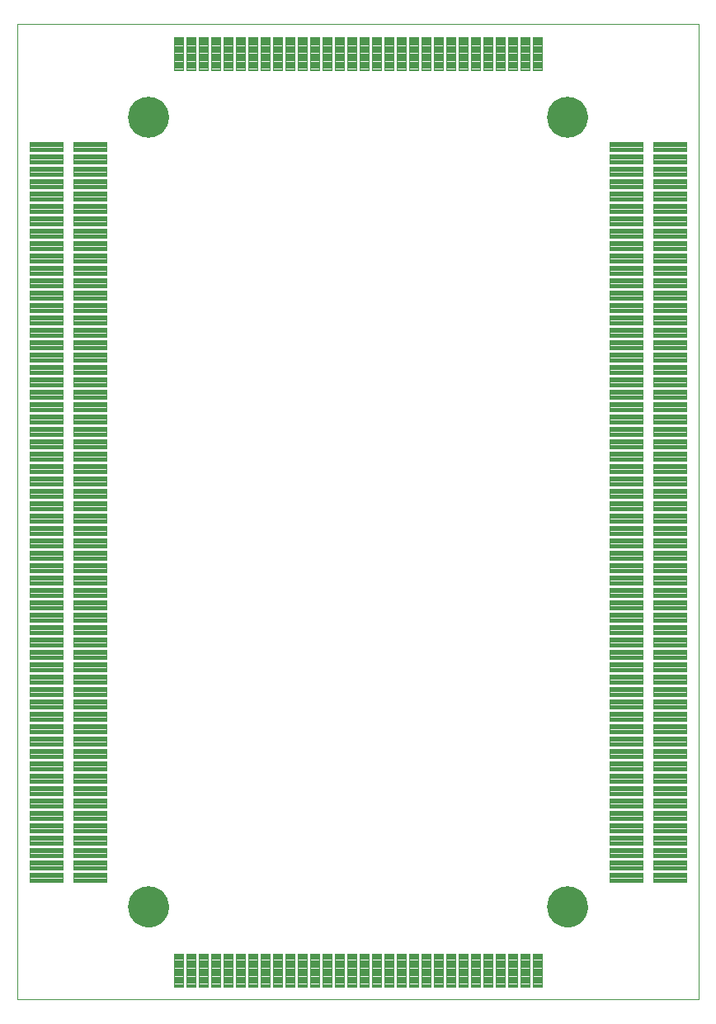
<source format=gbs>
G75*
%MOIN*%
%OFA0B0*%
%FSLAX25Y25*%
%IPPOS*%
%LPD*%
%AMOC8*
5,1,8,0,0,1.08239X$1,22.5*
%
%ADD10C,0.00000*%
%ADD11C,0.16548*%
%ADD12C,0.00373*%
D10*
X0001850Y0001850D02*
X0001850Y0395551D01*
X0277441Y0395551D01*
X0277441Y0001850D01*
X0001850Y0001850D01*
X0047126Y0039252D02*
X0047128Y0039445D01*
X0047135Y0039638D01*
X0047147Y0039831D01*
X0047164Y0040024D01*
X0047185Y0040216D01*
X0047211Y0040407D01*
X0047242Y0040598D01*
X0047277Y0040788D01*
X0047317Y0040977D01*
X0047362Y0041165D01*
X0047411Y0041352D01*
X0047465Y0041538D01*
X0047523Y0041722D01*
X0047586Y0041905D01*
X0047654Y0042086D01*
X0047725Y0042265D01*
X0047802Y0042443D01*
X0047882Y0042619D01*
X0047967Y0042792D01*
X0048056Y0042964D01*
X0048149Y0043133D01*
X0048246Y0043300D01*
X0048348Y0043465D01*
X0048453Y0043627D01*
X0048562Y0043786D01*
X0048676Y0043943D01*
X0048793Y0044096D01*
X0048913Y0044247D01*
X0049038Y0044395D01*
X0049166Y0044540D01*
X0049297Y0044681D01*
X0049432Y0044820D01*
X0049571Y0044955D01*
X0049712Y0045086D01*
X0049857Y0045214D01*
X0050005Y0045339D01*
X0050156Y0045459D01*
X0050309Y0045576D01*
X0050466Y0045690D01*
X0050625Y0045799D01*
X0050787Y0045904D01*
X0050952Y0046006D01*
X0051119Y0046103D01*
X0051288Y0046196D01*
X0051460Y0046285D01*
X0051633Y0046370D01*
X0051809Y0046450D01*
X0051987Y0046527D01*
X0052166Y0046598D01*
X0052347Y0046666D01*
X0052530Y0046729D01*
X0052714Y0046787D01*
X0052900Y0046841D01*
X0053087Y0046890D01*
X0053275Y0046935D01*
X0053464Y0046975D01*
X0053654Y0047010D01*
X0053845Y0047041D01*
X0054036Y0047067D01*
X0054228Y0047088D01*
X0054421Y0047105D01*
X0054614Y0047117D01*
X0054807Y0047124D01*
X0055000Y0047126D01*
X0055193Y0047124D01*
X0055386Y0047117D01*
X0055579Y0047105D01*
X0055772Y0047088D01*
X0055964Y0047067D01*
X0056155Y0047041D01*
X0056346Y0047010D01*
X0056536Y0046975D01*
X0056725Y0046935D01*
X0056913Y0046890D01*
X0057100Y0046841D01*
X0057286Y0046787D01*
X0057470Y0046729D01*
X0057653Y0046666D01*
X0057834Y0046598D01*
X0058013Y0046527D01*
X0058191Y0046450D01*
X0058367Y0046370D01*
X0058540Y0046285D01*
X0058712Y0046196D01*
X0058881Y0046103D01*
X0059048Y0046006D01*
X0059213Y0045904D01*
X0059375Y0045799D01*
X0059534Y0045690D01*
X0059691Y0045576D01*
X0059844Y0045459D01*
X0059995Y0045339D01*
X0060143Y0045214D01*
X0060288Y0045086D01*
X0060429Y0044955D01*
X0060568Y0044820D01*
X0060703Y0044681D01*
X0060834Y0044540D01*
X0060962Y0044395D01*
X0061087Y0044247D01*
X0061207Y0044096D01*
X0061324Y0043943D01*
X0061438Y0043786D01*
X0061547Y0043627D01*
X0061652Y0043465D01*
X0061754Y0043300D01*
X0061851Y0043133D01*
X0061944Y0042964D01*
X0062033Y0042792D01*
X0062118Y0042619D01*
X0062198Y0042443D01*
X0062275Y0042265D01*
X0062346Y0042086D01*
X0062414Y0041905D01*
X0062477Y0041722D01*
X0062535Y0041538D01*
X0062589Y0041352D01*
X0062638Y0041165D01*
X0062683Y0040977D01*
X0062723Y0040788D01*
X0062758Y0040598D01*
X0062789Y0040407D01*
X0062815Y0040216D01*
X0062836Y0040024D01*
X0062853Y0039831D01*
X0062865Y0039638D01*
X0062872Y0039445D01*
X0062874Y0039252D01*
X0062872Y0039059D01*
X0062865Y0038866D01*
X0062853Y0038673D01*
X0062836Y0038480D01*
X0062815Y0038288D01*
X0062789Y0038097D01*
X0062758Y0037906D01*
X0062723Y0037716D01*
X0062683Y0037527D01*
X0062638Y0037339D01*
X0062589Y0037152D01*
X0062535Y0036966D01*
X0062477Y0036782D01*
X0062414Y0036599D01*
X0062346Y0036418D01*
X0062275Y0036239D01*
X0062198Y0036061D01*
X0062118Y0035885D01*
X0062033Y0035712D01*
X0061944Y0035540D01*
X0061851Y0035371D01*
X0061754Y0035204D01*
X0061652Y0035039D01*
X0061547Y0034877D01*
X0061438Y0034718D01*
X0061324Y0034561D01*
X0061207Y0034408D01*
X0061087Y0034257D01*
X0060962Y0034109D01*
X0060834Y0033964D01*
X0060703Y0033823D01*
X0060568Y0033684D01*
X0060429Y0033549D01*
X0060288Y0033418D01*
X0060143Y0033290D01*
X0059995Y0033165D01*
X0059844Y0033045D01*
X0059691Y0032928D01*
X0059534Y0032814D01*
X0059375Y0032705D01*
X0059213Y0032600D01*
X0059048Y0032498D01*
X0058881Y0032401D01*
X0058712Y0032308D01*
X0058540Y0032219D01*
X0058367Y0032134D01*
X0058191Y0032054D01*
X0058013Y0031977D01*
X0057834Y0031906D01*
X0057653Y0031838D01*
X0057470Y0031775D01*
X0057286Y0031717D01*
X0057100Y0031663D01*
X0056913Y0031614D01*
X0056725Y0031569D01*
X0056536Y0031529D01*
X0056346Y0031494D01*
X0056155Y0031463D01*
X0055964Y0031437D01*
X0055772Y0031416D01*
X0055579Y0031399D01*
X0055386Y0031387D01*
X0055193Y0031380D01*
X0055000Y0031378D01*
X0054807Y0031380D01*
X0054614Y0031387D01*
X0054421Y0031399D01*
X0054228Y0031416D01*
X0054036Y0031437D01*
X0053845Y0031463D01*
X0053654Y0031494D01*
X0053464Y0031529D01*
X0053275Y0031569D01*
X0053087Y0031614D01*
X0052900Y0031663D01*
X0052714Y0031717D01*
X0052530Y0031775D01*
X0052347Y0031838D01*
X0052166Y0031906D01*
X0051987Y0031977D01*
X0051809Y0032054D01*
X0051633Y0032134D01*
X0051460Y0032219D01*
X0051288Y0032308D01*
X0051119Y0032401D01*
X0050952Y0032498D01*
X0050787Y0032600D01*
X0050625Y0032705D01*
X0050466Y0032814D01*
X0050309Y0032928D01*
X0050156Y0033045D01*
X0050005Y0033165D01*
X0049857Y0033290D01*
X0049712Y0033418D01*
X0049571Y0033549D01*
X0049432Y0033684D01*
X0049297Y0033823D01*
X0049166Y0033964D01*
X0049038Y0034109D01*
X0048913Y0034257D01*
X0048793Y0034408D01*
X0048676Y0034561D01*
X0048562Y0034718D01*
X0048453Y0034877D01*
X0048348Y0035039D01*
X0048246Y0035204D01*
X0048149Y0035371D01*
X0048056Y0035540D01*
X0047967Y0035712D01*
X0047882Y0035885D01*
X0047802Y0036061D01*
X0047725Y0036239D01*
X0047654Y0036418D01*
X0047586Y0036599D01*
X0047523Y0036782D01*
X0047465Y0036966D01*
X0047411Y0037152D01*
X0047362Y0037339D01*
X0047317Y0037527D01*
X0047277Y0037716D01*
X0047242Y0037906D01*
X0047211Y0038097D01*
X0047185Y0038288D01*
X0047164Y0038480D01*
X0047147Y0038673D01*
X0047135Y0038866D01*
X0047128Y0039059D01*
X0047126Y0039252D01*
X0216417Y0039252D02*
X0216419Y0039445D01*
X0216426Y0039638D01*
X0216438Y0039831D01*
X0216455Y0040024D01*
X0216476Y0040216D01*
X0216502Y0040407D01*
X0216533Y0040598D01*
X0216568Y0040788D01*
X0216608Y0040977D01*
X0216653Y0041165D01*
X0216702Y0041352D01*
X0216756Y0041538D01*
X0216814Y0041722D01*
X0216877Y0041905D01*
X0216945Y0042086D01*
X0217016Y0042265D01*
X0217093Y0042443D01*
X0217173Y0042619D01*
X0217258Y0042792D01*
X0217347Y0042964D01*
X0217440Y0043133D01*
X0217537Y0043300D01*
X0217639Y0043465D01*
X0217744Y0043627D01*
X0217853Y0043786D01*
X0217967Y0043943D01*
X0218084Y0044096D01*
X0218204Y0044247D01*
X0218329Y0044395D01*
X0218457Y0044540D01*
X0218588Y0044681D01*
X0218723Y0044820D01*
X0218862Y0044955D01*
X0219003Y0045086D01*
X0219148Y0045214D01*
X0219296Y0045339D01*
X0219447Y0045459D01*
X0219600Y0045576D01*
X0219757Y0045690D01*
X0219916Y0045799D01*
X0220078Y0045904D01*
X0220243Y0046006D01*
X0220410Y0046103D01*
X0220579Y0046196D01*
X0220751Y0046285D01*
X0220924Y0046370D01*
X0221100Y0046450D01*
X0221278Y0046527D01*
X0221457Y0046598D01*
X0221638Y0046666D01*
X0221821Y0046729D01*
X0222005Y0046787D01*
X0222191Y0046841D01*
X0222378Y0046890D01*
X0222566Y0046935D01*
X0222755Y0046975D01*
X0222945Y0047010D01*
X0223136Y0047041D01*
X0223327Y0047067D01*
X0223519Y0047088D01*
X0223712Y0047105D01*
X0223905Y0047117D01*
X0224098Y0047124D01*
X0224291Y0047126D01*
X0224484Y0047124D01*
X0224677Y0047117D01*
X0224870Y0047105D01*
X0225063Y0047088D01*
X0225255Y0047067D01*
X0225446Y0047041D01*
X0225637Y0047010D01*
X0225827Y0046975D01*
X0226016Y0046935D01*
X0226204Y0046890D01*
X0226391Y0046841D01*
X0226577Y0046787D01*
X0226761Y0046729D01*
X0226944Y0046666D01*
X0227125Y0046598D01*
X0227304Y0046527D01*
X0227482Y0046450D01*
X0227658Y0046370D01*
X0227831Y0046285D01*
X0228003Y0046196D01*
X0228172Y0046103D01*
X0228339Y0046006D01*
X0228504Y0045904D01*
X0228666Y0045799D01*
X0228825Y0045690D01*
X0228982Y0045576D01*
X0229135Y0045459D01*
X0229286Y0045339D01*
X0229434Y0045214D01*
X0229579Y0045086D01*
X0229720Y0044955D01*
X0229859Y0044820D01*
X0229994Y0044681D01*
X0230125Y0044540D01*
X0230253Y0044395D01*
X0230378Y0044247D01*
X0230498Y0044096D01*
X0230615Y0043943D01*
X0230729Y0043786D01*
X0230838Y0043627D01*
X0230943Y0043465D01*
X0231045Y0043300D01*
X0231142Y0043133D01*
X0231235Y0042964D01*
X0231324Y0042792D01*
X0231409Y0042619D01*
X0231489Y0042443D01*
X0231566Y0042265D01*
X0231637Y0042086D01*
X0231705Y0041905D01*
X0231768Y0041722D01*
X0231826Y0041538D01*
X0231880Y0041352D01*
X0231929Y0041165D01*
X0231974Y0040977D01*
X0232014Y0040788D01*
X0232049Y0040598D01*
X0232080Y0040407D01*
X0232106Y0040216D01*
X0232127Y0040024D01*
X0232144Y0039831D01*
X0232156Y0039638D01*
X0232163Y0039445D01*
X0232165Y0039252D01*
X0232163Y0039059D01*
X0232156Y0038866D01*
X0232144Y0038673D01*
X0232127Y0038480D01*
X0232106Y0038288D01*
X0232080Y0038097D01*
X0232049Y0037906D01*
X0232014Y0037716D01*
X0231974Y0037527D01*
X0231929Y0037339D01*
X0231880Y0037152D01*
X0231826Y0036966D01*
X0231768Y0036782D01*
X0231705Y0036599D01*
X0231637Y0036418D01*
X0231566Y0036239D01*
X0231489Y0036061D01*
X0231409Y0035885D01*
X0231324Y0035712D01*
X0231235Y0035540D01*
X0231142Y0035371D01*
X0231045Y0035204D01*
X0230943Y0035039D01*
X0230838Y0034877D01*
X0230729Y0034718D01*
X0230615Y0034561D01*
X0230498Y0034408D01*
X0230378Y0034257D01*
X0230253Y0034109D01*
X0230125Y0033964D01*
X0229994Y0033823D01*
X0229859Y0033684D01*
X0229720Y0033549D01*
X0229579Y0033418D01*
X0229434Y0033290D01*
X0229286Y0033165D01*
X0229135Y0033045D01*
X0228982Y0032928D01*
X0228825Y0032814D01*
X0228666Y0032705D01*
X0228504Y0032600D01*
X0228339Y0032498D01*
X0228172Y0032401D01*
X0228003Y0032308D01*
X0227831Y0032219D01*
X0227658Y0032134D01*
X0227482Y0032054D01*
X0227304Y0031977D01*
X0227125Y0031906D01*
X0226944Y0031838D01*
X0226761Y0031775D01*
X0226577Y0031717D01*
X0226391Y0031663D01*
X0226204Y0031614D01*
X0226016Y0031569D01*
X0225827Y0031529D01*
X0225637Y0031494D01*
X0225446Y0031463D01*
X0225255Y0031437D01*
X0225063Y0031416D01*
X0224870Y0031399D01*
X0224677Y0031387D01*
X0224484Y0031380D01*
X0224291Y0031378D01*
X0224098Y0031380D01*
X0223905Y0031387D01*
X0223712Y0031399D01*
X0223519Y0031416D01*
X0223327Y0031437D01*
X0223136Y0031463D01*
X0222945Y0031494D01*
X0222755Y0031529D01*
X0222566Y0031569D01*
X0222378Y0031614D01*
X0222191Y0031663D01*
X0222005Y0031717D01*
X0221821Y0031775D01*
X0221638Y0031838D01*
X0221457Y0031906D01*
X0221278Y0031977D01*
X0221100Y0032054D01*
X0220924Y0032134D01*
X0220751Y0032219D01*
X0220579Y0032308D01*
X0220410Y0032401D01*
X0220243Y0032498D01*
X0220078Y0032600D01*
X0219916Y0032705D01*
X0219757Y0032814D01*
X0219600Y0032928D01*
X0219447Y0033045D01*
X0219296Y0033165D01*
X0219148Y0033290D01*
X0219003Y0033418D01*
X0218862Y0033549D01*
X0218723Y0033684D01*
X0218588Y0033823D01*
X0218457Y0033964D01*
X0218329Y0034109D01*
X0218204Y0034257D01*
X0218084Y0034408D01*
X0217967Y0034561D01*
X0217853Y0034718D01*
X0217744Y0034877D01*
X0217639Y0035039D01*
X0217537Y0035204D01*
X0217440Y0035371D01*
X0217347Y0035540D01*
X0217258Y0035712D01*
X0217173Y0035885D01*
X0217093Y0036061D01*
X0217016Y0036239D01*
X0216945Y0036418D01*
X0216877Y0036599D01*
X0216814Y0036782D01*
X0216756Y0036966D01*
X0216702Y0037152D01*
X0216653Y0037339D01*
X0216608Y0037527D01*
X0216568Y0037716D01*
X0216533Y0037906D01*
X0216502Y0038097D01*
X0216476Y0038288D01*
X0216455Y0038480D01*
X0216438Y0038673D01*
X0216426Y0038866D01*
X0216419Y0039059D01*
X0216417Y0039252D01*
X0216417Y0358149D02*
X0216419Y0358342D01*
X0216426Y0358535D01*
X0216438Y0358728D01*
X0216455Y0358921D01*
X0216476Y0359113D01*
X0216502Y0359304D01*
X0216533Y0359495D01*
X0216568Y0359685D01*
X0216608Y0359874D01*
X0216653Y0360062D01*
X0216702Y0360249D01*
X0216756Y0360435D01*
X0216814Y0360619D01*
X0216877Y0360802D01*
X0216945Y0360983D01*
X0217016Y0361162D01*
X0217093Y0361340D01*
X0217173Y0361516D01*
X0217258Y0361689D01*
X0217347Y0361861D01*
X0217440Y0362030D01*
X0217537Y0362197D01*
X0217639Y0362362D01*
X0217744Y0362524D01*
X0217853Y0362683D01*
X0217967Y0362840D01*
X0218084Y0362993D01*
X0218204Y0363144D01*
X0218329Y0363292D01*
X0218457Y0363437D01*
X0218588Y0363578D01*
X0218723Y0363717D01*
X0218862Y0363852D01*
X0219003Y0363983D01*
X0219148Y0364111D01*
X0219296Y0364236D01*
X0219447Y0364356D01*
X0219600Y0364473D01*
X0219757Y0364587D01*
X0219916Y0364696D01*
X0220078Y0364801D01*
X0220243Y0364903D01*
X0220410Y0365000D01*
X0220579Y0365093D01*
X0220751Y0365182D01*
X0220924Y0365267D01*
X0221100Y0365347D01*
X0221278Y0365424D01*
X0221457Y0365495D01*
X0221638Y0365563D01*
X0221821Y0365626D01*
X0222005Y0365684D01*
X0222191Y0365738D01*
X0222378Y0365787D01*
X0222566Y0365832D01*
X0222755Y0365872D01*
X0222945Y0365907D01*
X0223136Y0365938D01*
X0223327Y0365964D01*
X0223519Y0365985D01*
X0223712Y0366002D01*
X0223905Y0366014D01*
X0224098Y0366021D01*
X0224291Y0366023D01*
X0224484Y0366021D01*
X0224677Y0366014D01*
X0224870Y0366002D01*
X0225063Y0365985D01*
X0225255Y0365964D01*
X0225446Y0365938D01*
X0225637Y0365907D01*
X0225827Y0365872D01*
X0226016Y0365832D01*
X0226204Y0365787D01*
X0226391Y0365738D01*
X0226577Y0365684D01*
X0226761Y0365626D01*
X0226944Y0365563D01*
X0227125Y0365495D01*
X0227304Y0365424D01*
X0227482Y0365347D01*
X0227658Y0365267D01*
X0227831Y0365182D01*
X0228003Y0365093D01*
X0228172Y0365000D01*
X0228339Y0364903D01*
X0228504Y0364801D01*
X0228666Y0364696D01*
X0228825Y0364587D01*
X0228982Y0364473D01*
X0229135Y0364356D01*
X0229286Y0364236D01*
X0229434Y0364111D01*
X0229579Y0363983D01*
X0229720Y0363852D01*
X0229859Y0363717D01*
X0229994Y0363578D01*
X0230125Y0363437D01*
X0230253Y0363292D01*
X0230378Y0363144D01*
X0230498Y0362993D01*
X0230615Y0362840D01*
X0230729Y0362683D01*
X0230838Y0362524D01*
X0230943Y0362362D01*
X0231045Y0362197D01*
X0231142Y0362030D01*
X0231235Y0361861D01*
X0231324Y0361689D01*
X0231409Y0361516D01*
X0231489Y0361340D01*
X0231566Y0361162D01*
X0231637Y0360983D01*
X0231705Y0360802D01*
X0231768Y0360619D01*
X0231826Y0360435D01*
X0231880Y0360249D01*
X0231929Y0360062D01*
X0231974Y0359874D01*
X0232014Y0359685D01*
X0232049Y0359495D01*
X0232080Y0359304D01*
X0232106Y0359113D01*
X0232127Y0358921D01*
X0232144Y0358728D01*
X0232156Y0358535D01*
X0232163Y0358342D01*
X0232165Y0358149D01*
X0232163Y0357956D01*
X0232156Y0357763D01*
X0232144Y0357570D01*
X0232127Y0357377D01*
X0232106Y0357185D01*
X0232080Y0356994D01*
X0232049Y0356803D01*
X0232014Y0356613D01*
X0231974Y0356424D01*
X0231929Y0356236D01*
X0231880Y0356049D01*
X0231826Y0355863D01*
X0231768Y0355679D01*
X0231705Y0355496D01*
X0231637Y0355315D01*
X0231566Y0355136D01*
X0231489Y0354958D01*
X0231409Y0354782D01*
X0231324Y0354609D01*
X0231235Y0354437D01*
X0231142Y0354268D01*
X0231045Y0354101D01*
X0230943Y0353936D01*
X0230838Y0353774D01*
X0230729Y0353615D01*
X0230615Y0353458D01*
X0230498Y0353305D01*
X0230378Y0353154D01*
X0230253Y0353006D01*
X0230125Y0352861D01*
X0229994Y0352720D01*
X0229859Y0352581D01*
X0229720Y0352446D01*
X0229579Y0352315D01*
X0229434Y0352187D01*
X0229286Y0352062D01*
X0229135Y0351942D01*
X0228982Y0351825D01*
X0228825Y0351711D01*
X0228666Y0351602D01*
X0228504Y0351497D01*
X0228339Y0351395D01*
X0228172Y0351298D01*
X0228003Y0351205D01*
X0227831Y0351116D01*
X0227658Y0351031D01*
X0227482Y0350951D01*
X0227304Y0350874D01*
X0227125Y0350803D01*
X0226944Y0350735D01*
X0226761Y0350672D01*
X0226577Y0350614D01*
X0226391Y0350560D01*
X0226204Y0350511D01*
X0226016Y0350466D01*
X0225827Y0350426D01*
X0225637Y0350391D01*
X0225446Y0350360D01*
X0225255Y0350334D01*
X0225063Y0350313D01*
X0224870Y0350296D01*
X0224677Y0350284D01*
X0224484Y0350277D01*
X0224291Y0350275D01*
X0224098Y0350277D01*
X0223905Y0350284D01*
X0223712Y0350296D01*
X0223519Y0350313D01*
X0223327Y0350334D01*
X0223136Y0350360D01*
X0222945Y0350391D01*
X0222755Y0350426D01*
X0222566Y0350466D01*
X0222378Y0350511D01*
X0222191Y0350560D01*
X0222005Y0350614D01*
X0221821Y0350672D01*
X0221638Y0350735D01*
X0221457Y0350803D01*
X0221278Y0350874D01*
X0221100Y0350951D01*
X0220924Y0351031D01*
X0220751Y0351116D01*
X0220579Y0351205D01*
X0220410Y0351298D01*
X0220243Y0351395D01*
X0220078Y0351497D01*
X0219916Y0351602D01*
X0219757Y0351711D01*
X0219600Y0351825D01*
X0219447Y0351942D01*
X0219296Y0352062D01*
X0219148Y0352187D01*
X0219003Y0352315D01*
X0218862Y0352446D01*
X0218723Y0352581D01*
X0218588Y0352720D01*
X0218457Y0352861D01*
X0218329Y0353006D01*
X0218204Y0353154D01*
X0218084Y0353305D01*
X0217967Y0353458D01*
X0217853Y0353615D01*
X0217744Y0353774D01*
X0217639Y0353936D01*
X0217537Y0354101D01*
X0217440Y0354268D01*
X0217347Y0354437D01*
X0217258Y0354609D01*
X0217173Y0354782D01*
X0217093Y0354958D01*
X0217016Y0355136D01*
X0216945Y0355315D01*
X0216877Y0355496D01*
X0216814Y0355679D01*
X0216756Y0355863D01*
X0216702Y0356049D01*
X0216653Y0356236D01*
X0216608Y0356424D01*
X0216568Y0356613D01*
X0216533Y0356803D01*
X0216502Y0356994D01*
X0216476Y0357185D01*
X0216455Y0357377D01*
X0216438Y0357570D01*
X0216426Y0357763D01*
X0216419Y0357956D01*
X0216417Y0358149D01*
X0047126Y0358149D02*
X0047128Y0358342D01*
X0047135Y0358535D01*
X0047147Y0358728D01*
X0047164Y0358921D01*
X0047185Y0359113D01*
X0047211Y0359304D01*
X0047242Y0359495D01*
X0047277Y0359685D01*
X0047317Y0359874D01*
X0047362Y0360062D01*
X0047411Y0360249D01*
X0047465Y0360435D01*
X0047523Y0360619D01*
X0047586Y0360802D01*
X0047654Y0360983D01*
X0047725Y0361162D01*
X0047802Y0361340D01*
X0047882Y0361516D01*
X0047967Y0361689D01*
X0048056Y0361861D01*
X0048149Y0362030D01*
X0048246Y0362197D01*
X0048348Y0362362D01*
X0048453Y0362524D01*
X0048562Y0362683D01*
X0048676Y0362840D01*
X0048793Y0362993D01*
X0048913Y0363144D01*
X0049038Y0363292D01*
X0049166Y0363437D01*
X0049297Y0363578D01*
X0049432Y0363717D01*
X0049571Y0363852D01*
X0049712Y0363983D01*
X0049857Y0364111D01*
X0050005Y0364236D01*
X0050156Y0364356D01*
X0050309Y0364473D01*
X0050466Y0364587D01*
X0050625Y0364696D01*
X0050787Y0364801D01*
X0050952Y0364903D01*
X0051119Y0365000D01*
X0051288Y0365093D01*
X0051460Y0365182D01*
X0051633Y0365267D01*
X0051809Y0365347D01*
X0051987Y0365424D01*
X0052166Y0365495D01*
X0052347Y0365563D01*
X0052530Y0365626D01*
X0052714Y0365684D01*
X0052900Y0365738D01*
X0053087Y0365787D01*
X0053275Y0365832D01*
X0053464Y0365872D01*
X0053654Y0365907D01*
X0053845Y0365938D01*
X0054036Y0365964D01*
X0054228Y0365985D01*
X0054421Y0366002D01*
X0054614Y0366014D01*
X0054807Y0366021D01*
X0055000Y0366023D01*
X0055193Y0366021D01*
X0055386Y0366014D01*
X0055579Y0366002D01*
X0055772Y0365985D01*
X0055964Y0365964D01*
X0056155Y0365938D01*
X0056346Y0365907D01*
X0056536Y0365872D01*
X0056725Y0365832D01*
X0056913Y0365787D01*
X0057100Y0365738D01*
X0057286Y0365684D01*
X0057470Y0365626D01*
X0057653Y0365563D01*
X0057834Y0365495D01*
X0058013Y0365424D01*
X0058191Y0365347D01*
X0058367Y0365267D01*
X0058540Y0365182D01*
X0058712Y0365093D01*
X0058881Y0365000D01*
X0059048Y0364903D01*
X0059213Y0364801D01*
X0059375Y0364696D01*
X0059534Y0364587D01*
X0059691Y0364473D01*
X0059844Y0364356D01*
X0059995Y0364236D01*
X0060143Y0364111D01*
X0060288Y0363983D01*
X0060429Y0363852D01*
X0060568Y0363717D01*
X0060703Y0363578D01*
X0060834Y0363437D01*
X0060962Y0363292D01*
X0061087Y0363144D01*
X0061207Y0362993D01*
X0061324Y0362840D01*
X0061438Y0362683D01*
X0061547Y0362524D01*
X0061652Y0362362D01*
X0061754Y0362197D01*
X0061851Y0362030D01*
X0061944Y0361861D01*
X0062033Y0361689D01*
X0062118Y0361516D01*
X0062198Y0361340D01*
X0062275Y0361162D01*
X0062346Y0360983D01*
X0062414Y0360802D01*
X0062477Y0360619D01*
X0062535Y0360435D01*
X0062589Y0360249D01*
X0062638Y0360062D01*
X0062683Y0359874D01*
X0062723Y0359685D01*
X0062758Y0359495D01*
X0062789Y0359304D01*
X0062815Y0359113D01*
X0062836Y0358921D01*
X0062853Y0358728D01*
X0062865Y0358535D01*
X0062872Y0358342D01*
X0062874Y0358149D01*
X0062872Y0357956D01*
X0062865Y0357763D01*
X0062853Y0357570D01*
X0062836Y0357377D01*
X0062815Y0357185D01*
X0062789Y0356994D01*
X0062758Y0356803D01*
X0062723Y0356613D01*
X0062683Y0356424D01*
X0062638Y0356236D01*
X0062589Y0356049D01*
X0062535Y0355863D01*
X0062477Y0355679D01*
X0062414Y0355496D01*
X0062346Y0355315D01*
X0062275Y0355136D01*
X0062198Y0354958D01*
X0062118Y0354782D01*
X0062033Y0354609D01*
X0061944Y0354437D01*
X0061851Y0354268D01*
X0061754Y0354101D01*
X0061652Y0353936D01*
X0061547Y0353774D01*
X0061438Y0353615D01*
X0061324Y0353458D01*
X0061207Y0353305D01*
X0061087Y0353154D01*
X0060962Y0353006D01*
X0060834Y0352861D01*
X0060703Y0352720D01*
X0060568Y0352581D01*
X0060429Y0352446D01*
X0060288Y0352315D01*
X0060143Y0352187D01*
X0059995Y0352062D01*
X0059844Y0351942D01*
X0059691Y0351825D01*
X0059534Y0351711D01*
X0059375Y0351602D01*
X0059213Y0351497D01*
X0059048Y0351395D01*
X0058881Y0351298D01*
X0058712Y0351205D01*
X0058540Y0351116D01*
X0058367Y0351031D01*
X0058191Y0350951D01*
X0058013Y0350874D01*
X0057834Y0350803D01*
X0057653Y0350735D01*
X0057470Y0350672D01*
X0057286Y0350614D01*
X0057100Y0350560D01*
X0056913Y0350511D01*
X0056725Y0350466D01*
X0056536Y0350426D01*
X0056346Y0350391D01*
X0056155Y0350360D01*
X0055964Y0350334D01*
X0055772Y0350313D01*
X0055579Y0350296D01*
X0055386Y0350284D01*
X0055193Y0350277D01*
X0055000Y0350275D01*
X0054807Y0350277D01*
X0054614Y0350284D01*
X0054421Y0350296D01*
X0054228Y0350313D01*
X0054036Y0350334D01*
X0053845Y0350360D01*
X0053654Y0350391D01*
X0053464Y0350426D01*
X0053275Y0350466D01*
X0053087Y0350511D01*
X0052900Y0350560D01*
X0052714Y0350614D01*
X0052530Y0350672D01*
X0052347Y0350735D01*
X0052166Y0350803D01*
X0051987Y0350874D01*
X0051809Y0350951D01*
X0051633Y0351031D01*
X0051460Y0351116D01*
X0051288Y0351205D01*
X0051119Y0351298D01*
X0050952Y0351395D01*
X0050787Y0351497D01*
X0050625Y0351602D01*
X0050466Y0351711D01*
X0050309Y0351825D01*
X0050156Y0351942D01*
X0050005Y0352062D01*
X0049857Y0352187D01*
X0049712Y0352315D01*
X0049571Y0352446D01*
X0049432Y0352581D01*
X0049297Y0352720D01*
X0049166Y0352861D01*
X0049038Y0353006D01*
X0048913Y0353154D01*
X0048793Y0353305D01*
X0048676Y0353458D01*
X0048562Y0353615D01*
X0048453Y0353774D01*
X0048348Y0353936D01*
X0048246Y0354101D01*
X0048149Y0354268D01*
X0048056Y0354437D01*
X0047967Y0354609D01*
X0047882Y0354782D01*
X0047802Y0354958D01*
X0047725Y0355136D01*
X0047654Y0355315D01*
X0047586Y0355496D01*
X0047523Y0355679D01*
X0047465Y0355863D01*
X0047411Y0356049D01*
X0047362Y0356236D01*
X0047317Y0356424D01*
X0047277Y0356613D01*
X0047242Y0356803D01*
X0047211Y0356994D01*
X0047185Y0357185D01*
X0047164Y0357377D01*
X0047147Y0357570D01*
X0047135Y0357763D01*
X0047128Y0357956D01*
X0047126Y0358149D01*
D11*
X0055000Y0358149D03*
X0224291Y0358149D03*
X0224291Y0039252D03*
X0055000Y0039252D03*
D12*
X0065258Y0020272D02*
X0065258Y0007050D01*
X0065258Y0020272D02*
X0069032Y0020272D01*
X0069032Y0007050D01*
X0065258Y0007050D01*
X0065258Y0007422D02*
X0069032Y0007422D01*
X0069032Y0007794D02*
X0065258Y0007794D01*
X0065258Y0008166D02*
X0069032Y0008166D01*
X0069032Y0008538D02*
X0065258Y0008538D01*
X0065258Y0008910D02*
X0069032Y0008910D01*
X0069032Y0009282D02*
X0065258Y0009282D01*
X0065258Y0009654D02*
X0069032Y0009654D01*
X0069032Y0010026D02*
X0065258Y0010026D01*
X0065258Y0010398D02*
X0069032Y0010398D01*
X0069032Y0010770D02*
X0065258Y0010770D01*
X0065258Y0011142D02*
X0069032Y0011142D01*
X0069032Y0011514D02*
X0065258Y0011514D01*
X0065258Y0011886D02*
X0069032Y0011886D01*
X0069032Y0012258D02*
X0065258Y0012258D01*
X0065258Y0012630D02*
X0069032Y0012630D01*
X0069032Y0013002D02*
X0065258Y0013002D01*
X0065258Y0013374D02*
X0069032Y0013374D01*
X0069032Y0013746D02*
X0065258Y0013746D01*
X0065258Y0014118D02*
X0069032Y0014118D01*
X0069032Y0014490D02*
X0065258Y0014490D01*
X0065258Y0014862D02*
X0069032Y0014862D01*
X0069032Y0015234D02*
X0065258Y0015234D01*
X0065258Y0015606D02*
X0069032Y0015606D01*
X0069032Y0015978D02*
X0065258Y0015978D01*
X0065258Y0016350D02*
X0069032Y0016350D01*
X0069032Y0016722D02*
X0065258Y0016722D01*
X0065258Y0017094D02*
X0069032Y0017094D01*
X0069032Y0017466D02*
X0065258Y0017466D01*
X0065258Y0017838D02*
X0069032Y0017838D01*
X0069032Y0018210D02*
X0065258Y0018210D01*
X0065258Y0018582D02*
X0069032Y0018582D01*
X0069032Y0018954D02*
X0065258Y0018954D01*
X0065258Y0019326D02*
X0069032Y0019326D01*
X0069032Y0019698D02*
X0065258Y0019698D01*
X0065258Y0020070D02*
X0069032Y0020070D01*
X0070258Y0020272D02*
X0070258Y0007050D01*
X0070258Y0020272D02*
X0074032Y0020272D01*
X0074032Y0007050D01*
X0070258Y0007050D01*
X0070258Y0007422D02*
X0074032Y0007422D01*
X0074032Y0007794D02*
X0070258Y0007794D01*
X0070258Y0008166D02*
X0074032Y0008166D01*
X0074032Y0008538D02*
X0070258Y0008538D01*
X0070258Y0008910D02*
X0074032Y0008910D01*
X0074032Y0009282D02*
X0070258Y0009282D01*
X0070258Y0009654D02*
X0074032Y0009654D01*
X0074032Y0010026D02*
X0070258Y0010026D01*
X0070258Y0010398D02*
X0074032Y0010398D01*
X0074032Y0010770D02*
X0070258Y0010770D01*
X0070258Y0011142D02*
X0074032Y0011142D01*
X0074032Y0011514D02*
X0070258Y0011514D01*
X0070258Y0011886D02*
X0074032Y0011886D01*
X0074032Y0012258D02*
X0070258Y0012258D01*
X0070258Y0012630D02*
X0074032Y0012630D01*
X0074032Y0013002D02*
X0070258Y0013002D01*
X0070258Y0013374D02*
X0074032Y0013374D01*
X0074032Y0013746D02*
X0070258Y0013746D01*
X0070258Y0014118D02*
X0074032Y0014118D01*
X0074032Y0014490D02*
X0070258Y0014490D01*
X0070258Y0014862D02*
X0074032Y0014862D01*
X0074032Y0015234D02*
X0070258Y0015234D01*
X0070258Y0015606D02*
X0074032Y0015606D01*
X0074032Y0015978D02*
X0070258Y0015978D01*
X0070258Y0016350D02*
X0074032Y0016350D01*
X0074032Y0016722D02*
X0070258Y0016722D01*
X0070258Y0017094D02*
X0074032Y0017094D01*
X0074032Y0017466D02*
X0070258Y0017466D01*
X0070258Y0017838D02*
X0074032Y0017838D01*
X0074032Y0018210D02*
X0070258Y0018210D01*
X0070258Y0018582D02*
X0074032Y0018582D01*
X0074032Y0018954D02*
X0070258Y0018954D01*
X0070258Y0019326D02*
X0074032Y0019326D01*
X0074032Y0019698D02*
X0070258Y0019698D01*
X0070258Y0020070D02*
X0074032Y0020070D01*
X0075258Y0020272D02*
X0075258Y0007050D01*
X0075258Y0020272D02*
X0079032Y0020272D01*
X0079032Y0007050D01*
X0075258Y0007050D01*
X0075258Y0007422D02*
X0079032Y0007422D01*
X0079032Y0007794D02*
X0075258Y0007794D01*
X0075258Y0008166D02*
X0079032Y0008166D01*
X0079032Y0008538D02*
X0075258Y0008538D01*
X0075258Y0008910D02*
X0079032Y0008910D01*
X0079032Y0009282D02*
X0075258Y0009282D01*
X0075258Y0009654D02*
X0079032Y0009654D01*
X0079032Y0010026D02*
X0075258Y0010026D01*
X0075258Y0010398D02*
X0079032Y0010398D01*
X0079032Y0010770D02*
X0075258Y0010770D01*
X0075258Y0011142D02*
X0079032Y0011142D01*
X0079032Y0011514D02*
X0075258Y0011514D01*
X0075258Y0011886D02*
X0079032Y0011886D01*
X0079032Y0012258D02*
X0075258Y0012258D01*
X0075258Y0012630D02*
X0079032Y0012630D01*
X0079032Y0013002D02*
X0075258Y0013002D01*
X0075258Y0013374D02*
X0079032Y0013374D01*
X0079032Y0013746D02*
X0075258Y0013746D01*
X0075258Y0014118D02*
X0079032Y0014118D01*
X0079032Y0014490D02*
X0075258Y0014490D01*
X0075258Y0014862D02*
X0079032Y0014862D01*
X0079032Y0015234D02*
X0075258Y0015234D01*
X0075258Y0015606D02*
X0079032Y0015606D01*
X0079032Y0015978D02*
X0075258Y0015978D01*
X0075258Y0016350D02*
X0079032Y0016350D01*
X0079032Y0016722D02*
X0075258Y0016722D01*
X0075258Y0017094D02*
X0079032Y0017094D01*
X0079032Y0017466D02*
X0075258Y0017466D01*
X0075258Y0017838D02*
X0079032Y0017838D01*
X0079032Y0018210D02*
X0075258Y0018210D01*
X0075258Y0018582D02*
X0079032Y0018582D01*
X0079032Y0018954D02*
X0075258Y0018954D01*
X0075258Y0019326D02*
X0079032Y0019326D01*
X0079032Y0019698D02*
X0075258Y0019698D01*
X0075258Y0020070D02*
X0079032Y0020070D01*
X0080258Y0020272D02*
X0080258Y0007050D01*
X0080258Y0020272D02*
X0084032Y0020272D01*
X0084032Y0007050D01*
X0080258Y0007050D01*
X0080258Y0007422D02*
X0084032Y0007422D01*
X0084032Y0007794D02*
X0080258Y0007794D01*
X0080258Y0008166D02*
X0084032Y0008166D01*
X0084032Y0008538D02*
X0080258Y0008538D01*
X0080258Y0008910D02*
X0084032Y0008910D01*
X0084032Y0009282D02*
X0080258Y0009282D01*
X0080258Y0009654D02*
X0084032Y0009654D01*
X0084032Y0010026D02*
X0080258Y0010026D01*
X0080258Y0010398D02*
X0084032Y0010398D01*
X0084032Y0010770D02*
X0080258Y0010770D01*
X0080258Y0011142D02*
X0084032Y0011142D01*
X0084032Y0011514D02*
X0080258Y0011514D01*
X0080258Y0011886D02*
X0084032Y0011886D01*
X0084032Y0012258D02*
X0080258Y0012258D01*
X0080258Y0012630D02*
X0084032Y0012630D01*
X0084032Y0013002D02*
X0080258Y0013002D01*
X0080258Y0013374D02*
X0084032Y0013374D01*
X0084032Y0013746D02*
X0080258Y0013746D01*
X0080258Y0014118D02*
X0084032Y0014118D01*
X0084032Y0014490D02*
X0080258Y0014490D01*
X0080258Y0014862D02*
X0084032Y0014862D01*
X0084032Y0015234D02*
X0080258Y0015234D01*
X0080258Y0015606D02*
X0084032Y0015606D01*
X0084032Y0015978D02*
X0080258Y0015978D01*
X0080258Y0016350D02*
X0084032Y0016350D01*
X0084032Y0016722D02*
X0080258Y0016722D01*
X0080258Y0017094D02*
X0084032Y0017094D01*
X0084032Y0017466D02*
X0080258Y0017466D01*
X0080258Y0017838D02*
X0084032Y0017838D01*
X0084032Y0018210D02*
X0080258Y0018210D01*
X0080258Y0018582D02*
X0084032Y0018582D01*
X0084032Y0018954D02*
X0080258Y0018954D01*
X0080258Y0019326D02*
X0084032Y0019326D01*
X0084032Y0019698D02*
X0080258Y0019698D01*
X0080258Y0020070D02*
X0084032Y0020070D01*
X0085258Y0020272D02*
X0085258Y0007050D01*
X0085258Y0020272D02*
X0089032Y0020272D01*
X0089032Y0007050D01*
X0085258Y0007050D01*
X0085258Y0007422D02*
X0089032Y0007422D01*
X0089032Y0007794D02*
X0085258Y0007794D01*
X0085258Y0008166D02*
X0089032Y0008166D01*
X0089032Y0008538D02*
X0085258Y0008538D01*
X0085258Y0008910D02*
X0089032Y0008910D01*
X0089032Y0009282D02*
X0085258Y0009282D01*
X0085258Y0009654D02*
X0089032Y0009654D01*
X0089032Y0010026D02*
X0085258Y0010026D01*
X0085258Y0010398D02*
X0089032Y0010398D01*
X0089032Y0010770D02*
X0085258Y0010770D01*
X0085258Y0011142D02*
X0089032Y0011142D01*
X0089032Y0011514D02*
X0085258Y0011514D01*
X0085258Y0011886D02*
X0089032Y0011886D01*
X0089032Y0012258D02*
X0085258Y0012258D01*
X0085258Y0012630D02*
X0089032Y0012630D01*
X0089032Y0013002D02*
X0085258Y0013002D01*
X0085258Y0013374D02*
X0089032Y0013374D01*
X0089032Y0013746D02*
X0085258Y0013746D01*
X0085258Y0014118D02*
X0089032Y0014118D01*
X0089032Y0014490D02*
X0085258Y0014490D01*
X0085258Y0014862D02*
X0089032Y0014862D01*
X0089032Y0015234D02*
X0085258Y0015234D01*
X0085258Y0015606D02*
X0089032Y0015606D01*
X0089032Y0015978D02*
X0085258Y0015978D01*
X0085258Y0016350D02*
X0089032Y0016350D01*
X0089032Y0016722D02*
X0085258Y0016722D01*
X0085258Y0017094D02*
X0089032Y0017094D01*
X0089032Y0017466D02*
X0085258Y0017466D01*
X0085258Y0017838D02*
X0089032Y0017838D01*
X0089032Y0018210D02*
X0085258Y0018210D01*
X0085258Y0018582D02*
X0089032Y0018582D01*
X0089032Y0018954D02*
X0085258Y0018954D01*
X0085258Y0019326D02*
X0089032Y0019326D01*
X0089032Y0019698D02*
X0085258Y0019698D01*
X0085258Y0020070D02*
X0089032Y0020070D01*
X0090258Y0020272D02*
X0090258Y0007050D01*
X0090258Y0020272D02*
X0094032Y0020272D01*
X0094032Y0007050D01*
X0090258Y0007050D01*
X0090258Y0007422D02*
X0094032Y0007422D01*
X0094032Y0007794D02*
X0090258Y0007794D01*
X0090258Y0008166D02*
X0094032Y0008166D01*
X0094032Y0008538D02*
X0090258Y0008538D01*
X0090258Y0008910D02*
X0094032Y0008910D01*
X0094032Y0009282D02*
X0090258Y0009282D01*
X0090258Y0009654D02*
X0094032Y0009654D01*
X0094032Y0010026D02*
X0090258Y0010026D01*
X0090258Y0010398D02*
X0094032Y0010398D01*
X0094032Y0010770D02*
X0090258Y0010770D01*
X0090258Y0011142D02*
X0094032Y0011142D01*
X0094032Y0011514D02*
X0090258Y0011514D01*
X0090258Y0011886D02*
X0094032Y0011886D01*
X0094032Y0012258D02*
X0090258Y0012258D01*
X0090258Y0012630D02*
X0094032Y0012630D01*
X0094032Y0013002D02*
X0090258Y0013002D01*
X0090258Y0013374D02*
X0094032Y0013374D01*
X0094032Y0013746D02*
X0090258Y0013746D01*
X0090258Y0014118D02*
X0094032Y0014118D01*
X0094032Y0014490D02*
X0090258Y0014490D01*
X0090258Y0014862D02*
X0094032Y0014862D01*
X0094032Y0015234D02*
X0090258Y0015234D01*
X0090258Y0015606D02*
X0094032Y0015606D01*
X0094032Y0015978D02*
X0090258Y0015978D01*
X0090258Y0016350D02*
X0094032Y0016350D01*
X0094032Y0016722D02*
X0090258Y0016722D01*
X0090258Y0017094D02*
X0094032Y0017094D01*
X0094032Y0017466D02*
X0090258Y0017466D01*
X0090258Y0017838D02*
X0094032Y0017838D01*
X0094032Y0018210D02*
X0090258Y0018210D01*
X0090258Y0018582D02*
X0094032Y0018582D01*
X0094032Y0018954D02*
X0090258Y0018954D01*
X0090258Y0019326D02*
X0094032Y0019326D01*
X0094032Y0019698D02*
X0090258Y0019698D01*
X0090258Y0020070D02*
X0094032Y0020070D01*
X0095258Y0020272D02*
X0095258Y0007050D01*
X0095258Y0020272D02*
X0099032Y0020272D01*
X0099032Y0007050D01*
X0095258Y0007050D01*
X0095258Y0007422D02*
X0099032Y0007422D01*
X0099032Y0007794D02*
X0095258Y0007794D01*
X0095258Y0008166D02*
X0099032Y0008166D01*
X0099032Y0008538D02*
X0095258Y0008538D01*
X0095258Y0008910D02*
X0099032Y0008910D01*
X0099032Y0009282D02*
X0095258Y0009282D01*
X0095258Y0009654D02*
X0099032Y0009654D01*
X0099032Y0010026D02*
X0095258Y0010026D01*
X0095258Y0010398D02*
X0099032Y0010398D01*
X0099032Y0010770D02*
X0095258Y0010770D01*
X0095258Y0011142D02*
X0099032Y0011142D01*
X0099032Y0011514D02*
X0095258Y0011514D01*
X0095258Y0011886D02*
X0099032Y0011886D01*
X0099032Y0012258D02*
X0095258Y0012258D01*
X0095258Y0012630D02*
X0099032Y0012630D01*
X0099032Y0013002D02*
X0095258Y0013002D01*
X0095258Y0013374D02*
X0099032Y0013374D01*
X0099032Y0013746D02*
X0095258Y0013746D01*
X0095258Y0014118D02*
X0099032Y0014118D01*
X0099032Y0014490D02*
X0095258Y0014490D01*
X0095258Y0014862D02*
X0099032Y0014862D01*
X0099032Y0015234D02*
X0095258Y0015234D01*
X0095258Y0015606D02*
X0099032Y0015606D01*
X0099032Y0015978D02*
X0095258Y0015978D01*
X0095258Y0016350D02*
X0099032Y0016350D01*
X0099032Y0016722D02*
X0095258Y0016722D01*
X0095258Y0017094D02*
X0099032Y0017094D01*
X0099032Y0017466D02*
X0095258Y0017466D01*
X0095258Y0017838D02*
X0099032Y0017838D01*
X0099032Y0018210D02*
X0095258Y0018210D01*
X0095258Y0018582D02*
X0099032Y0018582D01*
X0099032Y0018954D02*
X0095258Y0018954D01*
X0095258Y0019326D02*
X0099032Y0019326D01*
X0099032Y0019698D02*
X0095258Y0019698D01*
X0095258Y0020070D02*
X0099032Y0020070D01*
X0100258Y0020272D02*
X0100258Y0007050D01*
X0100258Y0020272D02*
X0104032Y0020272D01*
X0104032Y0007050D01*
X0100258Y0007050D01*
X0100258Y0007422D02*
X0104032Y0007422D01*
X0104032Y0007794D02*
X0100258Y0007794D01*
X0100258Y0008166D02*
X0104032Y0008166D01*
X0104032Y0008538D02*
X0100258Y0008538D01*
X0100258Y0008910D02*
X0104032Y0008910D01*
X0104032Y0009282D02*
X0100258Y0009282D01*
X0100258Y0009654D02*
X0104032Y0009654D01*
X0104032Y0010026D02*
X0100258Y0010026D01*
X0100258Y0010398D02*
X0104032Y0010398D01*
X0104032Y0010770D02*
X0100258Y0010770D01*
X0100258Y0011142D02*
X0104032Y0011142D01*
X0104032Y0011514D02*
X0100258Y0011514D01*
X0100258Y0011886D02*
X0104032Y0011886D01*
X0104032Y0012258D02*
X0100258Y0012258D01*
X0100258Y0012630D02*
X0104032Y0012630D01*
X0104032Y0013002D02*
X0100258Y0013002D01*
X0100258Y0013374D02*
X0104032Y0013374D01*
X0104032Y0013746D02*
X0100258Y0013746D01*
X0100258Y0014118D02*
X0104032Y0014118D01*
X0104032Y0014490D02*
X0100258Y0014490D01*
X0100258Y0014862D02*
X0104032Y0014862D01*
X0104032Y0015234D02*
X0100258Y0015234D01*
X0100258Y0015606D02*
X0104032Y0015606D01*
X0104032Y0015978D02*
X0100258Y0015978D01*
X0100258Y0016350D02*
X0104032Y0016350D01*
X0104032Y0016722D02*
X0100258Y0016722D01*
X0100258Y0017094D02*
X0104032Y0017094D01*
X0104032Y0017466D02*
X0100258Y0017466D01*
X0100258Y0017838D02*
X0104032Y0017838D01*
X0104032Y0018210D02*
X0100258Y0018210D01*
X0100258Y0018582D02*
X0104032Y0018582D01*
X0104032Y0018954D02*
X0100258Y0018954D01*
X0100258Y0019326D02*
X0104032Y0019326D01*
X0104032Y0019698D02*
X0100258Y0019698D01*
X0100258Y0020070D02*
X0104032Y0020070D01*
X0105258Y0020272D02*
X0105258Y0007050D01*
X0105258Y0020272D02*
X0109032Y0020272D01*
X0109032Y0007050D01*
X0105258Y0007050D01*
X0105258Y0007422D02*
X0109032Y0007422D01*
X0109032Y0007794D02*
X0105258Y0007794D01*
X0105258Y0008166D02*
X0109032Y0008166D01*
X0109032Y0008538D02*
X0105258Y0008538D01*
X0105258Y0008910D02*
X0109032Y0008910D01*
X0109032Y0009282D02*
X0105258Y0009282D01*
X0105258Y0009654D02*
X0109032Y0009654D01*
X0109032Y0010026D02*
X0105258Y0010026D01*
X0105258Y0010398D02*
X0109032Y0010398D01*
X0109032Y0010770D02*
X0105258Y0010770D01*
X0105258Y0011142D02*
X0109032Y0011142D01*
X0109032Y0011514D02*
X0105258Y0011514D01*
X0105258Y0011886D02*
X0109032Y0011886D01*
X0109032Y0012258D02*
X0105258Y0012258D01*
X0105258Y0012630D02*
X0109032Y0012630D01*
X0109032Y0013002D02*
X0105258Y0013002D01*
X0105258Y0013374D02*
X0109032Y0013374D01*
X0109032Y0013746D02*
X0105258Y0013746D01*
X0105258Y0014118D02*
X0109032Y0014118D01*
X0109032Y0014490D02*
X0105258Y0014490D01*
X0105258Y0014862D02*
X0109032Y0014862D01*
X0109032Y0015234D02*
X0105258Y0015234D01*
X0105258Y0015606D02*
X0109032Y0015606D01*
X0109032Y0015978D02*
X0105258Y0015978D01*
X0105258Y0016350D02*
X0109032Y0016350D01*
X0109032Y0016722D02*
X0105258Y0016722D01*
X0105258Y0017094D02*
X0109032Y0017094D01*
X0109032Y0017466D02*
X0105258Y0017466D01*
X0105258Y0017838D02*
X0109032Y0017838D01*
X0109032Y0018210D02*
X0105258Y0018210D01*
X0105258Y0018582D02*
X0109032Y0018582D01*
X0109032Y0018954D02*
X0105258Y0018954D01*
X0105258Y0019326D02*
X0109032Y0019326D01*
X0109032Y0019698D02*
X0105258Y0019698D01*
X0105258Y0020070D02*
X0109032Y0020070D01*
X0110258Y0020272D02*
X0110258Y0007050D01*
X0110258Y0020272D02*
X0114032Y0020272D01*
X0114032Y0007050D01*
X0110258Y0007050D01*
X0110258Y0007422D02*
X0114032Y0007422D01*
X0114032Y0007794D02*
X0110258Y0007794D01*
X0110258Y0008166D02*
X0114032Y0008166D01*
X0114032Y0008538D02*
X0110258Y0008538D01*
X0110258Y0008910D02*
X0114032Y0008910D01*
X0114032Y0009282D02*
X0110258Y0009282D01*
X0110258Y0009654D02*
X0114032Y0009654D01*
X0114032Y0010026D02*
X0110258Y0010026D01*
X0110258Y0010398D02*
X0114032Y0010398D01*
X0114032Y0010770D02*
X0110258Y0010770D01*
X0110258Y0011142D02*
X0114032Y0011142D01*
X0114032Y0011514D02*
X0110258Y0011514D01*
X0110258Y0011886D02*
X0114032Y0011886D01*
X0114032Y0012258D02*
X0110258Y0012258D01*
X0110258Y0012630D02*
X0114032Y0012630D01*
X0114032Y0013002D02*
X0110258Y0013002D01*
X0110258Y0013374D02*
X0114032Y0013374D01*
X0114032Y0013746D02*
X0110258Y0013746D01*
X0110258Y0014118D02*
X0114032Y0014118D01*
X0114032Y0014490D02*
X0110258Y0014490D01*
X0110258Y0014862D02*
X0114032Y0014862D01*
X0114032Y0015234D02*
X0110258Y0015234D01*
X0110258Y0015606D02*
X0114032Y0015606D01*
X0114032Y0015978D02*
X0110258Y0015978D01*
X0110258Y0016350D02*
X0114032Y0016350D01*
X0114032Y0016722D02*
X0110258Y0016722D01*
X0110258Y0017094D02*
X0114032Y0017094D01*
X0114032Y0017466D02*
X0110258Y0017466D01*
X0110258Y0017838D02*
X0114032Y0017838D01*
X0114032Y0018210D02*
X0110258Y0018210D01*
X0110258Y0018582D02*
X0114032Y0018582D01*
X0114032Y0018954D02*
X0110258Y0018954D01*
X0110258Y0019326D02*
X0114032Y0019326D01*
X0114032Y0019698D02*
X0110258Y0019698D01*
X0110258Y0020070D02*
X0114032Y0020070D01*
X0115258Y0020272D02*
X0115258Y0007050D01*
X0115258Y0020272D02*
X0119032Y0020272D01*
X0119032Y0007050D01*
X0115258Y0007050D01*
X0115258Y0007422D02*
X0119032Y0007422D01*
X0119032Y0007794D02*
X0115258Y0007794D01*
X0115258Y0008166D02*
X0119032Y0008166D01*
X0119032Y0008538D02*
X0115258Y0008538D01*
X0115258Y0008910D02*
X0119032Y0008910D01*
X0119032Y0009282D02*
X0115258Y0009282D01*
X0115258Y0009654D02*
X0119032Y0009654D01*
X0119032Y0010026D02*
X0115258Y0010026D01*
X0115258Y0010398D02*
X0119032Y0010398D01*
X0119032Y0010770D02*
X0115258Y0010770D01*
X0115258Y0011142D02*
X0119032Y0011142D01*
X0119032Y0011514D02*
X0115258Y0011514D01*
X0115258Y0011886D02*
X0119032Y0011886D01*
X0119032Y0012258D02*
X0115258Y0012258D01*
X0115258Y0012630D02*
X0119032Y0012630D01*
X0119032Y0013002D02*
X0115258Y0013002D01*
X0115258Y0013374D02*
X0119032Y0013374D01*
X0119032Y0013746D02*
X0115258Y0013746D01*
X0115258Y0014118D02*
X0119032Y0014118D01*
X0119032Y0014490D02*
X0115258Y0014490D01*
X0115258Y0014862D02*
X0119032Y0014862D01*
X0119032Y0015234D02*
X0115258Y0015234D01*
X0115258Y0015606D02*
X0119032Y0015606D01*
X0119032Y0015978D02*
X0115258Y0015978D01*
X0115258Y0016350D02*
X0119032Y0016350D01*
X0119032Y0016722D02*
X0115258Y0016722D01*
X0115258Y0017094D02*
X0119032Y0017094D01*
X0119032Y0017466D02*
X0115258Y0017466D01*
X0115258Y0017838D02*
X0119032Y0017838D01*
X0119032Y0018210D02*
X0115258Y0018210D01*
X0115258Y0018582D02*
X0119032Y0018582D01*
X0119032Y0018954D02*
X0115258Y0018954D01*
X0115258Y0019326D02*
X0119032Y0019326D01*
X0119032Y0019698D02*
X0115258Y0019698D01*
X0115258Y0020070D02*
X0119032Y0020070D01*
X0120258Y0020272D02*
X0120258Y0007050D01*
X0120258Y0020272D02*
X0124032Y0020272D01*
X0124032Y0007050D01*
X0120258Y0007050D01*
X0120258Y0007422D02*
X0124032Y0007422D01*
X0124032Y0007794D02*
X0120258Y0007794D01*
X0120258Y0008166D02*
X0124032Y0008166D01*
X0124032Y0008538D02*
X0120258Y0008538D01*
X0120258Y0008910D02*
X0124032Y0008910D01*
X0124032Y0009282D02*
X0120258Y0009282D01*
X0120258Y0009654D02*
X0124032Y0009654D01*
X0124032Y0010026D02*
X0120258Y0010026D01*
X0120258Y0010398D02*
X0124032Y0010398D01*
X0124032Y0010770D02*
X0120258Y0010770D01*
X0120258Y0011142D02*
X0124032Y0011142D01*
X0124032Y0011514D02*
X0120258Y0011514D01*
X0120258Y0011886D02*
X0124032Y0011886D01*
X0124032Y0012258D02*
X0120258Y0012258D01*
X0120258Y0012630D02*
X0124032Y0012630D01*
X0124032Y0013002D02*
X0120258Y0013002D01*
X0120258Y0013374D02*
X0124032Y0013374D01*
X0124032Y0013746D02*
X0120258Y0013746D01*
X0120258Y0014118D02*
X0124032Y0014118D01*
X0124032Y0014490D02*
X0120258Y0014490D01*
X0120258Y0014862D02*
X0124032Y0014862D01*
X0124032Y0015234D02*
X0120258Y0015234D01*
X0120258Y0015606D02*
X0124032Y0015606D01*
X0124032Y0015978D02*
X0120258Y0015978D01*
X0120258Y0016350D02*
X0124032Y0016350D01*
X0124032Y0016722D02*
X0120258Y0016722D01*
X0120258Y0017094D02*
X0124032Y0017094D01*
X0124032Y0017466D02*
X0120258Y0017466D01*
X0120258Y0017838D02*
X0124032Y0017838D01*
X0124032Y0018210D02*
X0120258Y0018210D01*
X0120258Y0018582D02*
X0124032Y0018582D01*
X0124032Y0018954D02*
X0120258Y0018954D01*
X0120258Y0019326D02*
X0124032Y0019326D01*
X0124032Y0019698D02*
X0120258Y0019698D01*
X0120258Y0020070D02*
X0124032Y0020070D01*
X0125258Y0020272D02*
X0125258Y0007050D01*
X0125258Y0020272D02*
X0129032Y0020272D01*
X0129032Y0007050D01*
X0125258Y0007050D01*
X0125258Y0007422D02*
X0129032Y0007422D01*
X0129032Y0007794D02*
X0125258Y0007794D01*
X0125258Y0008166D02*
X0129032Y0008166D01*
X0129032Y0008538D02*
X0125258Y0008538D01*
X0125258Y0008910D02*
X0129032Y0008910D01*
X0129032Y0009282D02*
X0125258Y0009282D01*
X0125258Y0009654D02*
X0129032Y0009654D01*
X0129032Y0010026D02*
X0125258Y0010026D01*
X0125258Y0010398D02*
X0129032Y0010398D01*
X0129032Y0010770D02*
X0125258Y0010770D01*
X0125258Y0011142D02*
X0129032Y0011142D01*
X0129032Y0011514D02*
X0125258Y0011514D01*
X0125258Y0011886D02*
X0129032Y0011886D01*
X0129032Y0012258D02*
X0125258Y0012258D01*
X0125258Y0012630D02*
X0129032Y0012630D01*
X0129032Y0013002D02*
X0125258Y0013002D01*
X0125258Y0013374D02*
X0129032Y0013374D01*
X0129032Y0013746D02*
X0125258Y0013746D01*
X0125258Y0014118D02*
X0129032Y0014118D01*
X0129032Y0014490D02*
X0125258Y0014490D01*
X0125258Y0014862D02*
X0129032Y0014862D01*
X0129032Y0015234D02*
X0125258Y0015234D01*
X0125258Y0015606D02*
X0129032Y0015606D01*
X0129032Y0015978D02*
X0125258Y0015978D01*
X0125258Y0016350D02*
X0129032Y0016350D01*
X0129032Y0016722D02*
X0125258Y0016722D01*
X0125258Y0017094D02*
X0129032Y0017094D01*
X0129032Y0017466D02*
X0125258Y0017466D01*
X0125258Y0017838D02*
X0129032Y0017838D01*
X0129032Y0018210D02*
X0125258Y0018210D01*
X0125258Y0018582D02*
X0129032Y0018582D01*
X0129032Y0018954D02*
X0125258Y0018954D01*
X0125258Y0019326D02*
X0129032Y0019326D01*
X0129032Y0019698D02*
X0125258Y0019698D01*
X0125258Y0020070D02*
X0129032Y0020070D01*
X0130258Y0020272D02*
X0130258Y0007050D01*
X0130258Y0020272D02*
X0134032Y0020272D01*
X0134032Y0007050D01*
X0130258Y0007050D01*
X0130258Y0007422D02*
X0134032Y0007422D01*
X0134032Y0007794D02*
X0130258Y0007794D01*
X0130258Y0008166D02*
X0134032Y0008166D01*
X0134032Y0008538D02*
X0130258Y0008538D01*
X0130258Y0008910D02*
X0134032Y0008910D01*
X0134032Y0009282D02*
X0130258Y0009282D01*
X0130258Y0009654D02*
X0134032Y0009654D01*
X0134032Y0010026D02*
X0130258Y0010026D01*
X0130258Y0010398D02*
X0134032Y0010398D01*
X0134032Y0010770D02*
X0130258Y0010770D01*
X0130258Y0011142D02*
X0134032Y0011142D01*
X0134032Y0011514D02*
X0130258Y0011514D01*
X0130258Y0011886D02*
X0134032Y0011886D01*
X0134032Y0012258D02*
X0130258Y0012258D01*
X0130258Y0012630D02*
X0134032Y0012630D01*
X0134032Y0013002D02*
X0130258Y0013002D01*
X0130258Y0013374D02*
X0134032Y0013374D01*
X0134032Y0013746D02*
X0130258Y0013746D01*
X0130258Y0014118D02*
X0134032Y0014118D01*
X0134032Y0014490D02*
X0130258Y0014490D01*
X0130258Y0014862D02*
X0134032Y0014862D01*
X0134032Y0015234D02*
X0130258Y0015234D01*
X0130258Y0015606D02*
X0134032Y0015606D01*
X0134032Y0015978D02*
X0130258Y0015978D01*
X0130258Y0016350D02*
X0134032Y0016350D01*
X0134032Y0016722D02*
X0130258Y0016722D01*
X0130258Y0017094D02*
X0134032Y0017094D01*
X0134032Y0017466D02*
X0130258Y0017466D01*
X0130258Y0017838D02*
X0134032Y0017838D01*
X0134032Y0018210D02*
X0130258Y0018210D01*
X0130258Y0018582D02*
X0134032Y0018582D01*
X0134032Y0018954D02*
X0130258Y0018954D01*
X0130258Y0019326D02*
X0134032Y0019326D01*
X0134032Y0019698D02*
X0130258Y0019698D01*
X0130258Y0020070D02*
X0134032Y0020070D01*
X0135258Y0020272D02*
X0135258Y0007050D01*
X0135258Y0020272D02*
X0139032Y0020272D01*
X0139032Y0007050D01*
X0135258Y0007050D01*
X0135258Y0007422D02*
X0139032Y0007422D01*
X0139032Y0007794D02*
X0135258Y0007794D01*
X0135258Y0008166D02*
X0139032Y0008166D01*
X0139032Y0008538D02*
X0135258Y0008538D01*
X0135258Y0008910D02*
X0139032Y0008910D01*
X0139032Y0009282D02*
X0135258Y0009282D01*
X0135258Y0009654D02*
X0139032Y0009654D01*
X0139032Y0010026D02*
X0135258Y0010026D01*
X0135258Y0010398D02*
X0139032Y0010398D01*
X0139032Y0010770D02*
X0135258Y0010770D01*
X0135258Y0011142D02*
X0139032Y0011142D01*
X0139032Y0011514D02*
X0135258Y0011514D01*
X0135258Y0011886D02*
X0139032Y0011886D01*
X0139032Y0012258D02*
X0135258Y0012258D01*
X0135258Y0012630D02*
X0139032Y0012630D01*
X0139032Y0013002D02*
X0135258Y0013002D01*
X0135258Y0013374D02*
X0139032Y0013374D01*
X0139032Y0013746D02*
X0135258Y0013746D01*
X0135258Y0014118D02*
X0139032Y0014118D01*
X0139032Y0014490D02*
X0135258Y0014490D01*
X0135258Y0014862D02*
X0139032Y0014862D01*
X0139032Y0015234D02*
X0135258Y0015234D01*
X0135258Y0015606D02*
X0139032Y0015606D01*
X0139032Y0015978D02*
X0135258Y0015978D01*
X0135258Y0016350D02*
X0139032Y0016350D01*
X0139032Y0016722D02*
X0135258Y0016722D01*
X0135258Y0017094D02*
X0139032Y0017094D01*
X0139032Y0017466D02*
X0135258Y0017466D01*
X0135258Y0017838D02*
X0139032Y0017838D01*
X0139032Y0018210D02*
X0135258Y0018210D01*
X0135258Y0018582D02*
X0139032Y0018582D01*
X0139032Y0018954D02*
X0135258Y0018954D01*
X0135258Y0019326D02*
X0139032Y0019326D01*
X0139032Y0019698D02*
X0135258Y0019698D01*
X0135258Y0020070D02*
X0139032Y0020070D01*
X0140258Y0020272D02*
X0140258Y0007050D01*
X0140258Y0020272D02*
X0144032Y0020272D01*
X0144032Y0007050D01*
X0140258Y0007050D01*
X0140258Y0007422D02*
X0144032Y0007422D01*
X0144032Y0007794D02*
X0140258Y0007794D01*
X0140258Y0008166D02*
X0144032Y0008166D01*
X0144032Y0008538D02*
X0140258Y0008538D01*
X0140258Y0008910D02*
X0144032Y0008910D01*
X0144032Y0009282D02*
X0140258Y0009282D01*
X0140258Y0009654D02*
X0144032Y0009654D01*
X0144032Y0010026D02*
X0140258Y0010026D01*
X0140258Y0010398D02*
X0144032Y0010398D01*
X0144032Y0010770D02*
X0140258Y0010770D01*
X0140258Y0011142D02*
X0144032Y0011142D01*
X0144032Y0011514D02*
X0140258Y0011514D01*
X0140258Y0011886D02*
X0144032Y0011886D01*
X0144032Y0012258D02*
X0140258Y0012258D01*
X0140258Y0012630D02*
X0144032Y0012630D01*
X0144032Y0013002D02*
X0140258Y0013002D01*
X0140258Y0013374D02*
X0144032Y0013374D01*
X0144032Y0013746D02*
X0140258Y0013746D01*
X0140258Y0014118D02*
X0144032Y0014118D01*
X0144032Y0014490D02*
X0140258Y0014490D01*
X0140258Y0014862D02*
X0144032Y0014862D01*
X0144032Y0015234D02*
X0140258Y0015234D01*
X0140258Y0015606D02*
X0144032Y0015606D01*
X0144032Y0015978D02*
X0140258Y0015978D01*
X0140258Y0016350D02*
X0144032Y0016350D01*
X0144032Y0016722D02*
X0140258Y0016722D01*
X0140258Y0017094D02*
X0144032Y0017094D01*
X0144032Y0017466D02*
X0140258Y0017466D01*
X0140258Y0017838D02*
X0144032Y0017838D01*
X0144032Y0018210D02*
X0140258Y0018210D01*
X0140258Y0018582D02*
X0144032Y0018582D01*
X0144032Y0018954D02*
X0140258Y0018954D01*
X0140258Y0019326D02*
X0144032Y0019326D01*
X0144032Y0019698D02*
X0140258Y0019698D01*
X0140258Y0020070D02*
X0144032Y0020070D01*
X0145258Y0020272D02*
X0145258Y0007050D01*
X0145258Y0020272D02*
X0149032Y0020272D01*
X0149032Y0007050D01*
X0145258Y0007050D01*
X0145258Y0007422D02*
X0149032Y0007422D01*
X0149032Y0007794D02*
X0145258Y0007794D01*
X0145258Y0008166D02*
X0149032Y0008166D01*
X0149032Y0008538D02*
X0145258Y0008538D01*
X0145258Y0008910D02*
X0149032Y0008910D01*
X0149032Y0009282D02*
X0145258Y0009282D01*
X0145258Y0009654D02*
X0149032Y0009654D01*
X0149032Y0010026D02*
X0145258Y0010026D01*
X0145258Y0010398D02*
X0149032Y0010398D01*
X0149032Y0010770D02*
X0145258Y0010770D01*
X0145258Y0011142D02*
X0149032Y0011142D01*
X0149032Y0011514D02*
X0145258Y0011514D01*
X0145258Y0011886D02*
X0149032Y0011886D01*
X0149032Y0012258D02*
X0145258Y0012258D01*
X0145258Y0012630D02*
X0149032Y0012630D01*
X0149032Y0013002D02*
X0145258Y0013002D01*
X0145258Y0013374D02*
X0149032Y0013374D01*
X0149032Y0013746D02*
X0145258Y0013746D01*
X0145258Y0014118D02*
X0149032Y0014118D01*
X0149032Y0014490D02*
X0145258Y0014490D01*
X0145258Y0014862D02*
X0149032Y0014862D01*
X0149032Y0015234D02*
X0145258Y0015234D01*
X0145258Y0015606D02*
X0149032Y0015606D01*
X0149032Y0015978D02*
X0145258Y0015978D01*
X0145258Y0016350D02*
X0149032Y0016350D01*
X0149032Y0016722D02*
X0145258Y0016722D01*
X0145258Y0017094D02*
X0149032Y0017094D01*
X0149032Y0017466D02*
X0145258Y0017466D01*
X0145258Y0017838D02*
X0149032Y0017838D01*
X0149032Y0018210D02*
X0145258Y0018210D01*
X0145258Y0018582D02*
X0149032Y0018582D01*
X0149032Y0018954D02*
X0145258Y0018954D01*
X0145258Y0019326D02*
X0149032Y0019326D01*
X0149032Y0019698D02*
X0145258Y0019698D01*
X0145258Y0020070D02*
X0149032Y0020070D01*
X0150258Y0020272D02*
X0150258Y0007050D01*
X0150258Y0020272D02*
X0154032Y0020272D01*
X0154032Y0007050D01*
X0150258Y0007050D01*
X0150258Y0007422D02*
X0154032Y0007422D01*
X0154032Y0007794D02*
X0150258Y0007794D01*
X0150258Y0008166D02*
X0154032Y0008166D01*
X0154032Y0008538D02*
X0150258Y0008538D01*
X0150258Y0008910D02*
X0154032Y0008910D01*
X0154032Y0009282D02*
X0150258Y0009282D01*
X0150258Y0009654D02*
X0154032Y0009654D01*
X0154032Y0010026D02*
X0150258Y0010026D01*
X0150258Y0010398D02*
X0154032Y0010398D01*
X0154032Y0010770D02*
X0150258Y0010770D01*
X0150258Y0011142D02*
X0154032Y0011142D01*
X0154032Y0011514D02*
X0150258Y0011514D01*
X0150258Y0011886D02*
X0154032Y0011886D01*
X0154032Y0012258D02*
X0150258Y0012258D01*
X0150258Y0012630D02*
X0154032Y0012630D01*
X0154032Y0013002D02*
X0150258Y0013002D01*
X0150258Y0013374D02*
X0154032Y0013374D01*
X0154032Y0013746D02*
X0150258Y0013746D01*
X0150258Y0014118D02*
X0154032Y0014118D01*
X0154032Y0014490D02*
X0150258Y0014490D01*
X0150258Y0014862D02*
X0154032Y0014862D01*
X0154032Y0015234D02*
X0150258Y0015234D01*
X0150258Y0015606D02*
X0154032Y0015606D01*
X0154032Y0015978D02*
X0150258Y0015978D01*
X0150258Y0016350D02*
X0154032Y0016350D01*
X0154032Y0016722D02*
X0150258Y0016722D01*
X0150258Y0017094D02*
X0154032Y0017094D01*
X0154032Y0017466D02*
X0150258Y0017466D01*
X0150258Y0017838D02*
X0154032Y0017838D01*
X0154032Y0018210D02*
X0150258Y0018210D01*
X0150258Y0018582D02*
X0154032Y0018582D01*
X0154032Y0018954D02*
X0150258Y0018954D01*
X0150258Y0019326D02*
X0154032Y0019326D01*
X0154032Y0019698D02*
X0150258Y0019698D01*
X0150258Y0020070D02*
X0154032Y0020070D01*
X0155258Y0020272D02*
X0155258Y0007050D01*
X0155258Y0020272D02*
X0159032Y0020272D01*
X0159032Y0007050D01*
X0155258Y0007050D01*
X0155258Y0007422D02*
X0159032Y0007422D01*
X0159032Y0007794D02*
X0155258Y0007794D01*
X0155258Y0008166D02*
X0159032Y0008166D01*
X0159032Y0008538D02*
X0155258Y0008538D01*
X0155258Y0008910D02*
X0159032Y0008910D01*
X0159032Y0009282D02*
X0155258Y0009282D01*
X0155258Y0009654D02*
X0159032Y0009654D01*
X0159032Y0010026D02*
X0155258Y0010026D01*
X0155258Y0010398D02*
X0159032Y0010398D01*
X0159032Y0010770D02*
X0155258Y0010770D01*
X0155258Y0011142D02*
X0159032Y0011142D01*
X0159032Y0011514D02*
X0155258Y0011514D01*
X0155258Y0011886D02*
X0159032Y0011886D01*
X0159032Y0012258D02*
X0155258Y0012258D01*
X0155258Y0012630D02*
X0159032Y0012630D01*
X0159032Y0013002D02*
X0155258Y0013002D01*
X0155258Y0013374D02*
X0159032Y0013374D01*
X0159032Y0013746D02*
X0155258Y0013746D01*
X0155258Y0014118D02*
X0159032Y0014118D01*
X0159032Y0014490D02*
X0155258Y0014490D01*
X0155258Y0014862D02*
X0159032Y0014862D01*
X0159032Y0015234D02*
X0155258Y0015234D01*
X0155258Y0015606D02*
X0159032Y0015606D01*
X0159032Y0015978D02*
X0155258Y0015978D01*
X0155258Y0016350D02*
X0159032Y0016350D01*
X0159032Y0016722D02*
X0155258Y0016722D01*
X0155258Y0017094D02*
X0159032Y0017094D01*
X0159032Y0017466D02*
X0155258Y0017466D01*
X0155258Y0017838D02*
X0159032Y0017838D01*
X0159032Y0018210D02*
X0155258Y0018210D01*
X0155258Y0018582D02*
X0159032Y0018582D01*
X0159032Y0018954D02*
X0155258Y0018954D01*
X0155258Y0019326D02*
X0159032Y0019326D01*
X0159032Y0019698D02*
X0155258Y0019698D01*
X0155258Y0020070D02*
X0159032Y0020070D01*
X0160258Y0020272D02*
X0160258Y0007050D01*
X0160258Y0020272D02*
X0164032Y0020272D01*
X0164032Y0007050D01*
X0160258Y0007050D01*
X0160258Y0007422D02*
X0164032Y0007422D01*
X0164032Y0007794D02*
X0160258Y0007794D01*
X0160258Y0008166D02*
X0164032Y0008166D01*
X0164032Y0008538D02*
X0160258Y0008538D01*
X0160258Y0008910D02*
X0164032Y0008910D01*
X0164032Y0009282D02*
X0160258Y0009282D01*
X0160258Y0009654D02*
X0164032Y0009654D01*
X0164032Y0010026D02*
X0160258Y0010026D01*
X0160258Y0010398D02*
X0164032Y0010398D01*
X0164032Y0010770D02*
X0160258Y0010770D01*
X0160258Y0011142D02*
X0164032Y0011142D01*
X0164032Y0011514D02*
X0160258Y0011514D01*
X0160258Y0011886D02*
X0164032Y0011886D01*
X0164032Y0012258D02*
X0160258Y0012258D01*
X0160258Y0012630D02*
X0164032Y0012630D01*
X0164032Y0013002D02*
X0160258Y0013002D01*
X0160258Y0013374D02*
X0164032Y0013374D01*
X0164032Y0013746D02*
X0160258Y0013746D01*
X0160258Y0014118D02*
X0164032Y0014118D01*
X0164032Y0014490D02*
X0160258Y0014490D01*
X0160258Y0014862D02*
X0164032Y0014862D01*
X0164032Y0015234D02*
X0160258Y0015234D01*
X0160258Y0015606D02*
X0164032Y0015606D01*
X0164032Y0015978D02*
X0160258Y0015978D01*
X0160258Y0016350D02*
X0164032Y0016350D01*
X0164032Y0016722D02*
X0160258Y0016722D01*
X0160258Y0017094D02*
X0164032Y0017094D01*
X0164032Y0017466D02*
X0160258Y0017466D01*
X0160258Y0017838D02*
X0164032Y0017838D01*
X0164032Y0018210D02*
X0160258Y0018210D01*
X0160258Y0018582D02*
X0164032Y0018582D01*
X0164032Y0018954D02*
X0160258Y0018954D01*
X0160258Y0019326D02*
X0164032Y0019326D01*
X0164032Y0019698D02*
X0160258Y0019698D01*
X0160258Y0020070D02*
X0164032Y0020070D01*
X0165258Y0020272D02*
X0165258Y0007050D01*
X0165258Y0020272D02*
X0169032Y0020272D01*
X0169032Y0007050D01*
X0165258Y0007050D01*
X0165258Y0007422D02*
X0169032Y0007422D01*
X0169032Y0007794D02*
X0165258Y0007794D01*
X0165258Y0008166D02*
X0169032Y0008166D01*
X0169032Y0008538D02*
X0165258Y0008538D01*
X0165258Y0008910D02*
X0169032Y0008910D01*
X0169032Y0009282D02*
X0165258Y0009282D01*
X0165258Y0009654D02*
X0169032Y0009654D01*
X0169032Y0010026D02*
X0165258Y0010026D01*
X0165258Y0010398D02*
X0169032Y0010398D01*
X0169032Y0010770D02*
X0165258Y0010770D01*
X0165258Y0011142D02*
X0169032Y0011142D01*
X0169032Y0011514D02*
X0165258Y0011514D01*
X0165258Y0011886D02*
X0169032Y0011886D01*
X0169032Y0012258D02*
X0165258Y0012258D01*
X0165258Y0012630D02*
X0169032Y0012630D01*
X0169032Y0013002D02*
X0165258Y0013002D01*
X0165258Y0013374D02*
X0169032Y0013374D01*
X0169032Y0013746D02*
X0165258Y0013746D01*
X0165258Y0014118D02*
X0169032Y0014118D01*
X0169032Y0014490D02*
X0165258Y0014490D01*
X0165258Y0014862D02*
X0169032Y0014862D01*
X0169032Y0015234D02*
X0165258Y0015234D01*
X0165258Y0015606D02*
X0169032Y0015606D01*
X0169032Y0015978D02*
X0165258Y0015978D01*
X0165258Y0016350D02*
X0169032Y0016350D01*
X0169032Y0016722D02*
X0165258Y0016722D01*
X0165258Y0017094D02*
X0169032Y0017094D01*
X0169032Y0017466D02*
X0165258Y0017466D01*
X0165258Y0017838D02*
X0169032Y0017838D01*
X0169032Y0018210D02*
X0165258Y0018210D01*
X0165258Y0018582D02*
X0169032Y0018582D01*
X0169032Y0018954D02*
X0165258Y0018954D01*
X0165258Y0019326D02*
X0169032Y0019326D01*
X0169032Y0019698D02*
X0165258Y0019698D01*
X0165258Y0020070D02*
X0169032Y0020070D01*
X0170258Y0020272D02*
X0170258Y0007050D01*
X0170258Y0020272D02*
X0174032Y0020272D01*
X0174032Y0007050D01*
X0170258Y0007050D01*
X0170258Y0007422D02*
X0174032Y0007422D01*
X0174032Y0007794D02*
X0170258Y0007794D01*
X0170258Y0008166D02*
X0174032Y0008166D01*
X0174032Y0008538D02*
X0170258Y0008538D01*
X0170258Y0008910D02*
X0174032Y0008910D01*
X0174032Y0009282D02*
X0170258Y0009282D01*
X0170258Y0009654D02*
X0174032Y0009654D01*
X0174032Y0010026D02*
X0170258Y0010026D01*
X0170258Y0010398D02*
X0174032Y0010398D01*
X0174032Y0010770D02*
X0170258Y0010770D01*
X0170258Y0011142D02*
X0174032Y0011142D01*
X0174032Y0011514D02*
X0170258Y0011514D01*
X0170258Y0011886D02*
X0174032Y0011886D01*
X0174032Y0012258D02*
X0170258Y0012258D01*
X0170258Y0012630D02*
X0174032Y0012630D01*
X0174032Y0013002D02*
X0170258Y0013002D01*
X0170258Y0013374D02*
X0174032Y0013374D01*
X0174032Y0013746D02*
X0170258Y0013746D01*
X0170258Y0014118D02*
X0174032Y0014118D01*
X0174032Y0014490D02*
X0170258Y0014490D01*
X0170258Y0014862D02*
X0174032Y0014862D01*
X0174032Y0015234D02*
X0170258Y0015234D01*
X0170258Y0015606D02*
X0174032Y0015606D01*
X0174032Y0015978D02*
X0170258Y0015978D01*
X0170258Y0016350D02*
X0174032Y0016350D01*
X0174032Y0016722D02*
X0170258Y0016722D01*
X0170258Y0017094D02*
X0174032Y0017094D01*
X0174032Y0017466D02*
X0170258Y0017466D01*
X0170258Y0017838D02*
X0174032Y0017838D01*
X0174032Y0018210D02*
X0170258Y0018210D01*
X0170258Y0018582D02*
X0174032Y0018582D01*
X0174032Y0018954D02*
X0170258Y0018954D01*
X0170258Y0019326D02*
X0174032Y0019326D01*
X0174032Y0019698D02*
X0170258Y0019698D01*
X0170258Y0020070D02*
X0174032Y0020070D01*
X0175258Y0020272D02*
X0175258Y0007050D01*
X0175258Y0020272D02*
X0179032Y0020272D01*
X0179032Y0007050D01*
X0175258Y0007050D01*
X0175258Y0007422D02*
X0179032Y0007422D01*
X0179032Y0007794D02*
X0175258Y0007794D01*
X0175258Y0008166D02*
X0179032Y0008166D01*
X0179032Y0008538D02*
X0175258Y0008538D01*
X0175258Y0008910D02*
X0179032Y0008910D01*
X0179032Y0009282D02*
X0175258Y0009282D01*
X0175258Y0009654D02*
X0179032Y0009654D01*
X0179032Y0010026D02*
X0175258Y0010026D01*
X0175258Y0010398D02*
X0179032Y0010398D01*
X0179032Y0010770D02*
X0175258Y0010770D01*
X0175258Y0011142D02*
X0179032Y0011142D01*
X0179032Y0011514D02*
X0175258Y0011514D01*
X0175258Y0011886D02*
X0179032Y0011886D01*
X0179032Y0012258D02*
X0175258Y0012258D01*
X0175258Y0012630D02*
X0179032Y0012630D01*
X0179032Y0013002D02*
X0175258Y0013002D01*
X0175258Y0013374D02*
X0179032Y0013374D01*
X0179032Y0013746D02*
X0175258Y0013746D01*
X0175258Y0014118D02*
X0179032Y0014118D01*
X0179032Y0014490D02*
X0175258Y0014490D01*
X0175258Y0014862D02*
X0179032Y0014862D01*
X0179032Y0015234D02*
X0175258Y0015234D01*
X0175258Y0015606D02*
X0179032Y0015606D01*
X0179032Y0015978D02*
X0175258Y0015978D01*
X0175258Y0016350D02*
X0179032Y0016350D01*
X0179032Y0016722D02*
X0175258Y0016722D01*
X0175258Y0017094D02*
X0179032Y0017094D01*
X0179032Y0017466D02*
X0175258Y0017466D01*
X0175258Y0017838D02*
X0179032Y0017838D01*
X0179032Y0018210D02*
X0175258Y0018210D01*
X0175258Y0018582D02*
X0179032Y0018582D01*
X0179032Y0018954D02*
X0175258Y0018954D01*
X0175258Y0019326D02*
X0179032Y0019326D01*
X0179032Y0019698D02*
X0175258Y0019698D01*
X0175258Y0020070D02*
X0179032Y0020070D01*
X0180258Y0020272D02*
X0180258Y0007050D01*
X0180258Y0020272D02*
X0184032Y0020272D01*
X0184032Y0007050D01*
X0180258Y0007050D01*
X0180258Y0007422D02*
X0184032Y0007422D01*
X0184032Y0007794D02*
X0180258Y0007794D01*
X0180258Y0008166D02*
X0184032Y0008166D01*
X0184032Y0008538D02*
X0180258Y0008538D01*
X0180258Y0008910D02*
X0184032Y0008910D01*
X0184032Y0009282D02*
X0180258Y0009282D01*
X0180258Y0009654D02*
X0184032Y0009654D01*
X0184032Y0010026D02*
X0180258Y0010026D01*
X0180258Y0010398D02*
X0184032Y0010398D01*
X0184032Y0010770D02*
X0180258Y0010770D01*
X0180258Y0011142D02*
X0184032Y0011142D01*
X0184032Y0011514D02*
X0180258Y0011514D01*
X0180258Y0011886D02*
X0184032Y0011886D01*
X0184032Y0012258D02*
X0180258Y0012258D01*
X0180258Y0012630D02*
X0184032Y0012630D01*
X0184032Y0013002D02*
X0180258Y0013002D01*
X0180258Y0013374D02*
X0184032Y0013374D01*
X0184032Y0013746D02*
X0180258Y0013746D01*
X0180258Y0014118D02*
X0184032Y0014118D01*
X0184032Y0014490D02*
X0180258Y0014490D01*
X0180258Y0014862D02*
X0184032Y0014862D01*
X0184032Y0015234D02*
X0180258Y0015234D01*
X0180258Y0015606D02*
X0184032Y0015606D01*
X0184032Y0015978D02*
X0180258Y0015978D01*
X0180258Y0016350D02*
X0184032Y0016350D01*
X0184032Y0016722D02*
X0180258Y0016722D01*
X0180258Y0017094D02*
X0184032Y0017094D01*
X0184032Y0017466D02*
X0180258Y0017466D01*
X0180258Y0017838D02*
X0184032Y0017838D01*
X0184032Y0018210D02*
X0180258Y0018210D01*
X0180258Y0018582D02*
X0184032Y0018582D01*
X0184032Y0018954D02*
X0180258Y0018954D01*
X0180258Y0019326D02*
X0184032Y0019326D01*
X0184032Y0019698D02*
X0180258Y0019698D01*
X0180258Y0020070D02*
X0184032Y0020070D01*
X0185258Y0020272D02*
X0185258Y0007050D01*
X0185258Y0020272D02*
X0189032Y0020272D01*
X0189032Y0007050D01*
X0185258Y0007050D01*
X0185258Y0007422D02*
X0189032Y0007422D01*
X0189032Y0007794D02*
X0185258Y0007794D01*
X0185258Y0008166D02*
X0189032Y0008166D01*
X0189032Y0008538D02*
X0185258Y0008538D01*
X0185258Y0008910D02*
X0189032Y0008910D01*
X0189032Y0009282D02*
X0185258Y0009282D01*
X0185258Y0009654D02*
X0189032Y0009654D01*
X0189032Y0010026D02*
X0185258Y0010026D01*
X0185258Y0010398D02*
X0189032Y0010398D01*
X0189032Y0010770D02*
X0185258Y0010770D01*
X0185258Y0011142D02*
X0189032Y0011142D01*
X0189032Y0011514D02*
X0185258Y0011514D01*
X0185258Y0011886D02*
X0189032Y0011886D01*
X0189032Y0012258D02*
X0185258Y0012258D01*
X0185258Y0012630D02*
X0189032Y0012630D01*
X0189032Y0013002D02*
X0185258Y0013002D01*
X0185258Y0013374D02*
X0189032Y0013374D01*
X0189032Y0013746D02*
X0185258Y0013746D01*
X0185258Y0014118D02*
X0189032Y0014118D01*
X0189032Y0014490D02*
X0185258Y0014490D01*
X0185258Y0014862D02*
X0189032Y0014862D01*
X0189032Y0015234D02*
X0185258Y0015234D01*
X0185258Y0015606D02*
X0189032Y0015606D01*
X0189032Y0015978D02*
X0185258Y0015978D01*
X0185258Y0016350D02*
X0189032Y0016350D01*
X0189032Y0016722D02*
X0185258Y0016722D01*
X0185258Y0017094D02*
X0189032Y0017094D01*
X0189032Y0017466D02*
X0185258Y0017466D01*
X0185258Y0017838D02*
X0189032Y0017838D01*
X0189032Y0018210D02*
X0185258Y0018210D01*
X0185258Y0018582D02*
X0189032Y0018582D01*
X0189032Y0018954D02*
X0185258Y0018954D01*
X0185258Y0019326D02*
X0189032Y0019326D01*
X0189032Y0019698D02*
X0185258Y0019698D01*
X0185258Y0020070D02*
X0189032Y0020070D01*
X0190258Y0020272D02*
X0190258Y0007050D01*
X0190258Y0020272D02*
X0194032Y0020272D01*
X0194032Y0007050D01*
X0190258Y0007050D01*
X0190258Y0007422D02*
X0194032Y0007422D01*
X0194032Y0007794D02*
X0190258Y0007794D01*
X0190258Y0008166D02*
X0194032Y0008166D01*
X0194032Y0008538D02*
X0190258Y0008538D01*
X0190258Y0008910D02*
X0194032Y0008910D01*
X0194032Y0009282D02*
X0190258Y0009282D01*
X0190258Y0009654D02*
X0194032Y0009654D01*
X0194032Y0010026D02*
X0190258Y0010026D01*
X0190258Y0010398D02*
X0194032Y0010398D01*
X0194032Y0010770D02*
X0190258Y0010770D01*
X0190258Y0011142D02*
X0194032Y0011142D01*
X0194032Y0011514D02*
X0190258Y0011514D01*
X0190258Y0011886D02*
X0194032Y0011886D01*
X0194032Y0012258D02*
X0190258Y0012258D01*
X0190258Y0012630D02*
X0194032Y0012630D01*
X0194032Y0013002D02*
X0190258Y0013002D01*
X0190258Y0013374D02*
X0194032Y0013374D01*
X0194032Y0013746D02*
X0190258Y0013746D01*
X0190258Y0014118D02*
X0194032Y0014118D01*
X0194032Y0014490D02*
X0190258Y0014490D01*
X0190258Y0014862D02*
X0194032Y0014862D01*
X0194032Y0015234D02*
X0190258Y0015234D01*
X0190258Y0015606D02*
X0194032Y0015606D01*
X0194032Y0015978D02*
X0190258Y0015978D01*
X0190258Y0016350D02*
X0194032Y0016350D01*
X0194032Y0016722D02*
X0190258Y0016722D01*
X0190258Y0017094D02*
X0194032Y0017094D01*
X0194032Y0017466D02*
X0190258Y0017466D01*
X0190258Y0017838D02*
X0194032Y0017838D01*
X0194032Y0018210D02*
X0190258Y0018210D01*
X0190258Y0018582D02*
X0194032Y0018582D01*
X0194032Y0018954D02*
X0190258Y0018954D01*
X0190258Y0019326D02*
X0194032Y0019326D01*
X0194032Y0019698D02*
X0190258Y0019698D01*
X0190258Y0020070D02*
X0194032Y0020070D01*
X0195258Y0020272D02*
X0195258Y0007050D01*
X0195258Y0020272D02*
X0199032Y0020272D01*
X0199032Y0007050D01*
X0195258Y0007050D01*
X0195258Y0007422D02*
X0199032Y0007422D01*
X0199032Y0007794D02*
X0195258Y0007794D01*
X0195258Y0008166D02*
X0199032Y0008166D01*
X0199032Y0008538D02*
X0195258Y0008538D01*
X0195258Y0008910D02*
X0199032Y0008910D01*
X0199032Y0009282D02*
X0195258Y0009282D01*
X0195258Y0009654D02*
X0199032Y0009654D01*
X0199032Y0010026D02*
X0195258Y0010026D01*
X0195258Y0010398D02*
X0199032Y0010398D01*
X0199032Y0010770D02*
X0195258Y0010770D01*
X0195258Y0011142D02*
X0199032Y0011142D01*
X0199032Y0011514D02*
X0195258Y0011514D01*
X0195258Y0011886D02*
X0199032Y0011886D01*
X0199032Y0012258D02*
X0195258Y0012258D01*
X0195258Y0012630D02*
X0199032Y0012630D01*
X0199032Y0013002D02*
X0195258Y0013002D01*
X0195258Y0013374D02*
X0199032Y0013374D01*
X0199032Y0013746D02*
X0195258Y0013746D01*
X0195258Y0014118D02*
X0199032Y0014118D01*
X0199032Y0014490D02*
X0195258Y0014490D01*
X0195258Y0014862D02*
X0199032Y0014862D01*
X0199032Y0015234D02*
X0195258Y0015234D01*
X0195258Y0015606D02*
X0199032Y0015606D01*
X0199032Y0015978D02*
X0195258Y0015978D01*
X0195258Y0016350D02*
X0199032Y0016350D01*
X0199032Y0016722D02*
X0195258Y0016722D01*
X0195258Y0017094D02*
X0199032Y0017094D01*
X0199032Y0017466D02*
X0195258Y0017466D01*
X0195258Y0017838D02*
X0199032Y0017838D01*
X0199032Y0018210D02*
X0195258Y0018210D01*
X0195258Y0018582D02*
X0199032Y0018582D01*
X0199032Y0018954D02*
X0195258Y0018954D01*
X0195258Y0019326D02*
X0199032Y0019326D01*
X0199032Y0019698D02*
X0195258Y0019698D01*
X0195258Y0020070D02*
X0199032Y0020070D01*
X0200258Y0020272D02*
X0200258Y0007050D01*
X0200258Y0020272D02*
X0204032Y0020272D01*
X0204032Y0007050D01*
X0200258Y0007050D01*
X0200258Y0007422D02*
X0204032Y0007422D01*
X0204032Y0007794D02*
X0200258Y0007794D01*
X0200258Y0008166D02*
X0204032Y0008166D01*
X0204032Y0008538D02*
X0200258Y0008538D01*
X0200258Y0008910D02*
X0204032Y0008910D01*
X0204032Y0009282D02*
X0200258Y0009282D01*
X0200258Y0009654D02*
X0204032Y0009654D01*
X0204032Y0010026D02*
X0200258Y0010026D01*
X0200258Y0010398D02*
X0204032Y0010398D01*
X0204032Y0010770D02*
X0200258Y0010770D01*
X0200258Y0011142D02*
X0204032Y0011142D01*
X0204032Y0011514D02*
X0200258Y0011514D01*
X0200258Y0011886D02*
X0204032Y0011886D01*
X0204032Y0012258D02*
X0200258Y0012258D01*
X0200258Y0012630D02*
X0204032Y0012630D01*
X0204032Y0013002D02*
X0200258Y0013002D01*
X0200258Y0013374D02*
X0204032Y0013374D01*
X0204032Y0013746D02*
X0200258Y0013746D01*
X0200258Y0014118D02*
X0204032Y0014118D01*
X0204032Y0014490D02*
X0200258Y0014490D01*
X0200258Y0014862D02*
X0204032Y0014862D01*
X0204032Y0015234D02*
X0200258Y0015234D01*
X0200258Y0015606D02*
X0204032Y0015606D01*
X0204032Y0015978D02*
X0200258Y0015978D01*
X0200258Y0016350D02*
X0204032Y0016350D01*
X0204032Y0016722D02*
X0200258Y0016722D01*
X0200258Y0017094D02*
X0204032Y0017094D01*
X0204032Y0017466D02*
X0200258Y0017466D01*
X0200258Y0017838D02*
X0204032Y0017838D01*
X0204032Y0018210D02*
X0200258Y0018210D01*
X0200258Y0018582D02*
X0204032Y0018582D01*
X0204032Y0018954D02*
X0200258Y0018954D01*
X0200258Y0019326D02*
X0204032Y0019326D01*
X0204032Y0019698D02*
X0200258Y0019698D01*
X0200258Y0020070D02*
X0204032Y0020070D01*
X0205258Y0020272D02*
X0205258Y0007050D01*
X0205258Y0020272D02*
X0209032Y0020272D01*
X0209032Y0007050D01*
X0205258Y0007050D01*
X0205258Y0007422D02*
X0209032Y0007422D01*
X0209032Y0007794D02*
X0205258Y0007794D01*
X0205258Y0008166D02*
X0209032Y0008166D01*
X0209032Y0008538D02*
X0205258Y0008538D01*
X0205258Y0008910D02*
X0209032Y0008910D01*
X0209032Y0009282D02*
X0205258Y0009282D01*
X0205258Y0009654D02*
X0209032Y0009654D01*
X0209032Y0010026D02*
X0205258Y0010026D01*
X0205258Y0010398D02*
X0209032Y0010398D01*
X0209032Y0010770D02*
X0205258Y0010770D01*
X0205258Y0011142D02*
X0209032Y0011142D01*
X0209032Y0011514D02*
X0205258Y0011514D01*
X0205258Y0011886D02*
X0209032Y0011886D01*
X0209032Y0012258D02*
X0205258Y0012258D01*
X0205258Y0012630D02*
X0209032Y0012630D01*
X0209032Y0013002D02*
X0205258Y0013002D01*
X0205258Y0013374D02*
X0209032Y0013374D01*
X0209032Y0013746D02*
X0205258Y0013746D01*
X0205258Y0014118D02*
X0209032Y0014118D01*
X0209032Y0014490D02*
X0205258Y0014490D01*
X0205258Y0014862D02*
X0209032Y0014862D01*
X0209032Y0015234D02*
X0205258Y0015234D01*
X0205258Y0015606D02*
X0209032Y0015606D01*
X0209032Y0015978D02*
X0205258Y0015978D01*
X0205258Y0016350D02*
X0209032Y0016350D01*
X0209032Y0016722D02*
X0205258Y0016722D01*
X0205258Y0017094D02*
X0209032Y0017094D01*
X0209032Y0017466D02*
X0205258Y0017466D01*
X0205258Y0017838D02*
X0209032Y0017838D01*
X0209032Y0018210D02*
X0205258Y0018210D01*
X0205258Y0018582D02*
X0209032Y0018582D01*
X0209032Y0018954D02*
X0205258Y0018954D01*
X0205258Y0019326D02*
X0209032Y0019326D01*
X0209032Y0019698D02*
X0205258Y0019698D01*
X0205258Y0020070D02*
X0209032Y0020070D01*
X0210258Y0020272D02*
X0210258Y0007050D01*
X0210258Y0020272D02*
X0214032Y0020272D01*
X0214032Y0007050D01*
X0210258Y0007050D01*
X0210258Y0007422D02*
X0214032Y0007422D01*
X0214032Y0007794D02*
X0210258Y0007794D01*
X0210258Y0008166D02*
X0214032Y0008166D01*
X0214032Y0008538D02*
X0210258Y0008538D01*
X0210258Y0008910D02*
X0214032Y0008910D01*
X0214032Y0009282D02*
X0210258Y0009282D01*
X0210258Y0009654D02*
X0214032Y0009654D01*
X0214032Y0010026D02*
X0210258Y0010026D01*
X0210258Y0010398D02*
X0214032Y0010398D01*
X0214032Y0010770D02*
X0210258Y0010770D01*
X0210258Y0011142D02*
X0214032Y0011142D01*
X0214032Y0011514D02*
X0210258Y0011514D01*
X0210258Y0011886D02*
X0214032Y0011886D01*
X0214032Y0012258D02*
X0210258Y0012258D01*
X0210258Y0012630D02*
X0214032Y0012630D01*
X0214032Y0013002D02*
X0210258Y0013002D01*
X0210258Y0013374D02*
X0214032Y0013374D01*
X0214032Y0013746D02*
X0210258Y0013746D01*
X0210258Y0014118D02*
X0214032Y0014118D01*
X0214032Y0014490D02*
X0210258Y0014490D01*
X0210258Y0014862D02*
X0214032Y0014862D01*
X0214032Y0015234D02*
X0210258Y0015234D01*
X0210258Y0015606D02*
X0214032Y0015606D01*
X0214032Y0015978D02*
X0210258Y0015978D01*
X0210258Y0016350D02*
X0214032Y0016350D01*
X0214032Y0016722D02*
X0210258Y0016722D01*
X0210258Y0017094D02*
X0214032Y0017094D01*
X0214032Y0017466D02*
X0210258Y0017466D01*
X0210258Y0017838D02*
X0214032Y0017838D01*
X0214032Y0018210D02*
X0210258Y0018210D01*
X0210258Y0018582D02*
X0214032Y0018582D01*
X0214032Y0018954D02*
X0210258Y0018954D01*
X0210258Y0019326D02*
X0214032Y0019326D01*
X0214032Y0019698D02*
X0210258Y0019698D01*
X0210258Y0020070D02*
X0214032Y0020070D01*
X0241302Y0053087D02*
X0254524Y0053087D01*
X0254524Y0049313D01*
X0241302Y0049313D01*
X0241302Y0053087D01*
X0241302Y0049685D02*
X0254524Y0049685D01*
X0254524Y0050057D02*
X0241302Y0050057D01*
X0241302Y0050429D02*
X0254524Y0050429D01*
X0254524Y0050801D02*
X0241302Y0050801D01*
X0241302Y0051173D02*
X0254524Y0051173D01*
X0254524Y0051545D02*
X0241302Y0051545D01*
X0241302Y0051917D02*
X0254524Y0051917D01*
X0254524Y0052289D02*
X0241302Y0052289D01*
X0241302Y0052661D02*
X0254524Y0052661D01*
X0254524Y0053033D02*
X0241302Y0053033D01*
X0241302Y0058087D02*
X0254524Y0058087D01*
X0254524Y0054313D01*
X0241302Y0054313D01*
X0241302Y0058087D01*
X0241302Y0054685D02*
X0254524Y0054685D01*
X0254524Y0055057D02*
X0241302Y0055057D01*
X0241302Y0055429D02*
X0254524Y0055429D01*
X0254524Y0055801D02*
X0241302Y0055801D01*
X0241302Y0056173D02*
X0254524Y0056173D01*
X0254524Y0056545D02*
X0241302Y0056545D01*
X0241302Y0056917D02*
X0254524Y0056917D01*
X0254524Y0057289D02*
X0241302Y0057289D01*
X0241302Y0057661D02*
X0254524Y0057661D01*
X0254524Y0058033D02*
X0241302Y0058033D01*
X0241302Y0063087D02*
X0254524Y0063087D01*
X0254524Y0059313D01*
X0241302Y0059313D01*
X0241302Y0063087D01*
X0241302Y0059685D02*
X0254524Y0059685D01*
X0254524Y0060057D02*
X0241302Y0060057D01*
X0241302Y0060429D02*
X0254524Y0060429D01*
X0254524Y0060801D02*
X0241302Y0060801D01*
X0241302Y0061173D02*
X0254524Y0061173D01*
X0254524Y0061545D02*
X0241302Y0061545D01*
X0241302Y0061917D02*
X0254524Y0061917D01*
X0254524Y0062289D02*
X0241302Y0062289D01*
X0241302Y0062661D02*
X0254524Y0062661D01*
X0254524Y0063033D02*
X0241302Y0063033D01*
X0241302Y0068087D02*
X0254524Y0068087D01*
X0254524Y0064313D01*
X0241302Y0064313D01*
X0241302Y0068087D01*
X0241302Y0064685D02*
X0254524Y0064685D01*
X0254524Y0065057D02*
X0241302Y0065057D01*
X0241302Y0065429D02*
X0254524Y0065429D01*
X0254524Y0065801D02*
X0241302Y0065801D01*
X0241302Y0066173D02*
X0254524Y0066173D01*
X0254524Y0066545D02*
X0241302Y0066545D01*
X0241302Y0066917D02*
X0254524Y0066917D01*
X0254524Y0067289D02*
X0241302Y0067289D01*
X0241302Y0067661D02*
X0254524Y0067661D01*
X0254524Y0068033D02*
X0241302Y0068033D01*
X0241302Y0073087D02*
X0254524Y0073087D01*
X0254524Y0069313D01*
X0241302Y0069313D01*
X0241302Y0073087D01*
X0241302Y0069685D02*
X0254524Y0069685D01*
X0254524Y0070057D02*
X0241302Y0070057D01*
X0241302Y0070429D02*
X0254524Y0070429D01*
X0254524Y0070801D02*
X0241302Y0070801D01*
X0241302Y0071173D02*
X0254524Y0071173D01*
X0254524Y0071545D02*
X0241302Y0071545D01*
X0241302Y0071917D02*
X0254524Y0071917D01*
X0254524Y0072289D02*
X0241302Y0072289D01*
X0241302Y0072661D02*
X0254524Y0072661D01*
X0254524Y0073033D02*
X0241302Y0073033D01*
X0241302Y0078087D02*
X0254524Y0078087D01*
X0254524Y0074313D01*
X0241302Y0074313D01*
X0241302Y0078087D01*
X0241302Y0074685D02*
X0254524Y0074685D01*
X0254524Y0075057D02*
X0241302Y0075057D01*
X0241302Y0075429D02*
X0254524Y0075429D01*
X0254524Y0075801D02*
X0241302Y0075801D01*
X0241302Y0076173D02*
X0254524Y0076173D01*
X0254524Y0076545D02*
X0241302Y0076545D01*
X0241302Y0076917D02*
X0254524Y0076917D01*
X0254524Y0077289D02*
X0241302Y0077289D01*
X0241302Y0077661D02*
X0254524Y0077661D01*
X0254524Y0078033D02*
X0241302Y0078033D01*
X0241302Y0083087D02*
X0254524Y0083087D01*
X0254524Y0079313D01*
X0241302Y0079313D01*
X0241302Y0083087D01*
X0241302Y0079685D02*
X0254524Y0079685D01*
X0254524Y0080057D02*
X0241302Y0080057D01*
X0241302Y0080429D02*
X0254524Y0080429D01*
X0254524Y0080801D02*
X0241302Y0080801D01*
X0241302Y0081173D02*
X0254524Y0081173D01*
X0254524Y0081545D02*
X0241302Y0081545D01*
X0241302Y0081917D02*
X0254524Y0081917D01*
X0254524Y0082289D02*
X0241302Y0082289D01*
X0241302Y0082661D02*
X0254524Y0082661D01*
X0254524Y0083033D02*
X0241302Y0083033D01*
X0241302Y0088087D02*
X0254524Y0088087D01*
X0254524Y0084313D01*
X0241302Y0084313D01*
X0241302Y0088087D01*
X0241302Y0084685D02*
X0254524Y0084685D01*
X0254524Y0085057D02*
X0241302Y0085057D01*
X0241302Y0085429D02*
X0254524Y0085429D01*
X0254524Y0085801D02*
X0241302Y0085801D01*
X0241302Y0086173D02*
X0254524Y0086173D01*
X0254524Y0086545D02*
X0241302Y0086545D01*
X0241302Y0086917D02*
X0254524Y0086917D01*
X0254524Y0087289D02*
X0241302Y0087289D01*
X0241302Y0087661D02*
X0254524Y0087661D01*
X0254524Y0088033D02*
X0241302Y0088033D01*
X0241302Y0093087D02*
X0254524Y0093087D01*
X0254524Y0089313D01*
X0241302Y0089313D01*
X0241302Y0093087D01*
X0241302Y0089685D02*
X0254524Y0089685D01*
X0254524Y0090057D02*
X0241302Y0090057D01*
X0241302Y0090429D02*
X0254524Y0090429D01*
X0254524Y0090801D02*
X0241302Y0090801D01*
X0241302Y0091173D02*
X0254524Y0091173D01*
X0254524Y0091545D02*
X0241302Y0091545D01*
X0241302Y0091917D02*
X0254524Y0091917D01*
X0254524Y0092289D02*
X0241302Y0092289D01*
X0241302Y0092661D02*
X0254524Y0092661D01*
X0254524Y0093033D02*
X0241302Y0093033D01*
X0241302Y0098087D02*
X0254524Y0098087D01*
X0254524Y0094313D01*
X0241302Y0094313D01*
X0241302Y0098087D01*
X0241302Y0094685D02*
X0254524Y0094685D01*
X0254524Y0095057D02*
X0241302Y0095057D01*
X0241302Y0095429D02*
X0254524Y0095429D01*
X0254524Y0095801D02*
X0241302Y0095801D01*
X0241302Y0096173D02*
X0254524Y0096173D01*
X0254524Y0096545D02*
X0241302Y0096545D01*
X0241302Y0096917D02*
X0254524Y0096917D01*
X0254524Y0097289D02*
X0241302Y0097289D01*
X0241302Y0097661D02*
X0254524Y0097661D01*
X0254524Y0098033D02*
X0241302Y0098033D01*
X0241302Y0103087D02*
X0254524Y0103087D01*
X0254524Y0099313D01*
X0241302Y0099313D01*
X0241302Y0103087D01*
X0241302Y0099685D02*
X0254524Y0099685D01*
X0254524Y0100057D02*
X0241302Y0100057D01*
X0241302Y0100429D02*
X0254524Y0100429D01*
X0254524Y0100801D02*
X0241302Y0100801D01*
X0241302Y0101173D02*
X0254524Y0101173D01*
X0254524Y0101545D02*
X0241302Y0101545D01*
X0241302Y0101917D02*
X0254524Y0101917D01*
X0254524Y0102289D02*
X0241302Y0102289D01*
X0241302Y0102661D02*
X0254524Y0102661D01*
X0254524Y0103033D02*
X0241302Y0103033D01*
X0241302Y0108087D02*
X0254524Y0108087D01*
X0254524Y0104313D01*
X0241302Y0104313D01*
X0241302Y0108087D01*
X0241302Y0104685D02*
X0254524Y0104685D01*
X0254524Y0105057D02*
X0241302Y0105057D01*
X0241302Y0105429D02*
X0254524Y0105429D01*
X0254524Y0105801D02*
X0241302Y0105801D01*
X0241302Y0106173D02*
X0254524Y0106173D01*
X0254524Y0106545D02*
X0241302Y0106545D01*
X0241302Y0106917D02*
X0254524Y0106917D01*
X0254524Y0107289D02*
X0241302Y0107289D01*
X0241302Y0107661D02*
X0254524Y0107661D01*
X0254524Y0108033D02*
X0241302Y0108033D01*
X0241302Y0113087D02*
X0254524Y0113087D01*
X0254524Y0109313D01*
X0241302Y0109313D01*
X0241302Y0113087D01*
X0241302Y0109685D02*
X0254524Y0109685D01*
X0254524Y0110057D02*
X0241302Y0110057D01*
X0241302Y0110429D02*
X0254524Y0110429D01*
X0254524Y0110801D02*
X0241302Y0110801D01*
X0241302Y0111173D02*
X0254524Y0111173D01*
X0254524Y0111545D02*
X0241302Y0111545D01*
X0241302Y0111917D02*
X0254524Y0111917D01*
X0254524Y0112289D02*
X0241302Y0112289D01*
X0241302Y0112661D02*
X0254524Y0112661D01*
X0254524Y0113033D02*
X0241302Y0113033D01*
X0241302Y0118087D02*
X0254524Y0118087D01*
X0254524Y0114313D01*
X0241302Y0114313D01*
X0241302Y0118087D01*
X0241302Y0114685D02*
X0254524Y0114685D01*
X0254524Y0115057D02*
X0241302Y0115057D01*
X0241302Y0115429D02*
X0254524Y0115429D01*
X0254524Y0115801D02*
X0241302Y0115801D01*
X0241302Y0116173D02*
X0254524Y0116173D01*
X0254524Y0116545D02*
X0241302Y0116545D01*
X0241302Y0116917D02*
X0254524Y0116917D01*
X0254524Y0117289D02*
X0241302Y0117289D01*
X0241302Y0117661D02*
X0254524Y0117661D01*
X0254524Y0118033D02*
X0241302Y0118033D01*
X0241302Y0123087D02*
X0254524Y0123087D01*
X0254524Y0119313D01*
X0241302Y0119313D01*
X0241302Y0123087D01*
X0241302Y0119685D02*
X0254524Y0119685D01*
X0254524Y0120057D02*
X0241302Y0120057D01*
X0241302Y0120429D02*
X0254524Y0120429D01*
X0254524Y0120801D02*
X0241302Y0120801D01*
X0241302Y0121173D02*
X0254524Y0121173D01*
X0254524Y0121545D02*
X0241302Y0121545D01*
X0241302Y0121917D02*
X0254524Y0121917D01*
X0254524Y0122289D02*
X0241302Y0122289D01*
X0241302Y0122661D02*
X0254524Y0122661D01*
X0254524Y0123033D02*
X0241302Y0123033D01*
X0241302Y0128087D02*
X0254524Y0128087D01*
X0254524Y0124313D01*
X0241302Y0124313D01*
X0241302Y0128087D01*
X0241302Y0124685D02*
X0254524Y0124685D01*
X0254524Y0125057D02*
X0241302Y0125057D01*
X0241302Y0125429D02*
X0254524Y0125429D01*
X0254524Y0125801D02*
X0241302Y0125801D01*
X0241302Y0126173D02*
X0254524Y0126173D01*
X0254524Y0126545D02*
X0241302Y0126545D01*
X0241302Y0126917D02*
X0254524Y0126917D01*
X0254524Y0127289D02*
X0241302Y0127289D01*
X0241302Y0127661D02*
X0254524Y0127661D01*
X0254524Y0128033D02*
X0241302Y0128033D01*
X0241302Y0133087D02*
X0254524Y0133087D01*
X0254524Y0129313D01*
X0241302Y0129313D01*
X0241302Y0133087D01*
X0241302Y0129685D02*
X0254524Y0129685D01*
X0254524Y0130057D02*
X0241302Y0130057D01*
X0241302Y0130429D02*
X0254524Y0130429D01*
X0254524Y0130801D02*
X0241302Y0130801D01*
X0241302Y0131173D02*
X0254524Y0131173D01*
X0254524Y0131545D02*
X0241302Y0131545D01*
X0241302Y0131917D02*
X0254524Y0131917D01*
X0254524Y0132289D02*
X0241302Y0132289D01*
X0241302Y0132661D02*
X0254524Y0132661D01*
X0254524Y0133033D02*
X0241302Y0133033D01*
X0241302Y0138087D02*
X0254524Y0138087D01*
X0254524Y0134313D01*
X0241302Y0134313D01*
X0241302Y0138087D01*
X0241302Y0134685D02*
X0254524Y0134685D01*
X0254524Y0135057D02*
X0241302Y0135057D01*
X0241302Y0135429D02*
X0254524Y0135429D01*
X0254524Y0135801D02*
X0241302Y0135801D01*
X0241302Y0136173D02*
X0254524Y0136173D01*
X0254524Y0136545D02*
X0241302Y0136545D01*
X0241302Y0136917D02*
X0254524Y0136917D01*
X0254524Y0137289D02*
X0241302Y0137289D01*
X0241302Y0137661D02*
X0254524Y0137661D01*
X0254524Y0138033D02*
X0241302Y0138033D01*
X0241302Y0143087D02*
X0254524Y0143087D01*
X0254524Y0139313D01*
X0241302Y0139313D01*
X0241302Y0143087D01*
X0241302Y0139685D02*
X0254524Y0139685D01*
X0254524Y0140057D02*
X0241302Y0140057D01*
X0241302Y0140429D02*
X0254524Y0140429D01*
X0254524Y0140801D02*
X0241302Y0140801D01*
X0241302Y0141173D02*
X0254524Y0141173D01*
X0254524Y0141545D02*
X0241302Y0141545D01*
X0241302Y0141917D02*
X0254524Y0141917D01*
X0254524Y0142289D02*
X0241302Y0142289D01*
X0241302Y0142661D02*
X0254524Y0142661D01*
X0254524Y0143033D02*
X0241302Y0143033D01*
X0241302Y0148087D02*
X0254524Y0148087D01*
X0254524Y0144313D01*
X0241302Y0144313D01*
X0241302Y0148087D01*
X0241302Y0144685D02*
X0254524Y0144685D01*
X0254524Y0145057D02*
X0241302Y0145057D01*
X0241302Y0145429D02*
X0254524Y0145429D01*
X0254524Y0145801D02*
X0241302Y0145801D01*
X0241302Y0146173D02*
X0254524Y0146173D01*
X0254524Y0146545D02*
X0241302Y0146545D01*
X0241302Y0146917D02*
X0254524Y0146917D01*
X0254524Y0147289D02*
X0241302Y0147289D01*
X0241302Y0147661D02*
X0254524Y0147661D01*
X0254524Y0148033D02*
X0241302Y0148033D01*
X0241302Y0153087D02*
X0254524Y0153087D01*
X0254524Y0149313D01*
X0241302Y0149313D01*
X0241302Y0153087D01*
X0241302Y0149685D02*
X0254524Y0149685D01*
X0254524Y0150057D02*
X0241302Y0150057D01*
X0241302Y0150429D02*
X0254524Y0150429D01*
X0254524Y0150801D02*
X0241302Y0150801D01*
X0241302Y0151173D02*
X0254524Y0151173D01*
X0254524Y0151545D02*
X0241302Y0151545D01*
X0241302Y0151917D02*
X0254524Y0151917D01*
X0254524Y0152289D02*
X0241302Y0152289D01*
X0241302Y0152661D02*
X0254524Y0152661D01*
X0254524Y0153033D02*
X0241302Y0153033D01*
X0241302Y0158087D02*
X0254524Y0158087D01*
X0254524Y0154313D01*
X0241302Y0154313D01*
X0241302Y0158087D01*
X0241302Y0154685D02*
X0254524Y0154685D01*
X0254524Y0155057D02*
X0241302Y0155057D01*
X0241302Y0155429D02*
X0254524Y0155429D01*
X0254524Y0155801D02*
X0241302Y0155801D01*
X0241302Y0156173D02*
X0254524Y0156173D01*
X0254524Y0156545D02*
X0241302Y0156545D01*
X0241302Y0156917D02*
X0254524Y0156917D01*
X0254524Y0157289D02*
X0241302Y0157289D01*
X0241302Y0157661D02*
X0254524Y0157661D01*
X0254524Y0158033D02*
X0241302Y0158033D01*
X0241302Y0163087D02*
X0254524Y0163087D01*
X0254524Y0159313D01*
X0241302Y0159313D01*
X0241302Y0163087D01*
X0241302Y0159685D02*
X0254524Y0159685D01*
X0254524Y0160057D02*
X0241302Y0160057D01*
X0241302Y0160429D02*
X0254524Y0160429D01*
X0254524Y0160801D02*
X0241302Y0160801D01*
X0241302Y0161173D02*
X0254524Y0161173D01*
X0254524Y0161545D02*
X0241302Y0161545D01*
X0241302Y0161917D02*
X0254524Y0161917D01*
X0254524Y0162289D02*
X0241302Y0162289D01*
X0241302Y0162661D02*
X0254524Y0162661D01*
X0254524Y0163033D02*
X0241302Y0163033D01*
X0241302Y0168087D02*
X0254524Y0168087D01*
X0254524Y0164313D01*
X0241302Y0164313D01*
X0241302Y0168087D01*
X0241302Y0164685D02*
X0254524Y0164685D01*
X0254524Y0165057D02*
X0241302Y0165057D01*
X0241302Y0165429D02*
X0254524Y0165429D01*
X0254524Y0165801D02*
X0241302Y0165801D01*
X0241302Y0166173D02*
X0254524Y0166173D01*
X0254524Y0166545D02*
X0241302Y0166545D01*
X0241302Y0166917D02*
X0254524Y0166917D01*
X0254524Y0167289D02*
X0241302Y0167289D01*
X0241302Y0167661D02*
X0254524Y0167661D01*
X0254524Y0168033D02*
X0241302Y0168033D01*
X0241302Y0173087D02*
X0254524Y0173087D01*
X0254524Y0169313D01*
X0241302Y0169313D01*
X0241302Y0173087D01*
X0241302Y0169685D02*
X0254524Y0169685D01*
X0254524Y0170057D02*
X0241302Y0170057D01*
X0241302Y0170429D02*
X0254524Y0170429D01*
X0254524Y0170801D02*
X0241302Y0170801D01*
X0241302Y0171173D02*
X0254524Y0171173D01*
X0254524Y0171545D02*
X0241302Y0171545D01*
X0241302Y0171917D02*
X0254524Y0171917D01*
X0254524Y0172289D02*
X0241302Y0172289D01*
X0241302Y0172661D02*
X0254524Y0172661D01*
X0254524Y0173033D02*
X0241302Y0173033D01*
X0241302Y0178087D02*
X0254524Y0178087D01*
X0254524Y0174313D01*
X0241302Y0174313D01*
X0241302Y0178087D01*
X0241302Y0174685D02*
X0254524Y0174685D01*
X0254524Y0175057D02*
X0241302Y0175057D01*
X0241302Y0175429D02*
X0254524Y0175429D01*
X0254524Y0175801D02*
X0241302Y0175801D01*
X0241302Y0176173D02*
X0254524Y0176173D01*
X0254524Y0176545D02*
X0241302Y0176545D01*
X0241302Y0176917D02*
X0254524Y0176917D01*
X0254524Y0177289D02*
X0241302Y0177289D01*
X0241302Y0177661D02*
X0254524Y0177661D01*
X0254524Y0178033D02*
X0241302Y0178033D01*
X0241302Y0183087D02*
X0254524Y0183087D01*
X0254524Y0179313D01*
X0241302Y0179313D01*
X0241302Y0183087D01*
X0241302Y0179685D02*
X0254524Y0179685D01*
X0254524Y0180057D02*
X0241302Y0180057D01*
X0241302Y0180429D02*
X0254524Y0180429D01*
X0254524Y0180801D02*
X0241302Y0180801D01*
X0241302Y0181173D02*
X0254524Y0181173D01*
X0254524Y0181545D02*
X0241302Y0181545D01*
X0241302Y0181917D02*
X0254524Y0181917D01*
X0254524Y0182289D02*
X0241302Y0182289D01*
X0241302Y0182661D02*
X0254524Y0182661D01*
X0254524Y0183033D02*
X0241302Y0183033D01*
X0241302Y0188087D02*
X0254524Y0188087D01*
X0254524Y0184313D01*
X0241302Y0184313D01*
X0241302Y0188087D01*
X0241302Y0184685D02*
X0254524Y0184685D01*
X0254524Y0185057D02*
X0241302Y0185057D01*
X0241302Y0185429D02*
X0254524Y0185429D01*
X0254524Y0185801D02*
X0241302Y0185801D01*
X0241302Y0186173D02*
X0254524Y0186173D01*
X0254524Y0186545D02*
X0241302Y0186545D01*
X0241302Y0186917D02*
X0254524Y0186917D01*
X0254524Y0187289D02*
X0241302Y0187289D01*
X0241302Y0187661D02*
X0254524Y0187661D01*
X0254524Y0188033D02*
X0241302Y0188033D01*
X0241302Y0193087D02*
X0254524Y0193087D01*
X0254524Y0189313D01*
X0241302Y0189313D01*
X0241302Y0193087D01*
X0241302Y0189685D02*
X0254524Y0189685D01*
X0254524Y0190057D02*
X0241302Y0190057D01*
X0241302Y0190429D02*
X0254524Y0190429D01*
X0254524Y0190801D02*
X0241302Y0190801D01*
X0241302Y0191173D02*
X0254524Y0191173D01*
X0254524Y0191545D02*
X0241302Y0191545D01*
X0241302Y0191917D02*
X0254524Y0191917D01*
X0254524Y0192289D02*
X0241302Y0192289D01*
X0241302Y0192661D02*
X0254524Y0192661D01*
X0254524Y0193033D02*
X0241302Y0193033D01*
X0241302Y0198087D02*
X0254524Y0198087D01*
X0254524Y0194313D01*
X0241302Y0194313D01*
X0241302Y0198087D01*
X0241302Y0194685D02*
X0254524Y0194685D01*
X0254524Y0195057D02*
X0241302Y0195057D01*
X0241302Y0195429D02*
X0254524Y0195429D01*
X0254524Y0195801D02*
X0241302Y0195801D01*
X0241302Y0196173D02*
X0254524Y0196173D01*
X0254524Y0196545D02*
X0241302Y0196545D01*
X0241302Y0196917D02*
X0254524Y0196917D01*
X0254524Y0197289D02*
X0241302Y0197289D01*
X0241302Y0197661D02*
X0254524Y0197661D01*
X0254524Y0198033D02*
X0241302Y0198033D01*
X0241302Y0203087D02*
X0254524Y0203087D01*
X0254524Y0199313D01*
X0241302Y0199313D01*
X0241302Y0203087D01*
X0241302Y0199685D02*
X0254524Y0199685D01*
X0254524Y0200057D02*
X0241302Y0200057D01*
X0241302Y0200429D02*
X0254524Y0200429D01*
X0254524Y0200801D02*
X0241302Y0200801D01*
X0241302Y0201173D02*
X0254524Y0201173D01*
X0254524Y0201545D02*
X0241302Y0201545D01*
X0241302Y0201917D02*
X0254524Y0201917D01*
X0254524Y0202289D02*
X0241302Y0202289D01*
X0241302Y0202661D02*
X0254524Y0202661D01*
X0254524Y0203033D02*
X0241302Y0203033D01*
X0241302Y0208087D02*
X0254524Y0208087D01*
X0254524Y0204313D01*
X0241302Y0204313D01*
X0241302Y0208087D01*
X0241302Y0204685D02*
X0254524Y0204685D01*
X0254524Y0205057D02*
X0241302Y0205057D01*
X0241302Y0205429D02*
X0254524Y0205429D01*
X0254524Y0205801D02*
X0241302Y0205801D01*
X0241302Y0206173D02*
X0254524Y0206173D01*
X0254524Y0206545D02*
X0241302Y0206545D01*
X0241302Y0206917D02*
X0254524Y0206917D01*
X0254524Y0207289D02*
X0241302Y0207289D01*
X0241302Y0207661D02*
X0254524Y0207661D01*
X0254524Y0208033D02*
X0241302Y0208033D01*
X0241302Y0213087D02*
X0254524Y0213087D01*
X0254524Y0209313D01*
X0241302Y0209313D01*
X0241302Y0213087D01*
X0241302Y0209685D02*
X0254524Y0209685D01*
X0254524Y0210057D02*
X0241302Y0210057D01*
X0241302Y0210429D02*
X0254524Y0210429D01*
X0254524Y0210801D02*
X0241302Y0210801D01*
X0241302Y0211173D02*
X0254524Y0211173D01*
X0254524Y0211545D02*
X0241302Y0211545D01*
X0241302Y0211917D02*
X0254524Y0211917D01*
X0254524Y0212289D02*
X0241302Y0212289D01*
X0241302Y0212661D02*
X0254524Y0212661D01*
X0254524Y0213033D02*
X0241302Y0213033D01*
X0241302Y0218087D02*
X0254524Y0218087D01*
X0254524Y0214313D01*
X0241302Y0214313D01*
X0241302Y0218087D01*
X0241302Y0214685D02*
X0254524Y0214685D01*
X0254524Y0215057D02*
X0241302Y0215057D01*
X0241302Y0215429D02*
X0254524Y0215429D01*
X0254524Y0215801D02*
X0241302Y0215801D01*
X0241302Y0216173D02*
X0254524Y0216173D01*
X0254524Y0216545D02*
X0241302Y0216545D01*
X0241302Y0216917D02*
X0254524Y0216917D01*
X0254524Y0217289D02*
X0241302Y0217289D01*
X0241302Y0217661D02*
X0254524Y0217661D01*
X0254524Y0218033D02*
X0241302Y0218033D01*
X0241302Y0223087D02*
X0254524Y0223087D01*
X0254524Y0219313D01*
X0241302Y0219313D01*
X0241302Y0223087D01*
X0241302Y0219685D02*
X0254524Y0219685D01*
X0254524Y0220057D02*
X0241302Y0220057D01*
X0241302Y0220429D02*
X0254524Y0220429D01*
X0254524Y0220801D02*
X0241302Y0220801D01*
X0241302Y0221173D02*
X0254524Y0221173D01*
X0254524Y0221545D02*
X0241302Y0221545D01*
X0241302Y0221917D02*
X0254524Y0221917D01*
X0254524Y0222289D02*
X0241302Y0222289D01*
X0241302Y0222661D02*
X0254524Y0222661D01*
X0254524Y0223033D02*
X0241302Y0223033D01*
X0241302Y0228087D02*
X0254524Y0228087D01*
X0254524Y0224313D01*
X0241302Y0224313D01*
X0241302Y0228087D01*
X0241302Y0224685D02*
X0254524Y0224685D01*
X0254524Y0225057D02*
X0241302Y0225057D01*
X0241302Y0225429D02*
X0254524Y0225429D01*
X0254524Y0225801D02*
X0241302Y0225801D01*
X0241302Y0226173D02*
X0254524Y0226173D01*
X0254524Y0226545D02*
X0241302Y0226545D01*
X0241302Y0226917D02*
X0254524Y0226917D01*
X0254524Y0227289D02*
X0241302Y0227289D01*
X0241302Y0227661D02*
X0254524Y0227661D01*
X0254524Y0228033D02*
X0241302Y0228033D01*
X0241302Y0233087D02*
X0254524Y0233087D01*
X0254524Y0229313D01*
X0241302Y0229313D01*
X0241302Y0233087D01*
X0241302Y0229685D02*
X0254524Y0229685D01*
X0254524Y0230057D02*
X0241302Y0230057D01*
X0241302Y0230429D02*
X0254524Y0230429D01*
X0254524Y0230801D02*
X0241302Y0230801D01*
X0241302Y0231173D02*
X0254524Y0231173D01*
X0254524Y0231545D02*
X0241302Y0231545D01*
X0241302Y0231917D02*
X0254524Y0231917D01*
X0254524Y0232289D02*
X0241302Y0232289D01*
X0241302Y0232661D02*
X0254524Y0232661D01*
X0254524Y0233033D02*
X0241302Y0233033D01*
X0241302Y0238087D02*
X0254524Y0238087D01*
X0254524Y0234313D01*
X0241302Y0234313D01*
X0241302Y0238087D01*
X0241302Y0234685D02*
X0254524Y0234685D01*
X0254524Y0235057D02*
X0241302Y0235057D01*
X0241302Y0235429D02*
X0254524Y0235429D01*
X0254524Y0235801D02*
X0241302Y0235801D01*
X0241302Y0236173D02*
X0254524Y0236173D01*
X0254524Y0236545D02*
X0241302Y0236545D01*
X0241302Y0236917D02*
X0254524Y0236917D01*
X0254524Y0237289D02*
X0241302Y0237289D01*
X0241302Y0237661D02*
X0254524Y0237661D01*
X0254524Y0238033D02*
X0241302Y0238033D01*
X0241302Y0243087D02*
X0254524Y0243087D01*
X0254524Y0239313D01*
X0241302Y0239313D01*
X0241302Y0243087D01*
X0241302Y0239685D02*
X0254524Y0239685D01*
X0254524Y0240057D02*
X0241302Y0240057D01*
X0241302Y0240429D02*
X0254524Y0240429D01*
X0254524Y0240801D02*
X0241302Y0240801D01*
X0241302Y0241173D02*
X0254524Y0241173D01*
X0254524Y0241545D02*
X0241302Y0241545D01*
X0241302Y0241917D02*
X0254524Y0241917D01*
X0254524Y0242289D02*
X0241302Y0242289D01*
X0241302Y0242661D02*
X0254524Y0242661D01*
X0254524Y0243033D02*
X0241302Y0243033D01*
X0241302Y0248087D02*
X0254524Y0248087D01*
X0254524Y0244313D01*
X0241302Y0244313D01*
X0241302Y0248087D01*
X0241302Y0244685D02*
X0254524Y0244685D01*
X0254524Y0245057D02*
X0241302Y0245057D01*
X0241302Y0245429D02*
X0254524Y0245429D01*
X0254524Y0245801D02*
X0241302Y0245801D01*
X0241302Y0246173D02*
X0254524Y0246173D01*
X0254524Y0246545D02*
X0241302Y0246545D01*
X0241302Y0246917D02*
X0254524Y0246917D01*
X0254524Y0247289D02*
X0241302Y0247289D01*
X0241302Y0247661D02*
X0254524Y0247661D01*
X0254524Y0248033D02*
X0241302Y0248033D01*
X0241302Y0253087D02*
X0254524Y0253087D01*
X0254524Y0249313D01*
X0241302Y0249313D01*
X0241302Y0253087D01*
X0241302Y0249685D02*
X0254524Y0249685D01*
X0254524Y0250057D02*
X0241302Y0250057D01*
X0241302Y0250429D02*
X0254524Y0250429D01*
X0254524Y0250801D02*
X0241302Y0250801D01*
X0241302Y0251173D02*
X0254524Y0251173D01*
X0254524Y0251545D02*
X0241302Y0251545D01*
X0241302Y0251917D02*
X0254524Y0251917D01*
X0254524Y0252289D02*
X0241302Y0252289D01*
X0241302Y0252661D02*
X0254524Y0252661D01*
X0254524Y0253033D02*
X0241302Y0253033D01*
X0241302Y0258087D02*
X0254524Y0258087D01*
X0254524Y0254313D01*
X0241302Y0254313D01*
X0241302Y0258087D01*
X0241302Y0254685D02*
X0254524Y0254685D01*
X0254524Y0255057D02*
X0241302Y0255057D01*
X0241302Y0255429D02*
X0254524Y0255429D01*
X0254524Y0255801D02*
X0241302Y0255801D01*
X0241302Y0256173D02*
X0254524Y0256173D01*
X0254524Y0256545D02*
X0241302Y0256545D01*
X0241302Y0256917D02*
X0254524Y0256917D01*
X0254524Y0257289D02*
X0241302Y0257289D01*
X0241302Y0257661D02*
X0254524Y0257661D01*
X0254524Y0258033D02*
X0241302Y0258033D01*
X0241302Y0263087D02*
X0254524Y0263087D01*
X0254524Y0259313D01*
X0241302Y0259313D01*
X0241302Y0263087D01*
X0241302Y0259685D02*
X0254524Y0259685D01*
X0254524Y0260057D02*
X0241302Y0260057D01*
X0241302Y0260429D02*
X0254524Y0260429D01*
X0254524Y0260801D02*
X0241302Y0260801D01*
X0241302Y0261173D02*
X0254524Y0261173D01*
X0254524Y0261545D02*
X0241302Y0261545D01*
X0241302Y0261917D02*
X0254524Y0261917D01*
X0254524Y0262289D02*
X0241302Y0262289D01*
X0241302Y0262661D02*
X0254524Y0262661D01*
X0254524Y0263033D02*
X0241302Y0263033D01*
X0241302Y0268087D02*
X0254524Y0268087D01*
X0254524Y0264313D01*
X0241302Y0264313D01*
X0241302Y0268087D01*
X0241302Y0264685D02*
X0254524Y0264685D01*
X0254524Y0265057D02*
X0241302Y0265057D01*
X0241302Y0265429D02*
X0254524Y0265429D01*
X0254524Y0265801D02*
X0241302Y0265801D01*
X0241302Y0266173D02*
X0254524Y0266173D01*
X0254524Y0266545D02*
X0241302Y0266545D01*
X0241302Y0266917D02*
X0254524Y0266917D01*
X0254524Y0267289D02*
X0241302Y0267289D01*
X0241302Y0267661D02*
X0254524Y0267661D01*
X0254524Y0268033D02*
X0241302Y0268033D01*
X0241302Y0273087D02*
X0254524Y0273087D01*
X0254524Y0269313D01*
X0241302Y0269313D01*
X0241302Y0273087D01*
X0241302Y0269685D02*
X0254524Y0269685D01*
X0254524Y0270057D02*
X0241302Y0270057D01*
X0241302Y0270429D02*
X0254524Y0270429D01*
X0254524Y0270801D02*
X0241302Y0270801D01*
X0241302Y0271173D02*
X0254524Y0271173D01*
X0254524Y0271545D02*
X0241302Y0271545D01*
X0241302Y0271917D02*
X0254524Y0271917D01*
X0254524Y0272289D02*
X0241302Y0272289D01*
X0241302Y0272661D02*
X0254524Y0272661D01*
X0254524Y0273033D02*
X0241302Y0273033D01*
X0241302Y0278087D02*
X0254524Y0278087D01*
X0254524Y0274313D01*
X0241302Y0274313D01*
X0241302Y0278087D01*
X0241302Y0274685D02*
X0254524Y0274685D01*
X0254524Y0275057D02*
X0241302Y0275057D01*
X0241302Y0275429D02*
X0254524Y0275429D01*
X0254524Y0275801D02*
X0241302Y0275801D01*
X0241302Y0276173D02*
X0254524Y0276173D01*
X0254524Y0276545D02*
X0241302Y0276545D01*
X0241302Y0276917D02*
X0254524Y0276917D01*
X0254524Y0277289D02*
X0241302Y0277289D01*
X0241302Y0277661D02*
X0254524Y0277661D01*
X0254524Y0278033D02*
X0241302Y0278033D01*
X0241302Y0283087D02*
X0254524Y0283087D01*
X0254524Y0279313D01*
X0241302Y0279313D01*
X0241302Y0283087D01*
X0241302Y0279685D02*
X0254524Y0279685D01*
X0254524Y0280057D02*
X0241302Y0280057D01*
X0241302Y0280429D02*
X0254524Y0280429D01*
X0254524Y0280801D02*
X0241302Y0280801D01*
X0241302Y0281173D02*
X0254524Y0281173D01*
X0254524Y0281545D02*
X0241302Y0281545D01*
X0241302Y0281917D02*
X0254524Y0281917D01*
X0254524Y0282289D02*
X0241302Y0282289D01*
X0241302Y0282661D02*
X0254524Y0282661D01*
X0254524Y0283033D02*
X0241302Y0283033D01*
X0241302Y0288087D02*
X0254524Y0288087D01*
X0254524Y0284313D01*
X0241302Y0284313D01*
X0241302Y0288087D01*
X0241302Y0284685D02*
X0254524Y0284685D01*
X0254524Y0285057D02*
X0241302Y0285057D01*
X0241302Y0285429D02*
X0254524Y0285429D01*
X0254524Y0285801D02*
X0241302Y0285801D01*
X0241302Y0286173D02*
X0254524Y0286173D01*
X0254524Y0286545D02*
X0241302Y0286545D01*
X0241302Y0286917D02*
X0254524Y0286917D01*
X0254524Y0287289D02*
X0241302Y0287289D01*
X0241302Y0287661D02*
X0254524Y0287661D01*
X0254524Y0288033D02*
X0241302Y0288033D01*
X0241302Y0293087D02*
X0254524Y0293087D01*
X0254524Y0289313D01*
X0241302Y0289313D01*
X0241302Y0293087D01*
X0241302Y0289685D02*
X0254524Y0289685D01*
X0254524Y0290057D02*
X0241302Y0290057D01*
X0241302Y0290429D02*
X0254524Y0290429D01*
X0254524Y0290801D02*
X0241302Y0290801D01*
X0241302Y0291173D02*
X0254524Y0291173D01*
X0254524Y0291545D02*
X0241302Y0291545D01*
X0241302Y0291917D02*
X0254524Y0291917D01*
X0254524Y0292289D02*
X0241302Y0292289D01*
X0241302Y0292661D02*
X0254524Y0292661D01*
X0254524Y0293033D02*
X0241302Y0293033D01*
X0241302Y0298087D02*
X0254524Y0298087D01*
X0254524Y0294313D01*
X0241302Y0294313D01*
X0241302Y0298087D01*
X0241302Y0294685D02*
X0254524Y0294685D01*
X0254524Y0295057D02*
X0241302Y0295057D01*
X0241302Y0295429D02*
X0254524Y0295429D01*
X0254524Y0295801D02*
X0241302Y0295801D01*
X0241302Y0296173D02*
X0254524Y0296173D01*
X0254524Y0296545D02*
X0241302Y0296545D01*
X0241302Y0296917D02*
X0254524Y0296917D01*
X0254524Y0297289D02*
X0241302Y0297289D01*
X0241302Y0297661D02*
X0254524Y0297661D01*
X0254524Y0298033D02*
X0241302Y0298033D01*
X0241302Y0303087D02*
X0254524Y0303087D01*
X0254524Y0299313D01*
X0241302Y0299313D01*
X0241302Y0303087D01*
X0241302Y0299685D02*
X0254524Y0299685D01*
X0254524Y0300057D02*
X0241302Y0300057D01*
X0241302Y0300429D02*
X0254524Y0300429D01*
X0254524Y0300801D02*
X0241302Y0300801D01*
X0241302Y0301173D02*
X0254524Y0301173D01*
X0254524Y0301545D02*
X0241302Y0301545D01*
X0241302Y0301917D02*
X0254524Y0301917D01*
X0254524Y0302289D02*
X0241302Y0302289D01*
X0241302Y0302661D02*
X0254524Y0302661D01*
X0254524Y0303033D02*
X0241302Y0303033D01*
X0241302Y0308087D02*
X0254524Y0308087D01*
X0254524Y0304313D01*
X0241302Y0304313D01*
X0241302Y0308087D01*
X0241302Y0304685D02*
X0254524Y0304685D01*
X0254524Y0305057D02*
X0241302Y0305057D01*
X0241302Y0305429D02*
X0254524Y0305429D01*
X0254524Y0305801D02*
X0241302Y0305801D01*
X0241302Y0306173D02*
X0254524Y0306173D01*
X0254524Y0306545D02*
X0241302Y0306545D01*
X0241302Y0306917D02*
X0254524Y0306917D01*
X0254524Y0307289D02*
X0241302Y0307289D01*
X0241302Y0307661D02*
X0254524Y0307661D01*
X0254524Y0308033D02*
X0241302Y0308033D01*
X0241302Y0313087D02*
X0254524Y0313087D01*
X0254524Y0309313D01*
X0241302Y0309313D01*
X0241302Y0313087D01*
X0241302Y0309685D02*
X0254524Y0309685D01*
X0254524Y0310057D02*
X0241302Y0310057D01*
X0241302Y0310429D02*
X0254524Y0310429D01*
X0254524Y0310801D02*
X0241302Y0310801D01*
X0241302Y0311173D02*
X0254524Y0311173D01*
X0254524Y0311545D02*
X0241302Y0311545D01*
X0241302Y0311917D02*
X0254524Y0311917D01*
X0254524Y0312289D02*
X0241302Y0312289D01*
X0241302Y0312661D02*
X0254524Y0312661D01*
X0254524Y0313033D02*
X0241302Y0313033D01*
X0241302Y0318087D02*
X0254524Y0318087D01*
X0254524Y0314313D01*
X0241302Y0314313D01*
X0241302Y0318087D01*
X0241302Y0314685D02*
X0254524Y0314685D01*
X0254524Y0315057D02*
X0241302Y0315057D01*
X0241302Y0315429D02*
X0254524Y0315429D01*
X0254524Y0315801D02*
X0241302Y0315801D01*
X0241302Y0316173D02*
X0254524Y0316173D01*
X0254524Y0316545D02*
X0241302Y0316545D01*
X0241302Y0316917D02*
X0254524Y0316917D01*
X0254524Y0317289D02*
X0241302Y0317289D01*
X0241302Y0317661D02*
X0254524Y0317661D01*
X0254524Y0318033D02*
X0241302Y0318033D01*
X0241302Y0323087D02*
X0254524Y0323087D01*
X0254524Y0319313D01*
X0241302Y0319313D01*
X0241302Y0323087D01*
X0241302Y0319685D02*
X0254524Y0319685D01*
X0254524Y0320057D02*
X0241302Y0320057D01*
X0241302Y0320429D02*
X0254524Y0320429D01*
X0254524Y0320801D02*
X0241302Y0320801D01*
X0241302Y0321173D02*
X0254524Y0321173D01*
X0254524Y0321545D02*
X0241302Y0321545D01*
X0241302Y0321917D02*
X0254524Y0321917D01*
X0254524Y0322289D02*
X0241302Y0322289D01*
X0241302Y0322661D02*
X0254524Y0322661D01*
X0254524Y0323033D02*
X0241302Y0323033D01*
X0241302Y0328087D02*
X0254524Y0328087D01*
X0254524Y0324313D01*
X0241302Y0324313D01*
X0241302Y0328087D01*
X0241302Y0324685D02*
X0254524Y0324685D01*
X0254524Y0325057D02*
X0241302Y0325057D01*
X0241302Y0325429D02*
X0254524Y0325429D01*
X0254524Y0325801D02*
X0241302Y0325801D01*
X0241302Y0326173D02*
X0254524Y0326173D01*
X0254524Y0326545D02*
X0241302Y0326545D01*
X0241302Y0326917D02*
X0254524Y0326917D01*
X0254524Y0327289D02*
X0241302Y0327289D01*
X0241302Y0327661D02*
X0254524Y0327661D01*
X0254524Y0328033D02*
X0241302Y0328033D01*
X0241302Y0333087D02*
X0254524Y0333087D01*
X0254524Y0329313D01*
X0241302Y0329313D01*
X0241302Y0333087D01*
X0241302Y0329685D02*
X0254524Y0329685D01*
X0254524Y0330057D02*
X0241302Y0330057D01*
X0241302Y0330429D02*
X0254524Y0330429D01*
X0254524Y0330801D02*
X0241302Y0330801D01*
X0241302Y0331173D02*
X0254524Y0331173D01*
X0254524Y0331545D02*
X0241302Y0331545D01*
X0241302Y0331917D02*
X0254524Y0331917D01*
X0254524Y0332289D02*
X0241302Y0332289D01*
X0241302Y0332661D02*
X0254524Y0332661D01*
X0254524Y0333033D02*
X0241302Y0333033D01*
X0241302Y0338087D02*
X0254524Y0338087D01*
X0254524Y0334313D01*
X0241302Y0334313D01*
X0241302Y0338087D01*
X0241302Y0334685D02*
X0254524Y0334685D01*
X0254524Y0335057D02*
X0241302Y0335057D01*
X0241302Y0335429D02*
X0254524Y0335429D01*
X0254524Y0335801D02*
X0241302Y0335801D01*
X0241302Y0336173D02*
X0254524Y0336173D01*
X0254524Y0336545D02*
X0241302Y0336545D01*
X0241302Y0336917D02*
X0254524Y0336917D01*
X0254524Y0337289D02*
X0241302Y0337289D01*
X0241302Y0337661D02*
X0254524Y0337661D01*
X0254524Y0338033D02*
X0241302Y0338033D01*
X0241302Y0343087D02*
X0254524Y0343087D01*
X0254524Y0339313D01*
X0241302Y0339313D01*
X0241302Y0343087D01*
X0241302Y0339685D02*
X0254524Y0339685D01*
X0254524Y0340057D02*
X0241302Y0340057D01*
X0241302Y0340429D02*
X0254524Y0340429D01*
X0254524Y0340801D02*
X0241302Y0340801D01*
X0241302Y0341173D02*
X0254524Y0341173D01*
X0254524Y0341545D02*
X0241302Y0341545D01*
X0241302Y0341917D02*
X0254524Y0341917D01*
X0254524Y0342289D02*
X0241302Y0342289D01*
X0241302Y0342661D02*
X0254524Y0342661D01*
X0254524Y0343033D02*
X0241302Y0343033D01*
X0241302Y0348087D02*
X0254524Y0348087D01*
X0254524Y0344313D01*
X0241302Y0344313D01*
X0241302Y0348087D01*
X0241302Y0344685D02*
X0254524Y0344685D01*
X0254524Y0345057D02*
X0241302Y0345057D01*
X0241302Y0345429D02*
X0254524Y0345429D01*
X0254524Y0345801D02*
X0241302Y0345801D01*
X0241302Y0346173D02*
X0254524Y0346173D01*
X0254524Y0346545D02*
X0241302Y0346545D01*
X0241302Y0346917D02*
X0254524Y0346917D01*
X0254524Y0347289D02*
X0241302Y0347289D01*
X0241302Y0347661D02*
X0254524Y0347661D01*
X0254524Y0348033D02*
X0241302Y0348033D01*
X0259019Y0348087D02*
X0272241Y0348087D01*
X0272241Y0344313D01*
X0259019Y0344313D01*
X0259019Y0348087D01*
X0259019Y0344685D02*
X0272241Y0344685D01*
X0272241Y0345057D02*
X0259019Y0345057D01*
X0259019Y0345429D02*
X0272241Y0345429D01*
X0272241Y0345801D02*
X0259019Y0345801D01*
X0259019Y0346173D02*
X0272241Y0346173D01*
X0272241Y0346545D02*
X0259019Y0346545D01*
X0259019Y0346917D02*
X0272241Y0346917D01*
X0272241Y0347289D02*
X0259019Y0347289D01*
X0259019Y0347661D02*
X0272241Y0347661D01*
X0272241Y0348033D02*
X0259019Y0348033D01*
X0259019Y0343087D02*
X0272241Y0343087D01*
X0272241Y0339313D01*
X0259019Y0339313D01*
X0259019Y0343087D01*
X0259019Y0339685D02*
X0272241Y0339685D01*
X0272241Y0340057D02*
X0259019Y0340057D01*
X0259019Y0340429D02*
X0272241Y0340429D01*
X0272241Y0340801D02*
X0259019Y0340801D01*
X0259019Y0341173D02*
X0272241Y0341173D01*
X0272241Y0341545D02*
X0259019Y0341545D01*
X0259019Y0341917D02*
X0272241Y0341917D01*
X0272241Y0342289D02*
X0259019Y0342289D01*
X0259019Y0342661D02*
X0272241Y0342661D01*
X0272241Y0343033D02*
X0259019Y0343033D01*
X0259019Y0338087D02*
X0272241Y0338087D01*
X0272241Y0334313D01*
X0259019Y0334313D01*
X0259019Y0338087D01*
X0259019Y0334685D02*
X0272241Y0334685D01*
X0272241Y0335057D02*
X0259019Y0335057D01*
X0259019Y0335429D02*
X0272241Y0335429D01*
X0272241Y0335801D02*
X0259019Y0335801D01*
X0259019Y0336173D02*
X0272241Y0336173D01*
X0272241Y0336545D02*
X0259019Y0336545D01*
X0259019Y0336917D02*
X0272241Y0336917D01*
X0272241Y0337289D02*
X0259019Y0337289D01*
X0259019Y0337661D02*
X0272241Y0337661D01*
X0272241Y0338033D02*
X0259019Y0338033D01*
X0259019Y0333087D02*
X0272241Y0333087D01*
X0272241Y0329313D01*
X0259019Y0329313D01*
X0259019Y0333087D01*
X0259019Y0329685D02*
X0272241Y0329685D01*
X0272241Y0330057D02*
X0259019Y0330057D01*
X0259019Y0330429D02*
X0272241Y0330429D01*
X0272241Y0330801D02*
X0259019Y0330801D01*
X0259019Y0331173D02*
X0272241Y0331173D01*
X0272241Y0331545D02*
X0259019Y0331545D01*
X0259019Y0331917D02*
X0272241Y0331917D01*
X0272241Y0332289D02*
X0259019Y0332289D01*
X0259019Y0332661D02*
X0272241Y0332661D01*
X0272241Y0333033D02*
X0259019Y0333033D01*
X0259019Y0328087D02*
X0272241Y0328087D01*
X0272241Y0324313D01*
X0259019Y0324313D01*
X0259019Y0328087D01*
X0259019Y0324685D02*
X0272241Y0324685D01*
X0272241Y0325057D02*
X0259019Y0325057D01*
X0259019Y0325429D02*
X0272241Y0325429D01*
X0272241Y0325801D02*
X0259019Y0325801D01*
X0259019Y0326173D02*
X0272241Y0326173D01*
X0272241Y0326545D02*
X0259019Y0326545D01*
X0259019Y0326917D02*
X0272241Y0326917D01*
X0272241Y0327289D02*
X0259019Y0327289D01*
X0259019Y0327661D02*
X0272241Y0327661D01*
X0272241Y0328033D02*
X0259019Y0328033D01*
X0259019Y0323087D02*
X0272241Y0323087D01*
X0272241Y0319313D01*
X0259019Y0319313D01*
X0259019Y0323087D01*
X0259019Y0319685D02*
X0272241Y0319685D01*
X0272241Y0320057D02*
X0259019Y0320057D01*
X0259019Y0320429D02*
X0272241Y0320429D01*
X0272241Y0320801D02*
X0259019Y0320801D01*
X0259019Y0321173D02*
X0272241Y0321173D01*
X0272241Y0321545D02*
X0259019Y0321545D01*
X0259019Y0321917D02*
X0272241Y0321917D01*
X0272241Y0322289D02*
X0259019Y0322289D01*
X0259019Y0322661D02*
X0272241Y0322661D01*
X0272241Y0323033D02*
X0259019Y0323033D01*
X0259019Y0318087D02*
X0272241Y0318087D01*
X0272241Y0314313D01*
X0259019Y0314313D01*
X0259019Y0318087D01*
X0259019Y0314685D02*
X0272241Y0314685D01*
X0272241Y0315057D02*
X0259019Y0315057D01*
X0259019Y0315429D02*
X0272241Y0315429D01*
X0272241Y0315801D02*
X0259019Y0315801D01*
X0259019Y0316173D02*
X0272241Y0316173D01*
X0272241Y0316545D02*
X0259019Y0316545D01*
X0259019Y0316917D02*
X0272241Y0316917D01*
X0272241Y0317289D02*
X0259019Y0317289D01*
X0259019Y0317661D02*
X0272241Y0317661D01*
X0272241Y0318033D02*
X0259019Y0318033D01*
X0259019Y0313087D02*
X0272241Y0313087D01*
X0272241Y0309313D01*
X0259019Y0309313D01*
X0259019Y0313087D01*
X0259019Y0309685D02*
X0272241Y0309685D01*
X0272241Y0310057D02*
X0259019Y0310057D01*
X0259019Y0310429D02*
X0272241Y0310429D01*
X0272241Y0310801D02*
X0259019Y0310801D01*
X0259019Y0311173D02*
X0272241Y0311173D01*
X0272241Y0311545D02*
X0259019Y0311545D01*
X0259019Y0311917D02*
X0272241Y0311917D01*
X0272241Y0312289D02*
X0259019Y0312289D01*
X0259019Y0312661D02*
X0272241Y0312661D01*
X0272241Y0313033D02*
X0259019Y0313033D01*
X0259019Y0308087D02*
X0272241Y0308087D01*
X0272241Y0304313D01*
X0259019Y0304313D01*
X0259019Y0308087D01*
X0259019Y0304685D02*
X0272241Y0304685D01*
X0272241Y0305057D02*
X0259019Y0305057D01*
X0259019Y0305429D02*
X0272241Y0305429D01*
X0272241Y0305801D02*
X0259019Y0305801D01*
X0259019Y0306173D02*
X0272241Y0306173D01*
X0272241Y0306545D02*
X0259019Y0306545D01*
X0259019Y0306917D02*
X0272241Y0306917D01*
X0272241Y0307289D02*
X0259019Y0307289D01*
X0259019Y0307661D02*
X0272241Y0307661D01*
X0272241Y0308033D02*
X0259019Y0308033D01*
X0259019Y0303087D02*
X0272241Y0303087D01*
X0272241Y0299313D01*
X0259019Y0299313D01*
X0259019Y0303087D01*
X0259019Y0299685D02*
X0272241Y0299685D01*
X0272241Y0300057D02*
X0259019Y0300057D01*
X0259019Y0300429D02*
X0272241Y0300429D01*
X0272241Y0300801D02*
X0259019Y0300801D01*
X0259019Y0301173D02*
X0272241Y0301173D01*
X0272241Y0301545D02*
X0259019Y0301545D01*
X0259019Y0301917D02*
X0272241Y0301917D01*
X0272241Y0302289D02*
X0259019Y0302289D01*
X0259019Y0302661D02*
X0272241Y0302661D01*
X0272241Y0303033D02*
X0259019Y0303033D01*
X0259019Y0298087D02*
X0272241Y0298087D01*
X0272241Y0294313D01*
X0259019Y0294313D01*
X0259019Y0298087D01*
X0259019Y0294685D02*
X0272241Y0294685D01*
X0272241Y0295057D02*
X0259019Y0295057D01*
X0259019Y0295429D02*
X0272241Y0295429D01*
X0272241Y0295801D02*
X0259019Y0295801D01*
X0259019Y0296173D02*
X0272241Y0296173D01*
X0272241Y0296545D02*
X0259019Y0296545D01*
X0259019Y0296917D02*
X0272241Y0296917D01*
X0272241Y0297289D02*
X0259019Y0297289D01*
X0259019Y0297661D02*
X0272241Y0297661D01*
X0272241Y0298033D02*
X0259019Y0298033D01*
X0259019Y0293087D02*
X0272241Y0293087D01*
X0272241Y0289313D01*
X0259019Y0289313D01*
X0259019Y0293087D01*
X0259019Y0289685D02*
X0272241Y0289685D01*
X0272241Y0290057D02*
X0259019Y0290057D01*
X0259019Y0290429D02*
X0272241Y0290429D01*
X0272241Y0290801D02*
X0259019Y0290801D01*
X0259019Y0291173D02*
X0272241Y0291173D01*
X0272241Y0291545D02*
X0259019Y0291545D01*
X0259019Y0291917D02*
X0272241Y0291917D01*
X0272241Y0292289D02*
X0259019Y0292289D01*
X0259019Y0292661D02*
X0272241Y0292661D01*
X0272241Y0293033D02*
X0259019Y0293033D01*
X0259019Y0288087D02*
X0272241Y0288087D01*
X0272241Y0284313D01*
X0259019Y0284313D01*
X0259019Y0288087D01*
X0259019Y0284685D02*
X0272241Y0284685D01*
X0272241Y0285057D02*
X0259019Y0285057D01*
X0259019Y0285429D02*
X0272241Y0285429D01*
X0272241Y0285801D02*
X0259019Y0285801D01*
X0259019Y0286173D02*
X0272241Y0286173D01*
X0272241Y0286545D02*
X0259019Y0286545D01*
X0259019Y0286917D02*
X0272241Y0286917D01*
X0272241Y0287289D02*
X0259019Y0287289D01*
X0259019Y0287661D02*
X0272241Y0287661D01*
X0272241Y0288033D02*
X0259019Y0288033D01*
X0259019Y0283087D02*
X0272241Y0283087D01*
X0272241Y0279313D01*
X0259019Y0279313D01*
X0259019Y0283087D01*
X0259019Y0279685D02*
X0272241Y0279685D01*
X0272241Y0280057D02*
X0259019Y0280057D01*
X0259019Y0280429D02*
X0272241Y0280429D01*
X0272241Y0280801D02*
X0259019Y0280801D01*
X0259019Y0281173D02*
X0272241Y0281173D01*
X0272241Y0281545D02*
X0259019Y0281545D01*
X0259019Y0281917D02*
X0272241Y0281917D01*
X0272241Y0282289D02*
X0259019Y0282289D01*
X0259019Y0282661D02*
X0272241Y0282661D01*
X0272241Y0283033D02*
X0259019Y0283033D01*
X0259019Y0278087D02*
X0272241Y0278087D01*
X0272241Y0274313D01*
X0259019Y0274313D01*
X0259019Y0278087D01*
X0259019Y0274685D02*
X0272241Y0274685D01*
X0272241Y0275057D02*
X0259019Y0275057D01*
X0259019Y0275429D02*
X0272241Y0275429D01*
X0272241Y0275801D02*
X0259019Y0275801D01*
X0259019Y0276173D02*
X0272241Y0276173D01*
X0272241Y0276545D02*
X0259019Y0276545D01*
X0259019Y0276917D02*
X0272241Y0276917D01*
X0272241Y0277289D02*
X0259019Y0277289D01*
X0259019Y0277661D02*
X0272241Y0277661D01*
X0272241Y0278033D02*
X0259019Y0278033D01*
X0259019Y0273087D02*
X0272241Y0273087D01*
X0272241Y0269313D01*
X0259019Y0269313D01*
X0259019Y0273087D01*
X0259019Y0269685D02*
X0272241Y0269685D01*
X0272241Y0270057D02*
X0259019Y0270057D01*
X0259019Y0270429D02*
X0272241Y0270429D01*
X0272241Y0270801D02*
X0259019Y0270801D01*
X0259019Y0271173D02*
X0272241Y0271173D01*
X0272241Y0271545D02*
X0259019Y0271545D01*
X0259019Y0271917D02*
X0272241Y0271917D01*
X0272241Y0272289D02*
X0259019Y0272289D01*
X0259019Y0272661D02*
X0272241Y0272661D01*
X0272241Y0273033D02*
X0259019Y0273033D01*
X0259019Y0268087D02*
X0272241Y0268087D01*
X0272241Y0264313D01*
X0259019Y0264313D01*
X0259019Y0268087D01*
X0259019Y0264685D02*
X0272241Y0264685D01*
X0272241Y0265057D02*
X0259019Y0265057D01*
X0259019Y0265429D02*
X0272241Y0265429D01*
X0272241Y0265801D02*
X0259019Y0265801D01*
X0259019Y0266173D02*
X0272241Y0266173D01*
X0272241Y0266545D02*
X0259019Y0266545D01*
X0259019Y0266917D02*
X0272241Y0266917D01*
X0272241Y0267289D02*
X0259019Y0267289D01*
X0259019Y0267661D02*
X0272241Y0267661D01*
X0272241Y0268033D02*
X0259019Y0268033D01*
X0259019Y0263087D02*
X0272241Y0263087D01*
X0272241Y0259313D01*
X0259019Y0259313D01*
X0259019Y0263087D01*
X0259019Y0259685D02*
X0272241Y0259685D01*
X0272241Y0260057D02*
X0259019Y0260057D01*
X0259019Y0260429D02*
X0272241Y0260429D01*
X0272241Y0260801D02*
X0259019Y0260801D01*
X0259019Y0261173D02*
X0272241Y0261173D01*
X0272241Y0261545D02*
X0259019Y0261545D01*
X0259019Y0261917D02*
X0272241Y0261917D01*
X0272241Y0262289D02*
X0259019Y0262289D01*
X0259019Y0262661D02*
X0272241Y0262661D01*
X0272241Y0263033D02*
X0259019Y0263033D01*
X0259019Y0258087D02*
X0272241Y0258087D01*
X0272241Y0254313D01*
X0259019Y0254313D01*
X0259019Y0258087D01*
X0259019Y0254685D02*
X0272241Y0254685D01*
X0272241Y0255057D02*
X0259019Y0255057D01*
X0259019Y0255429D02*
X0272241Y0255429D01*
X0272241Y0255801D02*
X0259019Y0255801D01*
X0259019Y0256173D02*
X0272241Y0256173D01*
X0272241Y0256545D02*
X0259019Y0256545D01*
X0259019Y0256917D02*
X0272241Y0256917D01*
X0272241Y0257289D02*
X0259019Y0257289D01*
X0259019Y0257661D02*
X0272241Y0257661D01*
X0272241Y0258033D02*
X0259019Y0258033D01*
X0259019Y0253087D02*
X0272241Y0253087D01*
X0272241Y0249313D01*
X0259019Y0249313D01*
X0259019Y0253087D01*
X0259019Y0249685D02*
X0272241Y0249685D01*
X0272241Y0250057D02*
X0259019Y0250057D01*
X0259019Y0250429D02*
X0272241Y0250429D01*
X0272241Y0250801D02*
X0259019Y0250801D01*
X0259019Y0251173D02*
X0272241Y0251173D01*
X0272241Y0251545D02*
X0259019Y0251545D01*
X0259019Y0251917D02*
X0272241Y0251917D01*
X0272241Y0252289D02*
X0259019Y0252289D01*
X0259019Y0252661D02*
X0272241Y0252661D01*
X0272241Y0253033D02*
X0259019Y0253033D01*
X0259019Y0248087D02*
X0272241Y0248087D01*
X0272241Y0244313D01*
X0259019Y0244313D01*
X0259019Y0248087D01*
X0259019Y0244685D02*
X0272241Y0244685D01*
X0272241Y0245057D02*
X0259019Y0245057D01*
X0259019Y0245429D02*
X0272241Y0245429D01*
X0272241Y0245801D02*
X0259019Y0245801D01*
X0259019Y0246173D02*
X0272241Y0246173D01*
X0272241Y0246545D02*
X0259019Y0246545D01*
X0259019Y0246917D02*
X0272241Y0246917D01*
X0272241Y0247289D02*
X0259019Y0247289D01*
X0259019Y0247661D02*
X0272241Y0247661D01*
X0272241Y0248033D02*
X0259019Y0248033D01*
X0259019Y0243087D02*
X0272241Y0243087D01*
X0272241Y0239313D01*
X0259019Y0239313D01*
X0259019Y0243087D01*
X0259019Y0239685D02*
X0272241Y0239685D01*
X0272241Y0240057D02*
X0259019Y0240057D01*
X0259019Y0240429D02*
X0272241Y0240429D01*
X0272241Y0240801D02*
X0259019Y0240801D01*
X0259019Y0241173D02*
X0272241Y0241173D01*
X0272241Y0241545D02*
X0259019Y0241545D01*
X0259019Y0241917D02*
X0272241Y0241917D01*
X0272241Y0242289D02*
X0259019Y0242289D01*
X0259019Y0242661D02*
X0272241Y0242661D01*
X0272241Y0243033D02*
X0259019Y0243033D01*
X0259019Y0238087D02*
X0272241Y0238087D01*
X0272241Y0234313D01*
X0259019Y0234313D01*
X0259019Y0238087D01*
X0259019Y0234685D02*
X0272241Y0234685D01*
X0272241Y0235057D02*
X0259019Y0235057D01*
X0259019Y0235429D02*
X0272241Y0235429D01*
X0272241Y0235801D02*
X0259019Y0235801D01*
X0259019Y0236173D02*
X0272241Y0236173D01*
X0272241Y0236545D02*
X0259019Y0236545D01*
X0259019Y0236917D02*
X0272241Y0236917D01*
X0272241Y0237289D02*
X0259019Y0237289D01*
X0259019Y0237661D02*
X0272241Y0237661D01*
X0272241Y0238033D02*
X0259019Y0238033D01*
X0259019Y0233087D02*
X0272241Y0233087D01*
X0272241Y0229313D01*
X0259019Y0229313D01*
X0259019Y0233087D01*
X0259019Y0229685D02*
X0272241Y0229685D01*
X0272241Y0230057D02*
X0259019Y0230057D01*
X0259019Y0230429D02*
X0272241Y0230429D01*
X0272241Y0230801D02*
X0259019Y0230801D01*
X0259019Y0231173D02*
X0272241Y0231173D01*
X0272241Y0231545D02*
X0259019Y0231545D01*
X0259019Y0231917D02*
X0272241Y0231917D01*
X0272241Y0232289D02*
X0259019Y0232289D01*
X0259019Y0232661D02*
X0272241Y0232661D01*
X0272241Y0233033D02*
X0259019Y0233033D01*
X0259019Y0228087D02*
X0272241Y0228087D01*
X0272241Y0224313D01*
X0259019Y0224313D01*
X0259019Y0228087D01*
X0259019Y0224685D02*
X0272241Y0224685D01*
X0272241Y0225057D02*
X0259019Y0225057D01*
X0259019Y0225429D02*
X0272241Y0225429D01*
X0272241Y0225801D02*
X0259019Y0225801D01*
X0259019Y0226173D02*
X0272241Y0226173D01*
X0272241Y0226545D02*
X0259019Y0226545D01*
X0259019Y0226917D02*
X0272241Y0226917D01*
X0272241Y0227289D02*
X0259019Y0227289D01*
X0259019Y0227661D02*
X0272241Y0227661D01*
X0272241Y0228033D02*
X0259019Y0228033D01*
X0259019Y0223087D02*
X0272241Y0223087D01*
X0272241Y0219313D01*
X0259019Y0219313D01*
X0259019Y0223087D01*
X0259019Y0219685D02*
X0272241Y0219685D01*
X0272241Y0220057D02*
X0259019Y0220057D01*
X0259019Y0220429D02*
X0272241Y0220429D01*
X0272241Y0220801D02*
X0259019Y0220801D01*
X0259019Y0221173D02*
X0272241Y0221173D01*
X0272241Y0221545D02*
X0259019Y0221545D01*
X0259019Y0221917D02*
X0272241Y0221917D01*
X0272241Y0222289D02*
X0259019Y0222289D01*
X0259019Y0222661D02*
X0272241Y0222661D01*
X0272241Y0223033D02*
X0259019Y0223033D01*
X0259019Y0218087D02*
X0272241Y0218087D01*
X0272241Y0214313D01*
X0259019Y0214313D01*
X0259019Y0218087D01*
X0259019Y0214685D02*
X0272241Y0214685D01*
X0272241Y0215057D02*
X0259019Y0215057D01*
X0259019Y0215429D02*
X0272241Y0215429D01*
X0272241Y0215801D02*
X0259019Y0215801D01*
X0259019Y0216173D02*
X0272241Y0216173D01*
X0272241Y0216545D02*
X0259019Y0216545D01*
X0259019Y0216917D02*
X0272241Y0216917D01*
X0272241Y0217289D02*
X0259019Y0217289D01*
X0259019Y0217661D02*
X0272241Y0217661D01*
X0272241Y0218033D02*
X0259019Y0218033D01*
X0259019Y0213087D02*
X0272241Y0213087D01*
X0272241Y0209313D01*
X0259019Y0209313D01*
X0259019Y0213087D01*
X0259019Y0209685D02*
X0272241Y0209685D01*
X0272241Y0210057D02*
X0259019Y0210057D01*
X0259019Y0210429D02*
X0272241Y0210429D01*
X0272241Y0210801D02*
X0259019Y0210801D01*
X0259019Y0211173D02*
X0272241Y0211173D01*
X0272241Y0211545D02*
X0259019Y0211545D01*
X0259019Y0211917D02*
X0272241Y0211917D01*
X0272241Y0212289D02*
X0259019Y0212289D01*
X0259019Y0212661D02*
X0272241Y0212661D01*
X0272241Y0213033D02*
X0259019Y0213033D01*
X0259019Y0208087D02*
X0272241Y0208087D01*
X0272241Y0204313D01*
X0259019Y0204313D01*
X0259019Y0208087D01*
X0259019Y0204685D02*
X0272241Y0204685D01*
X0272241Y0205057D02*
X0259019Y0205057D01*
X0259019Y0205429D02*
X0272241Y0205429D01*
X0272241Y0205801D02*
X0259019Y0205801D01*
X0259019Y0206173D02*
X0272241Y0206173D01*
X0272241Y0206545D02*
X0259019Y0206545D01*
X0259019Y0206917D02*
X0272241Y0206917D01*
X0272241Y0207289D02*
X0259019Y0207289D01*
X0259019Y0207661D02*
X0272241Y0207661D01*
X0272241Y0208033D02*
X0259019Y0208033D01*
X0259019Y0203087D02*
X0272241Y0203087D01*
X0272241Y0199313D01*
X0259019Y0199313D01*
X0259019Y0203087D01*
X0259019Y0199685D02*
X0272241Y0199685D01*
X0272241Y0200057D02*
X0259019Y0200057D01*
X0259019Y0200429D02*
X0272241Y0200429D01*
X0272241Y0200801D02*
X0259019Y0200801D01*
X0259019Y0201173D02*
X0272241Y0201173D01*
X0272241Y0201545D02*
X0259019Y0201545D01*
X0259019Y0201917D02*
X0272241Y0201917D01*
X0272241Y0202289D02*
X0259019Y0202289D01*
X0259019Y0202661D02*
X0272241Y0202661D01*
X0272241Y0203033D02*
X0259019Y0203033D01*
X0259019Y0198087D02*
X0272241Y0198087D01*
X0272241Y0194313D01*
X0259019Y0194313D01*
X0259019Y0198087D01*
X0259019Y0194685D02*
X0272241Y0194685D01*
X0272241Y0195057D02*
X0259019Y0195057D01*
X0259019Y0195429D02*
X0272241Y0195429D01*
X0272241Y0195801D02*
X0259019Y0195801D01*
X0259019Y0196173D02*
X0272241Y0196173D01*
X0272241Y0196545D02*
X0259019Y0196545D01*
X0259019Y0196917D02*
X0272241Y0196917D01*
X0272241Y0197289D02*
X0259019Y0197289D01*
X0259019Y0197661D02*
X0272241Y0197661D01*
X0272241Y0198033D02*
X0259019Y0198033D01*
X0259019Y0193087D02*
X0272241Y0193087D01*
X0272241Y0189313D01*
X0259019Y0189313D01*
X0259019Y0193087D01*
X0259019Y0189685D02*
X0272241Y0189685D01*
X0272241Y0190057D02*
X0259019Y0190057D01*
X0259019Y0190429D02*
X0272241Y0190429D01*
X0272241Y0190801D02*
X0259019Y0190801D01*
X0259019Y0191173D02*
X0272241Y0191173D01*
X0272241Y0191545D02*
X0259019Y0191545D01*
X0259019Y0191917D02*
X0272241Y0191917D01*
X0272241Y0192289D02*
X0259019Y0192289D01*
X0259019Y0192661D02*
X0272241Y0192661D01*
X0272241Y0193033D02*
X0259019Y0193033D01*
X0259019Y0188087D02*
X0272241Y0188087D01*
X0272241Y0184313D01*
X0259019Y0184313D01*
X0259019Y0188087D01*
X0259019Y0184685D02*
X0272241Y0184685D01*
X0272241Y0185057D02*
X0259019Y0185057D01*
X0259019Y0185429D02*
X0272241Y0185429D01*
X0272241Y0185801D02*
X0259019Y0185801D01*
X0259019Y0186173D02*
X0272241Y0186173D01*
X0272241Y0186545D02*
X0259019Y0186545D01*
X0259019Y0186917D02*
X0272241Y0186917D01*
X0272241Y0187289D02*
X0259019Y0187289D01*
X0259019Y0187661D02*
X0272241Y0187661D01*
X0272241Y0188033D02*
X0259019Y0188033D01*
X0259019Y0183087D02*
X0272241Y0183087D01*
X0272241Y0179313D01*
X0259019Y0179313D01*
X0259019Y0183087D01*
X0259019Y0179685D02*
X0272241Y0179685D01*
X0272241Y0180057D02*
X0259019Y0180057D01*
X0259019Y0180429D02*
X0272241Y0180429D01*
X0272241Y0180801D02*
X0259019Y0180801D01*
X0259019Y0181173D02*
X0272241Y0181173D01*
X0272241Y0181545D02*
X0259019Y0181545D01*
X0259019Y0181917D02*
X0272241Y0181917D01*
X0272241Y0182289D02*
X0259019Y0182289D01*
X0259019Y0182661D02*
X0272241Y0182661D01*
X0272241Y0183033D02*
X0259019Y0183033D01*
X0259019Y0178087D02*
X0272241Y0178087D01*
X0272241Y0174313D01*
X0259019Y0174313D01*
X0259019Y0178087D01*
X0259019Y0174685D02*
X0272241Y0174685D01*
X0272241Y0175057D02*
X0259019Y0175057D01*
X0259019Y0175429D02*
X0272241Y0175429D01*
X0272241Y0175801D02*
X0259019Y0175801D01*
X0259019Y0176173D02*
X0272241Y0176173D01*
X0272241Y0176545D02*
X0259019Y0176545D01*
X0259019Y0176917D02*
X0272241Y0176917D01*
X0272241Y0177289D02*
X0259019Y0177289D01*
X0259019Y0177661D02*
X0272241Y0177661D01*
X0272241Y0178033D02*
X0259019Y0178033D01*
X0259019Y0173087D02*
X0272241Y0173087D01*
X0272241Y0169313D01*
X0259019Y0169313D01*
X0259019Y0173087D01*
X0259019Y0169685D02*
X0272241Y0169685D01*
X0272241Y0170057D02*
X0259019Y0170057D01*
X0259019Y0170429D02*
X0272241Y0170429D01*
X0272241Y0170801D02*
X0259019Y0170801D01*
X0259019Y0171173D02*
X0272241Y0171173D01*
X0272241Y0171545D02*
X0259019Y0171545D01*
X0259019Y0171917D02*
X0272241Y0171917D01*
X0272241Y0172289D02*
X0259019Y0172289D01*
X0259019Y0172661D02*
X0272241Y0172661D01*
X0272241Y0173033D02*
X0259019Y0173033D01*
X0259019Y0168087D02*
X0272241Y0168087D01*
X0272241Y0164313D01*
X0259019Y0164313D01*
X0259019Y0168087D01*
X0259019Y0164685D02*
X0272241Y0164685D01*
X0272241Y0165057D02*
X0259019Y0165057D01*
X0259019Y0165429D02*
X0272241Y0165429D01*
X0272241Y0165801D02*
X0259019Y0165801D01*
X0259019Y0166173D02*
X0272241Y0166173D01*
X0272241Y0166545D02*
X0259019Y0166545D01*
X0259019Y0166917D02*
X0272241Y0166917D01*
X0272241Y0167289D02*
X0259019Y0167289D01*
X0259019Y0167661D02*
X0272241Y0167661D01*
X0272241Y0168033D02*
X0259019Y0168033D01*
X0259019Y0163087D02*
X0272241Y0163087D01*
X0272241Y0159313D01*
X0259019Y0159313D01*
X0259019Y0163087D01*
X0259019Y0159685D02*
X0272241Y0159685D01*
X0272241Y0160057D02*
X0259019Y0160057D01*
X0259019Y0160429D02*
X0272241Y0160429D01*
X0272241Y0160801D02*
X0259019Y0160801D01*
X0259019Y0161173D02*
X0272241Y0161173D01*
X0272241Y0161545D02*
X0259019Y0161545D01*
X0259019Y0161917D02*
X0272241Y0161917D01*
X0272241Y0162289D02*
X0259019Y0162289D01*
X0259019Y0162661D02*
X0272241Y0162661D01*
X0272241Y0163033D02*
X0259019Y0163033D01*
X0259019Y0158087D02*
X0272241Y0158087D01*
X0272241Y0154313D01*
X0259019Y0154313D01*
X0259019Y0158087D01*
X0259019Y0154685D02*
X0272241Y0154685D01*
X0272241Y0155057D02*
X0259019Y0155057D01*
X0259019Y0155429D02*
X0272241Y0155429D01*
X0272241Y0155801D02*
X0259019Y0155801D01*
X0259019Y0156173D02*
X0272241Y0156173D01*
X0272241Y0156545D02*
X0259019Y0156545D01*
X0259019Y0156917D02*
X0272241Y0156917D01*
X0272241Y0157289D02*
X0259019Y0157289D01*
X0259019Y0157661D02*
X0272241Y0157661D01*
X0272241Y0158033D02*
X0259019Y0158033D01*
X0259019Y0153087D02*
X0272241Y0153087D01*
X0272241Y0149313D01*
X0259019Y0149313D01*
X0259019Y0153087D01*
X0259019Y0149685D02*
X0272241Y0149685D01*
X0272241Y0150057D02*
X0259019Y0150057D01*
X0259019Y0150429D02*
X0272241Y0150429D01*
X0272241Y0150801D02*
X0259019Y0150801D01*
X0259019Y0151173D02*
X0272241Y0151173D01*
X0272241Y0151545D02*
X0259019Y0151545D01*
X0259019Y0151917D02*
X0272241Y0151917D01*
X0272241Y0152289D02*
X0259019Y0152289D01*
X0259019Y0152661D02*
X0272241Y0152661D01*
X0272241Y0153033D02*
X0259019Y0153033D01*
X0259019Y0148087D02*
X0272241Y0148087D01*
X0272241Y0144313D01*
X0259019Y0144313D01*
X0259019Y0148087D01*
X0259019Y0144685D02*
X0272241Y0144685D01*
X0272241Y0145057D02*
X0259019Y0145057D01*
X0259019Y0145429D02*
X0272241Y0145429D01*
X0272241Y0145801D02*
X0259019Y0145801D01*
X0259019Y0146173D02*
X0272241Y0146173D01*
X0272241Y0146545D02*
X0259019Y0146545D01*
X0259019Y0146917D02*
X0272241Y0146917D01*
X0272241Y0147289D02*
X0259019Y0147289D01*
X0259019Y0147661D02*
X0272241Y0147661D01*
X0272241Y0148033D02*
X0259019Y0148033D01*
X0259019Y0143087D02*
X0272241Y0143087D01*
X0272241Y0139313D01*
X0259019Y0139313D01*
X0259019Y0143087D01*
X0259019Y0139685D02*
X0272241Y0139685D01*
X0272241Y0140057D02*
X0259019Y0140057D01*
X0259019Y0140429D02*
X0272241Y0140429D01*
X0272241Y0140801D02*
X0259019Y0140801D01*
X0259019Y0141173D02*
X0272241Y0141173D01*
X0272241Y0141545D02*
X0259019Y0141545D01*
X0259019Y0141917D02*
X0272241Y0141917D01*
X0272241Y0142289D02*
X0259019Y0142289D01*
X0259019Y0142661D02*
X0272241Y0142661D01*
X0272241Y0143033D02*
X0259019Y0143033D01*
X0259019Y0138087D02*
X0272241Y0138087D01*
X0272241Y0134313D01*
X0259019Y0134313D01*
X0259019Y0138087D01*
X0259019Y0134685D02*
X0272241Y0134685D01*
X0272241Y0135057D02*
X0259019Y0135057D01*
X0259019Y0135429D02*
X0272241Y0135429D01*
X0272241Y0135801D02*
X0259019Y0135801D01*
X0259019Y0136173D02*
X0272241Y0136173D01*
X0272241Y0136545D02*
X0259019Y0136545D01*
X0259019Y0136917D02*
X0272241Y0136917D01*
X0272241Y0137289D02*
X0259019Y0137289D01*
X0259019Y0137661D02*
X0272241Y0137661D01*
X0272241Y0138033D02*
X0259019Y0138033D01*
X0259019Y0133087D02*
X0272241Y0133087D01*
X0272241Y0129313D01*
X0259019Y0129313D01*
X0259019Y0133087D01*
X0259019Y0129685D02*
X0272241Y0129685D01*
X0272241Y0130057D02*
X0259019Y0130057D01*
X0259019Y0130429D02*
X0272241Y0130429D01*
X0272241Y0130801D02*
X0259019Y0130801D01*
X0259019Y0131173D02*
X0272241Y0131173D01*
X0272241Y0131545D02*
X0259019Y0131545D01*
X0259019Y0131917D02*
X0272241Y0131917D01*
X0272241Y0132289D02*
X0259019Y0132289D01*
X0259019Y0132661D02*
X0272241Y0132661D01*
X0272241Y0133033D02*
X0259019Y0133033D01*
X0259019Y0128087D02*
X0272241Y0128087D01*
X0272241Y0124313D01*
X0259019Y0124313D01*
X0259019Y0128087D01*
X0259019Y0124685D02*
X0272241Y0124685D01*
X0272241Y0125057D02*
X0259019Y0125057D01*
X0259019Y0125429D02*
X0272241Y0125429D01*
X0272241Y0125801D02*
X0259019Y0125801D01*
X0259019Y0126173D02*
X0272241Y0126173D01*
X0272241Y0126545D02*
X0259019Y0126545D01*
X0259019Y0126917D02*
X0272241Y0126917D01*
X0272241Y0127289D02*
X0259019Y0127289D01*
X0259019Y0127661D02*
X0272241Y0127661D01*
X0272241Y0128033D02*
X0259019Y0128033D01*
X0259019Y0123087D02*
X0272241Y0123087D01*
X0272241Y0119313D01*
X0259019Y0119313D01*
X0259019Y0123087D01*
X0259019Y0119685D02*
X0272241Y0119685D01*
X0272241Y0120057D02*
X0259019Y0120057D01*
X0259019Y0120429D02*
X0272241Y0120429D01*
X0272241Y0120801D02*
X0259019Y0120801D01*
X0259019Y0121173D02*
X0272241Y0121173D01*
X0272241Y0121545D02*
X0259019Y0121545D01*
X0259019Y0121917D02*
X0272241Y0121917D01*
X0272241Y0122289D02*
X0259019Y0122289D01*
X0259019Y0122661D02*
X0272241Y0122661D01*
X0272241Y0123033D02*
X0259019Y0123033D01*
X0259019Y0118087D02*
X0272241Y0118087D01*
X0272241Y0114313D01*
X0259019Y0114313D01*
X0259019Y0118087D01*
X0259019Y0114685D02*
X0272241Y0114685D01*
X0272241Y0115057D02*
X0259019Y0115057D01*
X0259019Y0115429D02*
X0272241Y0115429D01*
X0272241Y0115801D02*
X0259019Y0115801D01*
X0259019Y0116173D02*
X0272241Y0116173D01*
X0272241Y0116545D02*
X0259019Y0116545D01*
X0259019Y0116917D02*
X0272241Y0116917D01*
X0272241Y0117289D02*
X0259019Y0117289D01*
X0259019Y0117661D02*
X0272241Y0117661D01*
X0272241Y0118033D02*
X0259019Y0118033D01*
X0259019Y0113087D02*
X0272241Y0113087D01*
X0272241Y0109313D01*
X0259019Y0109313D01*
X0259019Y0113087D01*
X0259019Y0109685D02*
X0272241Y0109685D01*
X0272241Y0110057D02*
X0259019Y0110057D01*
X0259019Y0110429D02*
X0272241Y0110429D01*
X0272241Y0110801D02*
X0259019Y0110801D01*
X0259019Y0111173D02*
X0272241Y0111173D01*
X0272241Y0111545D02*
X0259019Y0111545D01*
X0259019Y0111917D02*
X0272241Y0111917D01*
X0272241Y0112289D02*
X0259019Y0112289D01*
X0259019Y0112661D02*
X0272241Y0112661D01*
X0272241Y0113033D02*
X0259019Y0113033D01*
X0259019Y0108087D02*
X0272241Y0108087D01*
X0272241Y0104313D01*
X0259019Y0104313D01*
X0259019Y0108087D01*
X0259019Y0104685D02*
X0272241Y0104685D01*
X0272241Y0105057D02*
X0259019Y0105057D01*
X0259019Y0105429D02*
X0272241Y0105429D01*
X0272241Y0105801D02*
X0259019Y0105801D01*
X0259019Y0106173D02*
X0272241Y0106173D01*
X0272241Y0106545D02*
X0259019Y0106545D01*
X0259019Y0106917D02*
X0272241Y0106917D01*
X0272241Y0107289D02*
X0259019Y0107289D01*
X0259019Y0107661D02*
X0272241Y0107661D01*
X0272241Y0108033D02*
X0259019Y0108033D01*
X0259019Y0103087D02*
X0272241Y0103087D01*
X0272241Y0099313D01*
X0259019Y0099313D01*
X0259019Y0103087D01*
X0259019Y0099685D02*
X0272241Y0099685D01*
X0272241Y0100057D02*
X0259019Y0100057D01*
X0259019Y0100429D02*
X0272241Y0100429D01*
X0272241Y0100801D02*
X0259019Y0100801D01*
X0259019Y0101173D02*
X0272241Y0101173D01*
X0272241Y0101545D02*
X0259019Y0101545D01*
X0259019Y0101917D02*
X0272241Y0101917D01*
X0272241Y0102289D02*
X0259019Y0102289D01*
X0259019Y0102661D02*
X0272241Y0102661D01*
X0272241Y0103033D02*
X0259019Y0103033D01*
X0259019Y0098087D02*
X0272241Y0098087D01*
X0272241Y0094313D01*
X0259019Y0094313D01*
X0259019Y0098087D01*
X0259019Y0094685D02*
X0272241Y0094685D01*
X0272241Y0095057D02*
X0259019Y0095057D01*
X0259019Y0095429D02*
X0272241Y0095429D01*
X0272241Y0095801D02*
X0259019Y0095801D01*
X0259019Y0096173D02*
X0272241Y0096173D01*
X0272241Y0096545D02*
X0259019Y0096545D01*
X0259019Y0096917D02*
X0272241Y0096917D01*
X0272241Y0097289D02*
X0259019Y0097289D01*
X0259019Y0097661D02*
X0272241Y0097661D01*
X0272241Y0098033D02*
X0259019Y0098033D01*
X0259019Y0093087D02*
X0272241Y0093087D01*
X0272241Y0089313D01*
X0259019Y0089313D01*
X0259019Y0093087D01*
X0259019Y0089685D02*
X0272241Y0089685D01*
X0272241Y0090057D02*
X0259019Y0090057D01*
X0259019Y0090429D02*
X0272241Y0090429D01*
X0272241Y0090801D02*
X0259019Y0090801D01*
X0259019Y0091173D02*
X0272241Y0091173D01*
X0272241Y0091545D02*
X0259019Y0091545D01*
X0259019Y0091917D02*
X0272241Y0091917D01*
X0272241Y0092289D02*
X0259019Y0092289D01*
X0259019Y0092661D02*
X0272241Y0092661D01*
X0272241Y0093033D02*
X0259019Y0093033D01*
X0259019Y0088087D02*
X0272241Y0088087D01*
X0272241Y0084313D01*
X0259019Y0084313D01*
X0259019Y0088087D01*
X0259019Y0084685D02*
X0272241Y0084685D01*
X0272241Y0085057D02*
X0259019Y0085057D01*
X0259019Y0085429D02*
X0272241Y0085429D01*
X0272241Y0085801D02*
X0259019Y0085801D01*
X0259019Y0086173D02*
X0272241Y0086173D01*
X0272241Y0086545D02*
X0259019Y0086545D01*
X0259019Y0086917D02*
X0272241Y0086917D01*
X0272241Y0087289D02*
X0259019Y0087289D01*
X0259019Y0087661D02*
X0272241Y0087661D01*
X0272241Y0088033D02*
X0259019Y0088033D01*
X0259019Y0083087D02*
X0272241Y0083087D01*
X0272241Y0079313D01*
X0259019Y0079313D01*
X0259019Y0083087D01*
X0259019Y0079685D02*
X0272241Y0079685D01*
X0272241Y0080057D02*
X0259019Y0080057D01*
X0259019Y0080429D02*
X0272241Y0080429D01*
X0272241Y0080801D02*
X0259019Y0080801D01*
X0259019Y0081173D02*
X0272241Y0081173D01*
X0272241Y0081545D02*
X0259019Y0081545D01*
X0259019Y0081917D02*
X0272241Y0081917D01*
X0272241Y0082289D02*
X0259019Y0082289D01*
X0259019Y0082661D02*
X0272241Y0082661D01*
X0272241Y0083033D02*
X0259019Y0083033D01*
X0259019Y0078087D02*
X0272241Y0078087D01*
X0272241Y0074313D01*
X0259019Y0074313D01*
X0259019Y0078087D01*
X0259019Y0074685D02*
X0272241Y0074685D01*
X0272241Y0075057D02*
X0259019Y0075057D01*
X0259019Y0075429D02*
X0272241Y0075429D01*
X0272241Y0075801D02*
X0259019Y0075801D01*
X0259019Y0076173D02*
X0272241Y0076173D01*
X0272241Y0076545D02*
X0259019Y0076545D01*
X0259019Y0076917D02*
X0272241Y0076917D01*
X0272241Y0077289D02*
X0259019Y0077289D01*
X0259019Y0077661D02*
X0272241Y0077661D01*
X0272241Y0078033D02*
X0259019Y0078033D01*
X0259019Y0073087D02*
X0272241Y0073087D01*
X0272241Y0069313D01*
X0259019Y0069313D01*
X0259019Y0073087D01*
X0259019Y0069685D02*
X0272241Y0069685D01*
X0272241Y0070057D02*
X0259019Y0070057D01*
X0259019Y0070429D02*
X0272241Y0070429D01*
X0272241Y0070801D02*
X0259019Y0070801D01*
X0259019Y0071173D02*
X0272241Y0071173D01*
X0272241Y0071545D02*
X0259019Y0071545D01*
X0259019Y0071917D02*
X0272241Y0071917D01*
X0272241Y0072289D02*
X0259019Y0072289D01*
X0259019Y0072661D02*
X0272241Y0072661D01*
X0272241Y0073033D02*
X0259019Y0073033D01*
X0259019Y0068087D02*
X0272241Y0068087D01*
X0272241Y0064313D01*
X0259019Y0064313D01*
X0259019Y0068087D01*
X0259019Y0064685D02*
X0272241Y0064685D01*
X0272241Y0065057D02*
X0259019Y0065057D01*
X0259019Y0065429D02*
X0272241Y0065429D01*
X0272241Y0065801D02*
X0259019Y0065801D01*
X0259019Y0066173D02*
X0272241Y0066173D01*
X0272241Y0066545D02*
X0259019Y0066545D01*
X0259019Y0066917D02*
X0272241Y0066917D01*
X0272241Y0067289D02*
X0259019Y0067289D01*
X0259019Y0067661D02*
X0272241Y0067661D01*
X0272241Y0068033D02*
X0259019Y0068033D01*
X0259019Y0063087D02*
X0272241Y0063087D01*
X0272241Y0059313D01*
X0259019Y0059313D01*
X0259019Y0063087D01*
X0259019Y0059685D02*
X0272241Y0059685D01*
X0272241Y0060057D02*
X0259019Y0060057D01*
X0259019Y0060429D02*
X0272241Y0060429D01*
X0272241Y0060801D02*
X0259019Y0060801D01*
X0259019Y0061173D02*
X0272241Y0061173D01*
X0272241Y0061545D02*
X0259019Y0061545D01*
X0259019Y0061917D02*
X0272241Y0061917D01*
X0272241Y0062289D02*
X0259019Y0062289D01*
X0259019Y0062661D02*
X0272241Y0062661D01*
X0272241Y0063033D02*
X0259019Y0063033D01*
X0259019Y0058087D02*
X0272241Y0058087D01*
X0272241Y0054313D01*
X0259019Y0054313D01*
X0259019Y0058087D01*
X0259019Y0054685D02*
X0272241Y0054685D01*
X0272241Y0055057D02*
X0259019Y0055057D01*
X0259019Y0055429D02*
X0272241Y0055429D01*
X0272241Y0055801D02*
X0259019Y0055801D01*
X0259019Y0056173D02*
X0272241Y0056173D01*
X0272241Y0056545D02*
X0259019Y0056545D01*
X0259019Y0056917D02*
X0272241Y0056917D01*
X0272241Y0057289D02*
X0259019Y0057289D01*
X0259019Y0057661D02*
X0272241Y0057661D01*
X0272241Y0058033D02*
X0259019Y0058033D01*
X0259019Y0053087D02*
X0272241Y0053087D01*
X0272241Y0049313D01*
X0259019Y0049313D01*
X0259019Y0053087D01*
X0259019Y0049685D02*
X0272241Y0049685D01*
X0272241Y0050057D02*
X0259019Y0050057D01*
X0259019Y0050429D02*
X0272241Y0050429D01*
X0272241Y0050801D02*
X0259019Y0050801D01*
X0259019Y0051173D02*
X0272241Y0051173D01*
X0272241Y0051545D02*
X0259019Y0051545D01*
X0259019Y0051917D02*
X0272241Y0051917D01*
X0272241Y0052289D02*
X0259019Y0052289D01*
X0259019Y0052661D02*
X0272241Y0052661D01*
X0272241Y0053033D02*
X0259019Y0053033D01*
X0037989Y0053087D02*
X0024767Y0053087D01*
X0037989Y0053087D02*
X0037989Y0049313D01*
X0024767Y0049313D01*
X0024767Y0053087D01*
X0024767Y0049685D02*
X0037989Y0049685D01*
X0037989Y0050057D02*
X0024767Y0050057D01*
X0024767Y0050429D02*
X0037989Y0050429D01*
X0037989Y0050801D02*
X0024767Y0050801D01*
X0024767Y0051173D02*
X0037989Y0051173D01*
X0037989Y0051545D02*
X0024767Y0051545D01*
X0024767Y0051917D02*
X0037989Y0051917D01*
X0037989Y0052289D02*
X0024767Y0052289D01*
X0024767Y0052661D02*
X0037989Y0052661D01*
X0037989Y0053033D02*
X0024767Y0053033D01*
X0024767Y0058087D02*
X0037989Y0058087D01*
X0037989Y0054313D01*
X0024767Y0054313D01*
X0024767Y0058087D01*
X0024767Y0054685D02*
X0037989Y0054685D01*
X0037989Y0055057D02*
X0024767Y0055057D01*
X0024767Y0055429D02*
X0037989Y0055429D01*
X0037989Y0055801D02*
X0024767Y0055801D01*
X0024767Y0056173D02*
X0037989Y0056173D01*
X0037989Y0056545D02*
X0024767Y0056545D01*
X0024767Y0056917D02*
X0037989Y0056917D01*
X0037989Y0057289D02*
X0024767Y0057289D01*
X0024767Y0057661D02*
X0037989Y0057661D01*
X0037989Y0058033D02*
X0024767Y0058033D01*
X0024767Y0063087D02*
X0037989Y0063087D01*
X0037989Y0059313D01*
X0024767Y0059313D01*
X0024767Y0063087D01*
X0024767Y0059685D02*
X0037989Y0059685D01*
X0037989Y0060057D02*
X0024767Y0060057D01*
X0024767Y0060429D02*
X0037989Y0060429D01*
X0037989Y0060801D02*
X0024767Y0060801D01*
X0024767Y0061173D02*
X0037989Y0061173D01*
X0037989Y0061545D02*
X0024767Y0061545D01*
X0024767Y0061917D02*
X0037989Y0061917D01*
X0037989Y0062289D02*
X0024767Y0062289D01*
X0024767Y0062661D02*
X0037989Y0062661D01*
X0037989Y0063033D02*
X0024767Y0063033D01*
X0024767Y0068087D02*
X0037989Y0068087D01*
X0037989Y0064313D01*
X0024767Y0064313D01*
X0024767Y0068087D01*
X0024767Y0064685D02*
X0037989Y0064685D01*
X0037989Y0065057D02*
X0024767Y0065057D01*
X0024767Y0065429D02*
X0037989Y0065429D01*
X0037989Y0065801D02*
X0024767Y0065801D01*
X0024767Y0066173D02*
X0037989Y0066173D01*
X0037989Y0066545D02*
X0024767Y0066545D01*
X0024767Y0066917D02*
X0037989Y0066917D01*
X0037989Y0067289D02*
X0024767Y0067289D01*
X0024767Y0067661D02*
X0037989Y0067661D01*
X0037989Y0068033D02*
X0024767Y0068033D01*
X0024767Y0073087D02*
X0037989Y0073087D01*
X0037989Y0069313D01*
X0024767Y0069313D01*
X0024767Y0073087D01*
X0024767Y0069685D02*
X0037989Y0069685D01*
X0037989Y0070057D02*
X0024767Y0070057D01*
X0024767Y0070429D02*
X0037989Y0070429D01*
X0037989Y0070801D02*
X0024767Y0070801D01*
X0024767Y0071173D02*
X0037989Y0071173D01*
X0037989Y0071545D02*
X0024767Y0071545D01*
X0024767Y0071917D02*
X0037989Y0071917D01*
X0037989Y0072289D02*
X0024767Y0072289D01*
X0024767Y0072661D02*
X0037989Y0072661D01*
X0037989Y0073033D02*
X0024767Y0073033D01*
X0024767Y0078087D02*
X0037989Y0078087D01*
X0037989Y0074313D01*
X0024767Y0074313D01*
X0024767Y0078087D01*
X0024767Y0074685D02*
X0037989Y0074685D01*
X0037989Y0075057D02*
X0024767Y0075057D01*
X0024767Y0075429D02*
X0037989Y0075429D01*
X0037989Y0075801D02*
X0024767Y0075801D01*
X0024767Y0076173D02*
X0037989Y0076173D01*
X0037989Y0076545D02*
X0024767Y0076545D01*
X0024767Y0076917D02*
X0037989Y0076917D01*
X0037989Y0077289D02*
X0024767Y0077289D01*
X0024767Y0077661D02*
X0037989Y0077661D01*
X0037989Y0078033D02*
X0024767Y0078033D01*
X0024767Y0083087D02*
X0037989Y0083087D01*
X0037989Y0079313D01*
X0024767Y0079313D01*
X0024767Y0083087D01*
X0024767Y0079685D02*
X0037989Y0079685D01*
X0037989Y0080057D02*
X0024767Y0080057D01*
X0024767Y0080429D02*
X0037989Y0080429D01*
X0037989Y0080801D02*
X0024767Y0080801D01*
X0024767Y0081173D02*
X0037989Y0081173D01*
X0037989Y0081545D02*
X0024767Y0081545D01*
X0024767Y0081917D02*
X0037989Y0081917D01*
X0037989Y0082289D02*
X0024767Y0082289D01*
X0024767Y0082661D02*
X0037989Y0082661D01*
X0037989Y0083033D02*
X0024767Y0083033D01*
X0024767Y0088087D02*
X0037989Y0088087D01*
X0037989Y0084313D01*
X0024767Y0084313D01*
X0024767Y0088087D01*
X0024767Y0084685D02*
X0037989Y0084685D01*
X0037989Y0085057D02*
X0024767Y0085057D01*
X0024767Y0085429D02*
X0037989Y0085429D01*
X0037989Y0085801D02*
X0024767Y0085801D01*
X0024767Y0086173D02*
X0037989Y0086173D01*
X0037989Y0086545D02*
X0024767Y0086545D01*
X0024767Y0086917D02*
X0037989Y0086917D01*
X0037989Y0087289D02*
X0024767Y0087289D01*
X0024767Y0087661D02*
X0037989Y0087661D01*
X0037989Y0088033D02*
X0024767Y0088033D01*
X0024767Y0093087D02*
X0037989Y0093087D01*
X0037989Y0089313D01*
X0024767Y0089313D01*
X0024767Y0093087D01*
X0024767Y0089685D02*
X0037989Y0089685D01*
X0037989Y0090057D02*
X0024767Y0090057D01*
X0024767Y0090429D02*
X0037989Y0090429D01*
X0037989Y0090801D02*
X0024767Y0090801D01*
X0024767Y0091173D02*
X0037989Y0091173D01*
X0037989Y0091545D02*
X0024767Y0091545D01*
X0024767Y0091917D02*
X0037989Y0091917D01*
X0037989Y0092289D02*
X0024767Y0092289D01*
X0024767Y0092661D02*
X0037989Y0092661D01*
X0037989Y0093033D02*
X0024767Y0093033D01*
X0024767Y0098087D02*
X0037989Y0098087D01*
X0037989Y0094313D01*
X0024767Y0094313D01*
X0024767Y0098087D01*
X0024767Y0094685D02*
X0037989Y0094685D01*
X0037989Y0095057D02*
X0024767Y0095057D01*
X0024767Y0095429D02*
X0037989Y0095429D01*
X0037989Y0095801D02*
X0024767Y0095801D01*
X0024767Y0096173D02*
X0037989Y0096173D01*
X0037989Y0096545D02*
X0024767Y0096545D01*
X0024767Y0096917D02*
X0037989Y0096917D01*
X0037989Y0097289D02*
X0024767Y0097289D01*
X0024767Y0097661D02*
X0037989Y0097661D01*
X0037989Y0098033D02*
X0024767Y0098033D01*
X0024767Y0103087D02*
X0037989Y0103087D01*
X0037989Y0099313D01*
X0024767Y0099313D01*
X0024767Y0103087D01*
X0024767Y0099685D02*
X0037989Y0099685D01*
X0037989Y0100057D02*
X0024767Y0100057D01*
X0024767Y0100429D02*
X0037989Y0100429D01*
X0037989Y0100801D02*
X0024767Y0100801D01*
X0024767Y0101173D02*
X0037989Y0101173D01*
X0037989Y0101545D02*
X0024767Y0101545D01*
X0024767Y0101917D02*
X0037989Y0101917D01*
X0037989Y0102289D02*
X0024767Y0102289D01*
X0024767Y0102661D02*
X0037989Y0102661D01*
X0037989Y0103033D02*
X0024767Y0103033D01*
X0024767Y0108087D02*
X0037989Y0108087D01*
X0037989Y0104313D01*
X0024767Y0104313D01*
X0024767Y0108087D01*
X0024767Y0104685D02*
X0037989Y0104685D01*
X0037989Y0105057D02*
X0024767Y0105057D01*
X0024767Y0105429D02*
X0037989Y0105429D01*
X0037989Y0105801D02*
X0024767Y0105801D01*
X0024767Y0106173D02*
X0037989Y0106173D01*
X0037989Y0106545D02*
X0024767Y0106545D01*
X0024767Y0106917D02*
X0037989Y0106917D01*
X0037989Y0107289D02*
X0024767Y0107289D01*
X0024767Y0107661D02*
X0037989Y0107661D01*
X0037989Y0108033D02*
X0024767Y0108033D01*
X0024767Y0113087D02*
X0037989Y0113087D01*
X0037989Y0109313D01*
X0024767Y0109313D01*
X0024767Y0113087D01*
X0024767Y0109685D02*
X0037989Y0109685D01*
X0037989Y0110057D02*
X0024767Y0110057D01*
X0024767Y0110429D02*
X0037989Y0110429D01*
X0037989Y0110801D02*
X0024767Y0110801D01*
X0024767Y0111173D02*
X0037989Y0111173D01*
X0037989Y0111545D02*
X0024767Y0111545D01*
X0024767Y0111917D02*
X0037989Y0111917D01*
X0037989Y0112289D02*
X0024767Y0112289D01*
X0024767Y0112661D02*
X0037989Y0112661D01*
X0037989Y0113033D02*
X0024767Y0113033D01*
X0024767Y0118087D02*
X0037989Y0118087D01*
X0037989Y0114313D01*
X0024767Y0114313D01*
X0024767Y0118087D01*
X0024767Y0114685D02*
X0037989Y0114685D01*
X0037989Y0115057D02*
X0024767Y0115057D01*
X0024767Y0115429D02*
X0037989Y0115429D01*
X0037989Y0115801D02*
X0024767Y0115801D01*
X0024767Y0116173D02*
X0037989Y0116173D01*
X0037989Y0116545D02*
X0024767Y0116545D01*
X0024767Y0116917D02*
X0037989Y0116917D01*
X0037989Y0117289D02*
X0024767Y0117289D01*
X0024767Y0117661D02*
X0037989Y0117661D01*
X0037989Y0118033D02*
X0024767Y0118033D01*
X0024767Y0123087D02*
X0037989Y0123087D01*
X0037989Y0119313D01*
X0024767Y0119313D01*
X0024767Y0123087D01*
X0024767Y0119685D02*
X0037989Y0119685D01*
X0037989Y0120057D02*
X0024767Y0120057D01*
X0024767Y0120429D02*
X0037989Y0120429D01*
X0037989Y0120801D02*
X0024767Y0120801D01*
X0024767Y0121173D02*
X0037989Y0121173D01*
X0037989Y0121545D02*
X0024767Y0121545D01*
X0024767Y0121917D02*
X0037989Y0121917D01*
X0037989Y0122289D02*
X0024767Y0122289D01*
X0024767Y0122661D02*
X0037989Y0122661D01*
X0037989Y0123033D02*
X0024767Y0123033D01*
X0024767Y0128087D02*
X0037989Y0128087D01*
X0037989Y0124313D01*
X0024767Y0124313D01*
X0024767Y0128087D01*
X0024767Y0124685D02*
X0037989Y0124685D01*
X0037989Y0125057D02*
X0024767Y0125057D01*
X0024767Y0125429D02*
X0037989Y0125429D01*
X0037989Y0125801D02*
X0024767Y0125801D01*
X0024767Y0126173D02*
X0037989Y0126173D01*
X0037989Y0126545D02*
X0024767Y0126545D01*
X0024767Y0126917D02*
X0037989Y0126917D01*
X0037989Y0127289D02*
X0024767Y0127289D01*
X0024767Y0127661D02*
X0037989Y0127661D01*
X0037989Y0128033D02*
X0024767Y0128033D01*
X0024767Y0133087D02*
X0037989Y0133087D01*
X0037989Y0129313D01*
X0024767Y0129313D01*
X0024767Y0133087D01*
X0024767Y0129685D02*
X0037989Y0129685D01*
X0037989Y0130057D02*
X0024767Y0130057D01*
X0024767Y0130429D02*
X0037989Y0130429D01*
X0037989Y0130801D02*
X0024767Y0130801D01*
X0024767Y0131173D02*
X0037989Y0131173D01*
X0037989Y0131545D02*
X0024767Y0131545D01*
X0024767Y0131917D02*
X0037989Y0131917D01*
X0037989Y0132289D02*
X0024767Y0132289D01*
X0024767Y0132661D02*
X0037989Y0132661D01*
X0037989Y0133033D02*
X0024767Y0133033D01*
X0024767Y0138087D02*
X0037989Y0138087D01*
X0037989Y0134313D01*
X0024767Y0134313D01*
X0024767Y0138087D01*
X0024767Y0134685D02*
X0037989Y0134685D01*
X0037989Y0135057D02*
X0024767Y0135057D01*
X0024767Y0135429D02*
X0037989Y0135429D01*
X0037989Y0135801D02*
X0024767Y0135801D01*
X0024767Y0136173D02*
X0037989Y0136173D01*
X0037989Y0136545D02*
X0024767Y0136545D01*
X0024767Y0136917D02*
X0037989Y0136917D01*
X0037989Y0137289D02*
X0024767Y0137289D01*
X0024767Y0137661D02*
X0037989Y0137661D01*
X0037989Y0138033D02*
X0024767Y0138033D01*
X0024767Y0143087D02*
X0037989Y0143087D01*
X0037989Y0139313D01*
X0024767Y0139313D01*
X0024767Y0143087D01*
X0024767Y0139685D02*
X0037989Y0139685D01*
X0037989Y0140057D02*
X0024767Y0140057D01*
X0024767Y0140429D02*
X0037989Y0140429D01*
X0037989Y0140801D02*
X0024767Y0140801D01*
X0024767Y0141173D02*
X0037989Y0141173D01*
X0037989Y0141545D02*
X0024767Y0141545D01*
X0024767Y0141917D02*
X0037989Y0141917D01*
X0037989Y0142289D02*
X0024767Y0142289D01*
X0024767Y0142661D02*
X0037989Y0142661D01*
X0037989Y0143033D02*
X0024767Y0143033D01*
X0024767Y0148087D02*
X0037989Y0148087D01*
X0037989Y0144313D01*
X0024767Y0144313D01*
X0024767Y0148087D01*
X0024767Y0144685D02*
X0037989Y0144685D01*
X0037989Y0145057D02*
X0024767Y0145057D01*
X0024767Y0145429D02*
X0037989Y0145429D01*
X0037989Y0145801D02*
X0024767Y0145801D01*
X0024767Y0146173D02*
X0037989Y0146173D01*
X0037989Y0146545D02*
X0024767Y0146545D01*
X0024767Y0146917D02*
X0037989Y0146917D01*
X0037989Y0147289D02*
X0024767Y0147289D01*
X0024767Y0147661D02*
X0037989Y0147661D01*
X0037989Y0148033D02*
X0024767Y0148033D01*
X0024767Y0153087D02*
X0037989Y0153087D01*
X0037989Y0149313D01*
X0024767Y0149313D01*
X0024767Y0153087D01*
X0024767Y0149685D02*
X0037989Y0149685D01*
X0037989Y0150057D02*
X0024767Y0150057D01*
X0024767Y0150429D02*
X0037989Y0150429D01*
X0037989Y0150801D02*
X0024767Y0150801D01*
X0024767Y0151173D02*
X0037989Y0151173D01*
X0037989Y0151545D02*
X0024767Y0151545D01*
X0024767Y0151917D02*
X0037989Y0151917D01*
X0037989Y0152289D02*
X0024767Y0152289D01*
X0024767Y0152661D02*
X0037989Y0152661D01*
X0037989Y0153033D02*
X0024767Y0153033D01*
X0024767Y0158087D02*
X0037989Y0158087D01*
X0037989Y0154313D01*
X0024767Y0154313D01*
X0024767Y0158087D01*
X0024767Y0154685D02*
X0037989Y0154685D01*
X0037989Y0155057D02*
X0024767Y0155057D01*
X0024767Y0155429D02*
X0037989Y0155429D01*
X0037989Y0155801D02*
X0024767Y0155801D01*
X0024767Y0156173D02*
X0037989Y0156173D01*
X0037989Y0156545D02*
X0024767Y0156545D01*
X0024767Y0156917D02*
X0037989Y0156917D01*
X0037989Y0157289D02*
X0024767Y0157289D01*
X0024767Y0157661D02*
X0037989Y0157661D01*
X0037989Y0158033D02*
X0024767Y0158033D01*
X0024767Y0163087D02*
X0037989Y0163087D01*
X0037989Y0159313D01*
X0024767Y0159313D01*
X0024767Y0163087D01*
X0024767Y0159685D02*
X0037989Y0159685D01*
X0037989Y0160057D02*
X0024767Y0160057D01*
X0024767Y0160429D02*
X0037989Y0160429D01*
X0037989Y0160801D02*
X0024767Y0160801D01*
X0024767Y0161173D02*
X0037989Y0161173D01*
X0037989Y0161545D02*
X0024767Y0161545D01*
X0024767Y0161917D02*
X0037989Y0161917D01*
X0037989Y0162289D02*
X0024767Y0162289D01*
X0024767Y0162661D02*
X0037989Y0162661D01*
X0037989Y0163033D02*
X0024767Y0163033D01*
X0024767Y0168087D02*
X0037989Y0168087D01*
X0037989Y0164313D01*
X0024767Y0164313D01*
X0024767Y0168087D01*
X0024767Y0164685D02*
X0037989Y0164685D01*
X0037989Y0165057D02*
X0024767Y0165057D01*
X0024767Y0165429D02*
X0037989Y0165429D01*
X0037989Y0165801D02*
X0024767Y0165801D01*
X0024767Y0166173D02*
X0037989Y0166173D01*
X0037989Y0166545D02*
X0024767Y0166545D01*
X0024767Y0166917D02*
X0037989Y0166917D01*
X0037989Y0167289D02*
X0024767Y0167289D01*
X0024767Y0167661D02*
X0037989Y0167661D01*
X0037989Y0168033D02*
X0024767Y0168033D01*
X0024767Y0173087D02*
X0037989Y0173087D01*
X0037989Y0169313D01*
X0024767Y0169313D01*
X0024767Y0173087D01*
X0024767Y0169685D02*
X0037989Y0169685D01*
X0037989Y0170057D02*
X0024767Y0170057D01*
X0024767Y0170429D02*
X0037989Y0170429D01*
X0037989Y0170801D02*
X0024767Y0170801D01*
X0024767Y0171173D02*
X0037989Y0171173D01*
X0037989Y0171545D02*
X0024767Y0171545D01*
X0024767Y0171917D02*
X0037989Y0171917D01*
X0037989Y0172289D02*
X0024767Y0172289D01*
X0024767Y0172661D02*
X0037989Y0172661D01*
X0037989Y0173033D02*
X0024767Y0173033D01*
X0024767Y0178087D02*
X0037989Y0178087D01*
X0037989Y0174313D01*
X0024767Y0174313D01*
X0024767Y0178087D01*
X0024767Y0174685D02*
X0037989Y0174685D01*
X0037989Y0175057D02*
X0024767Y0175057D01*
X0024767Y0175429D02*
X0037989Y0175429D01*
X0037989Y0175801D02*
X0024767Y0175801D01*
X0024767Y0176173D02*
X0037989Y0176173D01*
X0037989Y0176545D02*
X0024767Y0176545D01*
X0024767Y0176917D02*
X0037989Y0176917D01*
X0037989Y0177289D02*
X0024767Y0177289D01*
X0024767Y0177661D02*
X0037989Y0177661D01*
X0037989Y0178033D02*
X0024767Y0178033D01*
X0024767Y0183087D02*
X0037989Y0183087D01*
X0037989Y0179313D01*
X0024767Y0179313D01*
X0024767Y0183087D01*
X0024767Y0179685D02*
X0037989Y0179685D01*
X0037989Y0180057D02*
X0024767Y0180057D01*
X0024767Y0180429D02*
X0037989Y0180429D01*
X0037989Y0180801D02*
X0024767Y0180801D01*
X0024767Y0181173D02*
X0037989Y0181173D01*
X0037989Y0181545D02*
X0024767Y0181545D01*
X0024767Y0181917D02*
X0037989Y0181917D01*
X0037989Y0182289D02*
X0024767Y0182289D01*
X0024767Y0182661D02*
X0037989Y0182661D01*
X0037989Y0183033D02*
X0024767Y0183033D01*
X0024767Y0188087D02*
X0037989Y0188087D01*
X0037989Y0184313D01*
X0024767Y0184313D01*
X0024767Y0188087D01*
X0024767Y0184685D02*
X0037989Y0184685D01*
X0037989Y0185057D02*
X0024767Y0185057D01*
X0024767Y0185429D02*
X0037989Y0185429D01*
X0037989Y0185801D02*
X0024767Y0185801D01*
X0024767Y0186173D02*
X0037989Y0186173D01*
X0037989Y0186545D02*
X0024767Y0186545D01*
X0024767Y0186917D02*
X0037989Y0186917D01*
X0037989Y0187289D02*
X0024767Y0187289D01*
X0024767Y0187661D02*
X0037989Y0187661D01*
X0037989Y0188033D02*
X0024767Y0188033D01*
X0024767Y0193087D02*
X0037989Y0193087D01*
X0037989Y0189313D01*
X0024767Y0189313D01*
X0024767Y0193087D01*
X0024767Y0189685D02*
X0037989Y0189685D01*
X0037989Y0190057D02*
X0024767Y0190057D01*
X0024767Y0190429D02*
X0037989Y0190429D01*
X0037989Y0190801D02*
X0024767Y0190801D01*
X0024767Y0191173D02*
X0037989Y0191173D01*
X0037989Y0191545D02*
X0024767Y0191545D01*
X0024767Y0191917D02*
X0037989Y0191917D01*
X0037989Y0192289D02*
X0024767Y0192289D01*
X0024767Y0192661D02*
X0037989Y0192661D01*
X0037989Y0193033D02*
X0024767Y0193033D01*
X0024767Y0198087D02*
X0037989Y0198087D01*
X0037989Y0194313D01*
X0024767Y0194313D01*
X0024767Y0198087D01*
X0024767Y0194685D02*
X0037989Y0194685D01*
X0037989Y0195057D02*
X0024767Y0195057D01*
X0024767Y0195429D02*
X0037989Y0195429D01*
X0037989Y0195801D02*
X0024767Y0195801D01*
X0024767Y0196173D02*
X0037989Y0196173D01*
X0037989Y0196545D02*
X0024767Y0196545D01*
X0024767Y0196917D02*
X0037989Y0196917D01*
X0037989Y0197289D02*
X0024767Y0197289D01*
X0024767Y0197661D02*
X0037989Y0197661D01*
X0037989Y0198033D02*
X0024767Y0198033D01*
X0024767Y0203087D02*
X0037989Y0203087D01*
X0037989Y0199313D01*
X0024767Y0199313D01*
X0024767Y0203087D01*
X0024767Y0199685D02*
X0037989Y0199685D01*
X0037989Y0200057D02*
X0024767Y0200057D01*
X0024767Y0200429D02*
X0037989Y0200429D01*
X0037989Y0200801D02*
X0024767Y0200801D01*
X0024767Y0201173D02*
X0037989Y0201173D01*
X0037989Y0201545D02*
X0024767Y0201545D01*
X0024767Y0201917D02*
X0037989Y0201917D01*
X0037989Y0202289D02*
X0024767Y0202289D01*
X0024767Y0202661D02*
X0037989Y0202661D01*
X0037989Y0203033D02*
X0024767Y0203033D01*
X0024767Y0208087D02*
X0037989Y0208087D01*
X0037989Y0204313D01*
X0024767Y0204313D01*
X0024767Y0208087D01*
X0024767Y0204685D02*
X0037989Y0204685D01*
X0037989Y0205057D02*
X0024767Y0205057D01*
X0024767Y0205429D02*
X0037989Y0205429D01*
X0037989Y0205801D02*
X0024767Y0205801D01*
X0024767Y0206173D02*
X0037989Y0206173D01*
X0037989Y0206545D02*
X0024767Y0206545D01*
X0024767Y0206917D02*
X0037989Y0206917D01*
X0037989Y0207289D02*
X0024767Y0207289D01*
X0024767Y0207661D02*
X0037989Y0207661D01*
X0037989Y0208033D02*
X0024767Y0208033D01*
X0024767Y0213087D02*
X0037989Y0213087D01*
X0037989Y0209313D01*
X0024767Y0209313D01*
X0024767Y0213087D01*
X0024767Y0209685D02*
X0037989Y0209685D01*
X0037989Y0210057D02*
X0024767Y0210057D01*
X0024767Y0210429D02*
X0037989Y0210429D01*
X0037989Y0210801D02*
X0024767Y0210801D01*
X0024767Y0211173D02*
X0037989Y0211173D01*
X0037989Y0211545D02*
X0024767Y0211545D01*
X0024767Y0211917D02*
X0037989Y0211917D01*
X0037989Y0212289D02*
X0024767Y0212289D01*
X0024767Y0212661D02*
X0037989Y0212661D01*
X0037989Y0213033D02*
X0024767Y0213033D01*
X0024767Y0218087D02*
X0037989Y0218087D01*
X0037989Y0214313D01*
X0024767Y0214313D01*
X0024767Y0218087D01*
X0024767Y0214685D02*
X0037989Y0214685D01*
X0037989Y0215057D02*
X0024767Y0215057D01*
X0024767Y0215429D02*
X0037989Y0215429D01*
X0037989Y0215801D02*
X0024767Y0215801D01*
X0024767Y0216173D02*
X0037989Y0216173D01*
X0037989Y0216545D02*
X0024767Y0216545D01*
X0024767Y0216917D02*
X0037989Y0216917D01*
X0037989Y0217289D02*
X0024767Y0217289D01*
X0024767Y0217661D02*
X0037989Y0217661D01*
X0037989Y0218033D02*
X0024767Y0218033D01*
X0024767Y0223087D02*
X0037989Y0223087D01*
X0037989Y0219313D01*
X0024767Y0219313D01*
X0024767Y0223087D01*
X0024767Y0219685D02*
X0037989Y0219685D01*
X0037989Y0220057D02*
X0024767Y0220057D01*
X0024767Y0220429D02*
X0037989Y0220429D01*
X0037989Y0220801D02*
X0024767Y0220801D01*
X0024767Y0221173D02*
X0037989Y0221173D01*
X0037989Y0221545D02*
X0024767Y0221545D01*
X0024767Y0221917D02*
X0037989Y0221917D01*
X0037989Y0222289D02*
X0024767Y0222289D01*
X0024767Y0222661D02*
X0037989Y0222661D01*
X0037989Y0223033D02*
X0024767Y0223033D01*
X0024767Y0228087D02*
X0037989Y0228087D01*
X0037989Y0224313D01*
X0024767Y0224313D01*
X0024767Y0228087D01*
X0024767Y0224685D02*
X0037989Y0224685D01*
X0037989Y0225057D02*
X0024767Y0225057D01*
X0024767Y0225429D02*
X0037989Y0225429D01*
X0037989Y0225801D02*
X0024767Y0225801D01*
X0024767Y0226173D02*
X0037989Y0226173D01*
X0037989Y0226545D02*
X0024767Y0226545D01*
X0024767Y0226917D02*
X0037989Y0226917D01*
X0037989Y0227289D02*
X0024767Y0227289D01*
X0024767Y0227661D02*
X0037989Y0227661D01*
X0037989Y0228033D02*
X0024767Y0228033D01*
X0024767Y0233087D02*
X0037989Y0233087D01*
X0037989Y0229313D01*
X0024767Y0229313D01*
X0024767Y0233087D01*
X0024767Y0229685D02*
X0037989Y0229685D01*
X0037989Y0230057D02*
X0024767Y0230057D01*
X0024767Y0230429D02*
X0037989Y0230429D01*
X0037989Y0230801D02*
X0024767Y0230801D01*
X0024767Y0231173D02*
X0037989Y0231173D01*
X0037989Y0231545D02*
X0024767Y0231545D01*
X0024767Y0231917D02*
X0037989Y0231917D01*
X0037989Y0232289D02*
X0024767Y0232289D01*
X0024767Y0232661D02*
X0037989Y0232661D01*
X0037989Y0233033D02*
X0024767Y0233033D01*
X0024767Y0238087D02*
X0037989Y0238087D01*
X0037989Y0234313D01*
X0024767Y0234313D01*
X0024767Y0238087D01*
X0024767Y0234685D02*
X0037989Y0234685D01*
X0037989Y0235057D02*
X0024767Y0235057D01*
X0024767Y0235429D02*
X0037989Y0235429D01*
X0037989Y0235801D02*
X0024767Y0235801D01*
X0024767Y0236173D02*
X0037989Y0236173D01*
X0037989Y0236545D02*
X0024767Y0236545D01*
X0024767Y0236917D02*
X0037989Y0236917D01*
X0037989Y0237289D02*
X0024767Y0237289D01*
X0024767Y0237661D02*
X0037989Y0237661D01*
X0037989Y0238033D02*
X0024767Y0238033D01*
X0024767Y0243087D02*
X0037989Y0243087D01*
X0037989Y0239313D01*
X0024767Y0239313D01*
X0024767Y0243087D01*
X0024767Y0239685D02*
X0037989Y0239685D01*
X0037989Y0240057D02*
X0024767Y0240057D01*
X0024767Y0240429D02*
X0037989Y0240429D01*
X0037989Y0240801D02*
X0024767Y0240801D01*
X0024767Y0241173D02*
X0037989Y0241173D01*
X0037989Y0241545D02*
X0024767Y0241545D01*
X0024767Y0241917D02*
X0037989Y0241917D01*
X0037989Y0242289D02*
X0024767Y0242289D01*
X0024767Y0242661D02*
X0037989Y0242661D01*
X0037989Y0243033D02*
X0024767Y0243033D01*
X0024767Y0248087D02*
X0037989Y0248087D01*
X0037989Y0244313D01*
X0024767Y0244313D01*
X0024767Y0248087D01*
X0024767Y0244685D02*
X0037989Y0244685D01*
X0037989Y0245057D02*
X0024767Y0245057D01*
X0024767Y0245429D02*
X0037989Y0245429D01*
X0037989Y0245801D02*
X0024767Y0245801D01*
X0024767Y0246173D02*
X0037989Y0246173D01*
X0037989Y0246545D02*
X0024767Y0246545D01*
X0024767Y0246917D02*
X0037989Y0246917D01*
X0037989Y0247289D02*
X0024767Y0247289D01*
X0024767Y0247661D02*
X0037989Y0247661D01*
X0037989Y0248033D02*
X0024767Y0248033D01*
X0024767Y0253087D02*
X0037989Y0253087D01*
X0037989Y0249313D01*
X0024767Y0249313D01*
X0024767Y0253087D01*
X0024767Y0249685D02*
X0037989Y0249685D01*
X0037989Y0250057D02*
X0024767Y0250057D01*
X0024767Y0250429D02*
X0037989Y0250429D01*
X0037989Y0250801D02*
X0024767Y0250801D01*
X0024767Y0251173D02*
X0037989Y0251173D01*
X0037989Y0251545D02*
X0024767Y0251545D01*
X0024767Y0251917D02*
X0037989Y0251917D01*
X0037989Y0252289D02*
X0024767Y0252289D01*
X0024767Y0252661D02*
X0037989Y0252661D01*
X0037989Y0253033D02*
X0024767Y0253033D01*
X0024767Y0258087D02*
X0037989Y0258087D01*
X0037989Y0254313D01*
X0024767Y0254313D01*
X0024767Y0258087D01*
X0024767Y0254685D02*
X0037989Y0254685D01*
X0037989Y0255057D02*
X0024767Y0255057D01*
X0024767Y0255429D02*
X0037989Y0255429D01*
X0037989Y0255801D02*
X0024767Y0255801D01*
X0024767Y0256173D02*
X0037989Y0256173D01*
X0037989Y0256545D02*
X0024767Y0256545D01*
X0024767Y0256917D02*
X0037989Y0256917D01*
X0037989Y0257289D02*
X0024767Y0257289D01*
X0024767Y0257661D02*
X0037989Y0257661D01*
X0037989Y0258033D02*
X0024767Y0258033D01*
X0024767Y0263087D02*
X0037989Y0263087D01*
X0037989Y0259313D01*
X0024767Y0259313D01*
X0024767Y0263087D01*
X0024767Y0259685D02*
X0037989Y0259685D01*
X0037989Y0260057D02*
X0024767Y0260057D01*
X0024767Y0260429D02*
X0037989Y0260429D01*
X0037989Y0260801D02*
X0024767Y0260801D01*
X0024767Y0261173D02*
X0037989Y0261173D01*
X0037989Y0261545D02*
X0024767Y0261545D01*
X0024767Y0261917D02*
X0037989Y0261917D01*
X0037989Y0262289D02*
X0024767Y0262289D01*
X0024767Y0262661D02*
X0037989Y0262661D01*
X0037989Y0263033D02*
X0024767Y0263033D01*
X0024767Y0268087D02*
X0037989Y0268087D01*
X0037989Y0264313D01*
X0024767Y0264313D01*
X0024767Y0268087D01*
X0024767Y0264685D02*
X0037989Y0264685D01*
X0037989Y0265057D02*
X0024767Y0265057D01*
X0024767Y0265429D02*
X0037989Y0265429D01*
X0037989Y0265801D02*
X0024767Y0265801D01*
X0024767Y0266173D02*
X0037989Y0266173D01*
X0037989Y0266545D02*
X0024767Y0266545D01*
X0024767Y0266917D02*
X0037989Y0266917D01*
X0037989Y0267289D02*
X0024767Y0267289D01*
X0024767Y0267661D02*
X0037989Y0267661D01*
X0037989Y0268033D02*
X0024767Y0268033D01*
X0024767Y0273087D02*
X0037989Y0273087D01*
X0037989Y0269313D01*
X0024767Y0269313D01*
X0024767Y0273087D01*
X0024767Y0269685D02*
X0037989Y0269685D01*
X0037989Y0270057D02*
X0024767Y0270057D01*
X0024767Y0270429D02*
X0037989Y0270429D01*
X0037989Y0270801D02*
X0024767Y0270801D01*
X0024767Y0271173D02*
X0037989Y0271173D01*
X0037989Y0271545D02*
X0024767Y0271545D01*
X0024767Y0271917D02*
X0037989Y0271917D01*
X0037989Y0272289D02*
X0024767Y0272289D01*
X0024767Y0272661D02*
X0037989Y0272661D01*
X0037989Y0273033D02*
X0024767Y0273033D01*
X0024767Y0278087D02*
X0037989Y0278087D01*
X0037989Y0274313D01*
X0024767Y0274313D01*
X0024767Y0278087D01*
X0024767Y0274685D02*
X0037989Y0274685D01*
X0037989Y0275057D02*
X0024767Y0275057D01*
X0024767Y0275429D02*
X0037989Y0275429D01*
X0037989Y0275801D02*
X0024767Y0275801D01*
X0024767Y0276173D02*
X0037989Y0276173D01*
X0037989Y0276545D02*
X0024767Y0276545D01*
X0024767Y0276917D02*
X0037989Y0276917D01*
X0037989Y0277289D02*
X0024767Y0277289D01*
X0024767Y0277661D02*
X0037989Y0277661D01*
X0037989Y0278033D02*
X0024767Y0278033D01*
X0024767Y0283087D02*
X0037989Y0283087D01*
X0037989Y0279313D01*
X0024767Y0279313D01*
X0024767Y0283087D01*
X0024767Y0279685D02*
X0037989Y0279685D01*
X0037989Y0280057D02*
X0024767Y0280057D01*
X0024767Y0280429D02*
X0037989Y0280429D01*
X0037989Y0280801D02*
X0024767Y0280801D01*
X0024767Y0281173D02*
X0037989Y0281173D01*
X0037989Y0281545D02*
X0024767Y0281545D01*
X0024767Y0281917D02*
X0037989Y0281917D01*
X0037989Y0282289D02*
X0024767Y0282289D01*
X0024767Y0282661D02*
X0037989Y0282661D01*
X0037989Y0283033D02*
X0024767Y0283033D01*
X0024767Y0288087D02*
X0037989Y0288087D01*
X0037989Y0284313D01*
X0024767Y0284313D01*
X0024767Y0288087D01*
X0024767Y0284685D02*
X0037989Y0284685D01*
X0037989Y0285057D02*
X0024767Y0285057D01*
X0024767Y0285429D02*
X0037989Y0285429D01*
X0037989Y0285801D02*
X0024767Y0285801D01*
X0024767Y0286173D02*
X0037989Y0286173D01*
X0037989Y0286545D02*
X0024767Y0286545D01*
X0024767Y0286917D02*
X0037989Y0286917D01*
X0037989Y0287289D02*
X0024767Y0287289D01*
X0024767Y0287661D02*
X0037989Y0287661D01*
X0037989Y0288033D02*
X0024767Y0288033D01*
X0024767Y0293087D02*
X0037989Y0293087D01*
X0037989Y0289313D01*
X0024767Y0289313D01*
X0024767Y0293087D01*
X0024767Y0289685D02*
X0037989Y0289685D01*
X0037989Y0290057D02*
X0024767Y0290057D01*
X0024767Y0290429D02*
X0037989Y0290429D01*
X0037989Y0290801D02*
X0024767Y0290801D01*
X0024767Y0291173D02*
X0037989Y0291173D01*
X0037989Y0291545D02*
X0024767Y0291545D01*
X0024767Y0291917D02*
X0037989Y0291917D01*
X0037989Y0292289D02*
X0024767Y0292289D01*
X0024767Y0292661D02*
X0037989Y0292661D01*
X0037989Y0293033D02*
X0024767Y0293033D01*
X0024767Y0298087D02*
X0037989Y0298087D01*
X0037989Y0294313D01*
X0024767Y0294313D01*
X0024767Y0298087D01*
X0024767Y0294685D02*
X0037989Y0294685D01*
X0037989Y0295057D02*
X0024767Y0295057D01*
X0024767Y0295429D02*
X0037989Y0295429D01*
X0037989Y0295801D02*
X0024767Y0295801D01*
X0024767Y0296173D02*
X0037989Y0296173D01*
X0037989Y0296545D02*
X0024767Y0296545D01*
X0024767Y0296917D02*
X0037989Y0296917D01*
X0037989Y0297289D02*
X0024767Y0297289D01*
X0024767Y0297661D02*
X0037989Y0297661D01*
X0037989Y0298033D02*
X0024767Y0298033D01*
X0024767Y0303087D02*
X0037989Y0303087D01*
X0037989Y0299313D01*
X0024767Y0299313D01*
X0024767Y0303087D01*
X0024767Y0299685D02*
X0037989Y0299685D01*
X0037989Y0300057D02*
X0024767Y0300057D01*
X0024767Y0300429D02*
X0037989Y0300429D01*
X0037989Y0300801D02*
X0024767Y0300801D01*
X0024767Y0301173D02*
X0037989Y0301173D01*
X0037989Y0301545D02*
X0024767Y0301545D01*
X0024767Y0301917D02*
X0037989Y0301917D01*
X0037989Y0302289D02*
X0024767Y0302289D01*
X0024767Y0302661D02*
X0037989Y0302661D01*
X0037989Y0303033D02*
X0024767Y0303033D01*
X0024767Y0308087D02*
X0037989Y0308087D01*
X0037989Y0304313D01*
X0024767Y0304313D01*
X0024767Y0308087D01*
X0024767Y0304685D02*
X0037989Y0304685D01*
X0037989Y0305057D02*
X0024767Y0305057D01*
X0024767Y0305429D02*
X0037989Y0305429D01*
X0037989Y0305801D02*
X0024767Y0305801D01*
X0024767Y0306173D02*
X0037989Y0306173D01*
X0037989Y0306545D02*
X0024767Y0306545D01*
X0024767Y0306917D02*
X0037989Y0306917D01*
X0037989Y0307289D02*
X0024767Y0307289D01*
X0024767Y0307661D02*
X0037989Y0307661D01*
X0037989Y0308033D02*
X0024767Y0308033D01*
X0024767Y0313087D02*
X0037989Y0313087D01*
X0037989Y0309313D01*
X0024767Y0309313D01*
X0024767Y0313087D01*
X0024767Y0309685D02*
X0037989Y0309685D01*
X0037989Y0310057D02*
X0024767Y0310057D01*
X0024767Y0310429D02*
X0037989Y0310429D01*
X0037989Y0310801D02*
X0024767Y0310801D01*
X0024767Y0311173D02*
X0037989Y0311173D01*
X0037989Y0311545D02*
X0024767Y0311545D01*
X0024767Y0311917D02*
X0037989Y0311917D01*
X0037989Y0312289D02*
X0024767Y0312289D01*
X0024767Y0312661D02*
X0037989Y0312661D01*
X0037989Y0313033D02*
X0024767Y0313033D01*
X0024767Y0318087D02*
X0037989Y0318087D01*
X0037989Y0314313D01*
X0024767Y0314313D01*
X0024767Y0318087D01*
X0024767Y0314685D02*
X0037989Y0314685D01*
X0037989Y0315057D02*
X0024767Y0315057D01*
X0024767Y0315429D02*
X0037989Y0315429D01*
X0037989Y0315801D02*
X0024767Y0315801D01*
X0024767Y0316173D02*
X0037989Y0316173D01*
X0037989Y0316545D02*
X0024767Y0316545D01*
X0024767Y0316917D02*
X0037989Y0316917D01*
X0037989Y0317289D02*
X0024767Y0317289D01*
X0024767Y0317661D02*
X0037989Y0317661D01*
X0037989Y0318033D02*
X0024767Y0318033D01*
X0024767Y0323087D02*
X0037989Y0323087D01*
X0037989Y0319313D01*
X0024767Y0319313D01*
X0024767Y0323087D01*
X0024767Y0319685D02*
X0037989Y0319685D01*
X0037989Y0320057D02*
X0024767Y0320057D01*
X0024767Y0320429D02*
X0037989Y0320429D01*
X0037989Y0320801D02*
X0024767Y0320801D01*
X0024767Y0321173D02*
X0037989Y0321173D01*
X0037989Y0321545D02*
X0024767Y0321545D01*
X0024767Y0321917D02*
X0037989Y0321917D01*
X0037989Y0322289D02*
X0024767Y0322289D01*
X0024767Y0322661D02*
X0037989Y0322661D01*
X0037989Y0323033D02*
X0024767Y0323033D01*
X0024767Y0328087D02*
X0037989Y0328087D01*
X0037989Y0324313D01*
X0024767Y0324313D01*
X0024767Y0328087D01*
X0024767Y0324685D02*
X0037989Y0324685D01*
X0037989Y0325057D02*
X0024767Y0325057D01*
X0024767Y0325429D02*
X0037989Y0325429D01*
X0037989Y0325801D02*
X0024767Y0325801D01*
X0024767Y0326173D02*
X0037989Y0326173D01*
X0037989Y0326545D02*
X0024767Y0326545D01*
X0024767Y0326917D02*
X0037989Y0326917D01*
X0037989Y0327289D02*
X0024767Y0327289D01*
X0024767Y0327661D02*
X0037989Y0327661D01*
X0037989Y0328033D02*
X0024767Y0328033D01*
X0024767Y0333087D02*
X0037989Y0333087D01*
X0037989Y0329313D01*
X0024767Y0329313D01*
X0024767Y0333087D01*
X0024767Y0329685D02*
X0037989Y0329685D01*
X0037989Y0330057D02*
X0024767Y0330057D01*
X0024767Y0330429D02*
X0037989Y0330429D01*
X0037989Y0330801D02*
X0024767Y0330801D01*
X0024767Y0331173D02*
X0037989Y0331173D01*
X0037989Y0331545D02*
X0024767Y0331545D01*
X0024767Y0331917D02*
X0037989Y0331917D01*
X0037989Y0332289D02*
X0024767Y0332289D01*
X0024767Y0332661D02*
X0037989Y0332661D01*
X0037989Y0333033D02*
X0024767Y0333033D01*
X0024767Y0338087D02*
X0037989Y0338087D01*
X0037989Y0334313D01*
X0024767Y0334313D01*
X0024767Y0338087D01*
X0024767Y0334685D02*
X0037989Y0334685D01*
X0037989Y0335057D02*
X0024767Y0335057D01*
X0024767Y0335429D02*
X0037989Y0335429D01*
X0037989Y0335801D02*
X0024767Y0335801D01*
X0024767Y0336173D02*
X0037989Y0336173D01*
X0037989Y0336545D02*
X0024767Y0336545D01*
X0024767Y0336917D02*
X0037989Y0336917D01*
X0037989Y0337289D02*
X0024767Y0337289D01*
X0024767Y0337661D02*
X0037989Y0337661D01*
X0037989Y0338033D02*
X0024767Y0338033D01*
X0024767Y0343087D02*
X0037989Y0343087D01*
X0037989Y0339313D01*
X0024767Y0339313D01*
X0024767Y0343087D01*
X0024767Y0339685D02*
X0037989Y0339685D01*
X0037989Y0340057D02*
X0024767Y0340057D01*
X0024767Y0340429D02*
X0037989Y0340429D01*
X0037989Y0340801D02*
X0024767Y0340801D01*
X0024767Y0341173D02*
X0037989Y0341173D01*
X0037989Y0341545D02*
X0024767Y0341545D01*
X0024767Y0341917D02*
X0037989Y0341917D01*
X0037989Y0342289D02*
X0024767Y0342289D01*
X0024767Y0342661D02*
X0037989Y0342661D01*
X0037989Y0343033D02*
X0024767Y0343033D01*
X0024767Y0348087D02*
X0037989Y0348087D01*
X0037989Y0344313D01*
X0024767Y0344313D01*
X0024767Y0348087D01*
X0024767Y0344685D02*
X0037989Y0344685D01*
X0037989Y0345057D02*
X0024767Y0345057D01*
X0024767Y0345429D02*
X0037989Y0345429D01*
X0037989Y0345801D02*
X0024767Y0345801D01*
X0024767Y0346173D02*
X0037989Y0346173D01*
X0037989Y0346545D02*
X0024767Y0346545D01*
X0024767Y0346917D02*
X0037989Y0346917D01*
X0037989Y0347289D02*
X0024767Y0347289D01*
X0024767Y0347661D02*
X0037989Y0347661D01*
X0037989Y0348033D02*
X0024767Y0348033D01*
X0020272Y0348087D02*
X0007050Y0348087D01*
X0020272Y0348087D02*
X0020272Y0344313D01*
X0007050Y0344313D01*
X0007050Y0348087D01*
X0007050Y0344685D02*
X0020272Y0344685D01*
X0020272Y0345057D02*
X0007050Y0345057D01*
X0007050Y0345429D02*
X0020272Y0345429D01*
X0020272Y0345801D02*
X0007050Y0345801D01*
X0007050Y0346173D02*
X0020272Y0346173D01*
X0020272Y0346545D02*
X0007050Y0346545D01*
X0007050Y0346917D02*
X0020272Y0346917D01*
X0020272Y0347289D02*
X0007050Y0347289D01*
X0007050Y0347661D02*
X0020272Y0347661D01*
X0020272Y0348033D02*
X0007050Y0348033D01*
X0007050Y0343087D02*
X0020272Y0343087D01*
X0020272Y0339313D01*
X0007050Y0339313D01*
X0007050Y0343087D01*
X0007050Y0339685D02*
X0020272Y0339685D01*
X0020272Y0340057D02*
X0007050Y0340057D01*
X0007050Y0340429D02*
X0020272Y0340429D01*
X0020272Y0340801D02*
X0007050Y0340801D01*
X0007050Y0341173D02*
X0020272Y0341173D01*
X0020272Y0341545D02*
X0007050Y0341545D01*
X0007050Y0341917D02*
X0020272Y0341917D01*
X0020272Y0342289D02*
X0007050Y0342289D01*
X0007050Y0342661D02*
X0020272Y0342661D01*
X0020272Y0343033D02*
X0007050Y0343033D01*
X0007050Y0338087D02*
X0020272Y0338087D01*
X0020272Y0334313D01*
X0007050Y0334313D01*
X0007050Y0338087D01*
X0007050Y0334685D02*
X0020272Y0334685D01*
X0020272Y0335057D02*
X0007050Y0335057D01*
X0007050Y0335429D02*
X0020272Y0335429D01*
X0020272Y0335801D02*
X0007050Y0335801D01*
X0007050Y0336173D02*
X0020272Y0336173D01*
X0020272Y0336545D02*
X0007050Y0336545D01*
X0007050Y0336917D02*
X0020272Y0336917D01*
X0020272Y0337289D02*
X0007050Y0337289D01*
X0007050Y0337661D02*
X0020272Y0337661D01*
X0020272Y0338033D02*
X0007050Y0338033D01*
X0007050Y0333087D02*
X0020272Y0333087D01*
X0020272Y0329313D01*
X0007050Y0329313D01*
X0007050Y0333087D01*
X0007050Y0329685D02*
X0020272Y0329685D01*
X0020272Y0330057D02*
X0007050Y0330057D01*
X0007050Y0330429D02*
X0020272Y0330429D01*
X0020272Y0330801D02*
X0007050Y0330801D01*
X0007050Y0331173D02*
X0020272Y0331173D01*
X0020272Y0331545D02*
X0007050Y0331545D01*
X0007050Y0331917D02*
X0020272Y0331917D01*
X0020272Y0332289D02*
X0007050Y0332289D01*
X0007050Y0332661D02*
X0020272Y0332661D01*
X0020272Y0333033D02*
X0007050Y0333033D01*
X0007050Y0328087D02*
X0020272Y0328087D01*
X0020272Y0324313D01*
X0007050Y0324313D01*
X0007050Y0328087D01*
X0007050Y0324685D02*
X0020272Y0324685D01*
X0020272Y0325057D02*
X0007050Y0325057D01*
X0007050Y0325429D02*
X0020272Y0325429D01*
X0020272Y0325801D02*
X0007050Y0325801D01*
X0007050Y0326173D02*
X0020272Y0326173D01*
X0020272Y0326545D02*
X0007050Y0326545D01*
X0007050Y0326917D02*
X0020272Y0326917D01*
X0020272Y0327289D02*
X0007050Y0327289D01*
X0007050Y0327661D02*
X0020272Y0327661D01*
X0020272Y0328033D02*
X0007050Y0328033D01*
X0007050Y0323087D02*
X0020272Y0323087D01*
X0020272Y0319313D01*
X0007050Y0319313D01*
X0007050Y0323087D01*
X0007050Y0319685D02*
X0020272Y0319685D01*
X0020272Y0320057D02*
X0007050Y0320057D01*
X0007050Y0320429D02*
X0020272Y0320429D01*
X0020272Y0320801D02*
X0007050Y0320801D01*
X0007050Y0321173D02*
X0020272Y0321173D01*
X0020272Y0321545D02*
X0007050Y0321545D01*
X0007050Y0321917D02*
X0020272Y0321917D01*
X0020272Y0322289D02*
X0007050Y0322289D01*
X0007050Y0322661D02*
X0020272Y0322661D01*
X0020272Y0323033D02*
X0007050Y0323033D01*
X0007050Y0318087D02*
X0020272Y0318087D01*
X0020272Y0314313D01*
X0007050Y0314313D01*
X0007050Y0318087D01*
X0007050Y0314685D02*
X0020272Y0314685D01*
X0020272Y0315057D02*
X0007050Y0315057D01*
X0007050Y0315429D02*
X0020272Y0315429D01*
X0020272Y0315801D02*
X0007050Y0315801D01*
X0007050Y0316173D02*
X0020272Y0316173D01*
X0020272Y0316545D02*
X0007050Y0316545D01*
X0007050Y0316917D02*
X0020272Y0316917D01*
X0020272Y0317289D02*
X0007050Y0317289D01*
X0007050Y0317661D02*
X0020272Y0317661D01*
X0020272Y0318033D02*
X0007050Y0318033D01*
X0007050Y0313087D02*
X0020272Y0313087D01*
X0020272Y0309313D01*
X0007050Y0309313D01*
X0007050Y0313087D01*
X0007050Y0309685D02*
X0020272Y0309685D01*
X0020272Y0310057D02*
X0007050Y0310057D01*
X0007050Y0310429D02*
X0020272Y0310429D01*
X0020272Y0310801D02*
X0007050Y0310801D01*
X0007050Y0311173D02*
X0020272Y0311173D01*
X0020272Y0311545D02*
X0007050Y0311545D01*
X0007050Y0311917D02*
X0020272Y0311917D01*
X0020272Y0312289D02*
X0007050Y0312289D01*
X0007050Y0312661D02*
X0020272Y0312661D01*
X0020272Y0313033D02*
X0007050Y0313033D01*
X0007050Y0308087D02*
X0020272Y0308087D01*
X0020272Y0304313D01*
X0007050Y0304313D01*
X0007050Y0308087D01*
X0007050Y0304685D02*
X0020272Y0304685D01*
X0020272Y0305057D02*
X0007050Y0305057D01*
X0007050Y0305429D02*
X0020272Y0305429D01*
X0020272Y0305801D02*
X0007050Y0305801D01*
X0007050Y0306173D02*
X0020272Y0306173D01*
X0020272Y0306545D02*
X0007050Y0306545D01*
X0007050Y0306917D02*
X0020272Y0306917D01*
X0020272Y0307289D02*
X0007050Y0307289D01*
X0007050Y0307661D02*
X0020272Y0307661D01*
X0020272Y0308033D02*
X0007050Y0308033D01*
X0007050Y0303087D02*
X0020272Y0303087D01*
X0020272Y0299313D01*
X0007050Y0299313D01*
X0007050Y0303087D01*
X0007050Y0299685D02*
X0020272Y0299685D01*
X0020272Y0300057D02*
X0007050Y0300057D01*
X0007050Y0300429D02*
X0020272Y0300429D01*
X0020272Y0300801D02*
X0007050Y0300801D01*
X0007050Y0301173D02*
X0020272Y0301173D01*
X0020272Y0301545D02*
X0007050Y0301545D01*
X0007050Y0301917D02*
X0020272Y0301917D01*
X0020272Y0302289D02*
X0007050Y0302289D01*
X0007050Y0302661D02*
X0020272Y0302661D01*
X0020272Y0303033D02*
X0007050Y0303033D01*
X0007050Y0298087D02*
X0020272Y0298087D01*
X0020272Y0294313D01*
X0007050Y0294313D01*
X0007050Y0298087D01*
X0007050Y0294685D02*
X0020272Y0294685D01*
X0020272Y0295057D02*
X0007050Y0295057D01*
X0007050Y0295429D02*
X0020272Y0295429D01*
X0020272Y0295801D02*
X0007050Y0295801D01*
X0007050Y0296173D02*
X0020272Y0296173D01*
X0020272Y0296545D02*
X0007050Y0296545D01*
X0007050Y0296917D02*
X0020272Y0296917D01*
X0020272Y0297289D02*
X0007050Y0297289D01*
X0007050Y0297661D02*
X0020272Y0297661D01*
X0020272Y0298033D02*
X0007050Y0298033D01*
X0007050Y0293087D02*
X0020272Y0293087D01*
X0020272Y0289313D01*
X0007050Y0289313D01*
X0007050Y0293087D01*
X0007050Y0289685D02*
X0020272Y0289685D01*
X0020272Y0290057D02*
X0007050Y0290057D01*
X0007050Y0290429D02*
X0020272Y0290429D01*
X0020272Y0290801D02*
X0007050Y0290801D01*
X0007050Y0291173D02*
X0020272Y0291173D01*
X0020272Y0291545D02*
X0007050Y0291545D01*
X0007050Y0291917D02*
X0020272Y0291917D01*
X0020272Y0292289D02*
X0007050Y0292289D01*
X0007050Y0292661D02*
X0020272Y0292661D01*
X0020272Y0293033D02*
X0007050Y0293033D01*
X0007050Y0288087D02*
X0020272Y0288087D01*
X0020272Y0284313D01*
X0007050Y0284313D01*
X0007050Y0288087D01*
X0007050Y0284685D02*
X0020272Y0284685D01*
X0020272Y0285057D02*
X0007050Y0285057D01*
X0007050Y0285429D02*
X0020272Y0285429D01*
X0020272Y0285801D02*
X0007050Y0285801D01*
X0007050Y0286173D02*
X0020272Y0286173D01*
X0020272Y0286545D02*
X0007050Y0286545D01*
X0007050Y0286917D02*
X0020272Y0286917D01*
X0020272Y0287289D02*
X0007050Y0287289D01*
X0007050Y0287661D02*
X0020272Y0287661D01*
X0020272Y0288033D02*
X0007050Y0288033D01*
X0007050Y0283087D02*
X0020272Y0283087D01*
X0020272Y0279313D01*
X0007050Y0279313D01*
X0007050Y0283087D01*
X0007050Y0279685D02*
X0020272Y0279685D01*
X0020272Y0280057D02*
X0007050Y0280057D01*
X0007050Y0280429D02*
X0020272Y0280429D01*
X0020272Y0280801D02*
X0007050Y0280801D01*
X0007050Y0281173D02*
X0020272Y0281173D01*
X0020272Y0281545D02*
X0007050Y0281545D01*
X0007050Y0281917D02*
X0020272Y0281917D01*
X0020272Y0282289D02*
X0007050Y0282289D01*
X0007050Y0282661D02*
X0020272Y0282661D01*
X0020272Y0283033D02*
X0007050Y0283033D01*
X0007050Y0278087D02*
X0020272Y0278087D01*
X0020272Y0274313D01*
X0007050Y0274313D01*
X0007050Y0278087D01*
X0007050Y0274685D02*
X0020272Y0274685D01*
X0020272Y0275057D02*
X0007050Y0275057D01*
X0007050Y0275429D02*
X0020272Y0275429D01*
X0020272Y0275801D02*
X0007050Y0275801D01*
X0007050Y0276173D02*
X0020272Y0276173D01*
X0020272Y0276545D02*
X0007050Y0276545D01*
X0007050Y0276917D02*
X0020272Y0276917D01*
X0020272Y0277289D02*
X0007050Y0277289D01*
X0007050Y0277661D02*
X0020272Y0277661D01*
X0020272Y0278033D02*
X0007050Y0278033D01*
X0007050Y0273087D02*
X0020272Y0273087D01*
X0020272Y0269313D01*
X0007050Y0269313D01*
X0007050Y0273087D01*
X0007050Y0269685D02*
X0020272Y0269685D01*
X0020272Y0270057D02*
X0007050Y0270057D01*
X0007050Y0270429D02*
X0020272Y0270429D01*
X0020272Y0270801D02*
X0007050Y0270801D01*
X0007050Y0271173D02*
X0020272Y0271173D01*
X0020272Y0271545D02*
X0007050Y0271545D01*
X0007050Y0271917D02*
X0020272Y0271917D01*
X0020272Y0272289D02*
X0007050Y0272289D01*
X0007050Y0272661D02*
X0020272Y0272661D01*
X0020272Y0273033D02*
X0007050Y0273033D01*
X0007050Y0268087D02*
X0020272Y0268087D01*
X0020272Y0264313D01*
X0007050Y0264313D01*
X0007050Y0268087D01*
X0007050Y0264685D02*
X0020272Y0264685D01*
X0020272Y0265057D02*
X0007050Y0265057D01*
X0007050Y0265429D02*
X0020272Y0265429D01*
X0020272Y0265801D02*
X0007050Y0265801D01*
X0007050Y0266173D02*
X0020272Y0266173D01*
X0020272Y0266545D02*
X0007050Y0266545D01*
X0007050Y0266917D02*
X0020272Y0266917D01*
X0020272Y0267289D02*
X0007050Y0267289D01*
X0007050Y0267661D02*
X0020272Y0267661D01*
X0020272Y0268033D02*
X0007050Y0268033D01*
X0007050Y0263087D02*
X0020272Y0263087D01*
X0020272Y0259313D01*
X0007050Y0259313D01*
X0007050Y0263087D01*
X0007050Y0259685D02*
X0020272Y0259685D01*
X0020272Y0260057D02*
X0007050Y0260057D01*
X0007050Y0260429D02*
X0020272Y0260429D01*
X0020272Y0260801D02*
X0007050Y0260801D01*
X0007050Y0261173D02*
X0020272Y0261173D01*
X0020272Y0261545D02*
X0007050Y0261545D01*
X0007050Y0261917D02*
X0020272Y0261917D01*
X0020272Y0262289D02*
X0007050Y0262289D01*
X0007050Y0262661D02*
X0020272Y0262661D01*
X0020272Y0263033D02*
X0007050Y0263033D01*
X0007050Y0258087D02*
X0020272Y0258087D01*
X0020272Y0254313D01*
X0007050Y0254313D01*
X0007050Y0258087D01*
X0007050Y0254685D02*
X0020272Y0254685D01*
X0020272Y0255057D02*
X0007050Y0255057D01*
X0007050Y0255429D02*
X0020272Y0255429D01*
X0020272Y0255801D02*
X0007050Y0255801D01*
X0007050Y0256173D02*
X0020272Y0256173D01*
X0020272Y0256545D02*
X0007050Y0256545D01*
X0007050Y0256917D02*
X0020272Y0256917D01*
X0020272Y0257289D02*
X0007050Y0257289D01*
X0007050Y0257661D02*
X0020272Y0257661D01*
X0020272Y0258033D02*
X0007050Y0258033D01*
X0007050Y0253087D02*
X0020272Y0253087D01*
X0020272Y0249313D01*
X0007050Y0249313D01*
X0007050Y0253087D01*
X0007050Y0249685D02*
X0020272Y0249685D01*
X0020272Y0250057D02*
X0007050Y0250057D01*
X0007050Y0250429D02*
X0020272Y0250429D01*
X0020272Y0250801D02*
X0007050Y0250801D01*
X0007050Y0251173D02*
X0020272Y0251173D01*
X0020272Y0251545D02*
X0007050Y0251545D01*
X0007050Y0251917D02*
X0020272Y0251917D01*
X0020272Y0252289D02*
X0007050Y0252289D01*
X0007050Y0252661D02*
X0020272Y0252661D01*
X0020272Y0253033D02*
X0007050Y0253033D01*
X0007050Y0248087D02*
X0020272Y0248087D01*
X0020272Y0244313D01*
X0007050Y0244313D01*
X0007050Y0248087D01*
X0007050Y0244685D02*
X0020272Y0244685D01*
X0020272Y0245057D02*
X0007050Y0245057D01*
X0007050Y0245429D02*
X0020272Y0245429D01*
X0020272Y0245801D02*
X0007050Y0245801D01*
X0007050Y0246173D02*
X0020272Y0246173D01*
X0020272Y0246545D02*
X0007050Y0246545D01*
X0007050Y0246917D02*
X0020272Y0246917D01*
X0020272Y0247289D02*
X0007050Y0247289D01*
X0007050Y0247661D02*
X0020272Y0247661D01*
X0020272Y0248033D02*
X0007050Y0248033D01*
X0007050Y0243087D02*
X0020272Y0243087D01*
X0020272Y0239313D01*
X0007050Y0239313D01*
X0007050Y0243087D01*
X0007050Y0239685D02*
X0020272Y0239685D01*
X0020272Y0240057D02*
X0007050Y0240057D01*
X0007050Y0240429D02*
X0020272Y0240429D01*
X0020272Y0240801D02*
X0007050Y0240801D01*
X0007050Y0241173D02*
X0020272Y0241173D01*
X0020272Y0241545D02*
X0007050Y0241545D01*
X0007050Y0241917D02*
X0020272Y0241917D01*
X0020272Y0242289D02*
X0007050Y0242289D01*
X0007050Y0242661D02*
X0020272Y0242661D01*
X0020272Y0243033D02*
X0007050Y0243033D01*
X0007050Y0238087D02*
X0020272Y0238087D01*
X0020272Y0234313D01*
X0007050Y0234313D01*
X0007050Y0238087D01*
X0007050Y0234685D02*
X0020272Y0234685D01*
X0020272Y0235057D02*
X0007050Y0235057D01*
X0007050Y0235429D02*
X0020272Y0235429D01*
X0020272Y0235801D02*
X0007050Y0235801D01*
X0007050Y0236173D02*
X0020272Y0236173D01*
X0020272Y0236545D02*
X0007050Y0236545D01*
X0007050Y0236917D02*
X0020272Y0236917D01*
X0020272Y0237289D02*
X0007050Y0237289D01*
X0007050Y0237661D02*
X0020272Y0237661D01*
X0020272Y0238033D02*
X0007050Y0238033D01*
X0007050Y0233087D02*
X0020272Y0233087D01*
X0020272Y0229313D01*
X0007050Y0229313D01*
X0007050Y0233087D01*
X0007050Y0229685D02*
X0020272Y0229685D01*
X0020272Y0230057D02*
X0007050Y0230057D01*
X0007050Y0230429D02*
X0020272Y0230429D01*
X0020272Y0230801D02*
X0007050Y0230801D01*
X0007050Y0231173D02*
X0020272Y0231173D01*
X0020272Y0231545D02*
X0007050Y0231545D01*
X0007050Y0231917D02*
X0020272Y0231917D01*
X0020272Y0232289D02*
X0007050Y0232289D01*
X0007050Y0232661D02*
X0020272Y0232661D01*
X0020272Y0233033D02*
X0007050Y0233033D01*
X0007050Y0228087D02*
X0020272Y0228087D01*
X0020272Y0224313D01*
X0007050Y0224313D01*
X0007050Y0228087D01*
X0007050Y0224685D02*
X0020272Y0224685D01*
X0020272Y0225057D02*
X0007050Y0225057D01*
X0007050Y0225429D02*
X0020272Y0225429D01*
X0020272Y0225801D02*
X0007050Y0225801D01*
X0007050Y0226173D02*
X0020272Y0226173D01*
X0020272Y0226545D02*
X0007050Y0226545D01*
X0007050Y0226917D02*
X0020272Y0226917D01*
X0020272Y0227289D02*
X0007050Y0227289D01*
X0007050Y0227661D02*
X0020272Y0227661D01*
X0020272Y0228033D02*
X0007050Y0228033D01*
X0007050Y0223087D02*
X0020272Y0223087D01*
X0020272Y0219313D01*
X0007050Y0219313D01*
X0007050Y0223087D01*
X0007050Y0219685D02*
X0020272Y0219685D01*
X0020272Y0220057D02*
X0007050Y0220057D01*
X0007050Y0220429D02*
X0020272Y0220429D01*
X0020272Y0220801D02*
X0007050Y0220801D01*
X0007050Y0221173D02*
X0020272Y0221173D01*
X0020272Y0221545D02*
X0007050Y0221545D01*
X0007050Y0221917D02*
X0020272Y0221917D01*
X0020272Y0222289D02*
X0007050Y0222289D01*
X0007050Y0222661D02*
X0020272Y0222661D01*
X0020272Y0223033D02*
X0007050Y0223033D01*
X0007050Y0218087D02*
X0020272Y0218087D01*
X0020272Y0214313D01*
X0007050Y0214313D01*
X0007050Y0218087D01*
X0007050Y0214685D02*
X0020272Y0214685D01*
X0020272Y0215057D02*
X0007050Y0215057D01*
X0007050Y0215429D02*
X0020272Y0215429D01*
X0020272Y0215801D02*
X0007050Y0215801D01*
X0007050Y0216173D02*
X0020272Y0216173D01*
X0020272Y0216545D02*
X0007050Y0216545D01*
X0007050Y0216917D02*
X0020272Y0216917D01*
X0020272Y0217289D02*
X0007050Y0217289D01*
X0007050Y0217661D02*
X0020272Y0217661D01*
X0020272Y0218033D02*
X0007050Y0218033D01*
X0007050Y0213087D02*
X0020272Y0213087D01*
X0020272Y0209313D01*
X0007050Y0209313D01*
X0007050Y0213087D01*
X0007050Y0209685D02*
X0020272Y0209685D01*
X0020272Y0210057D02*
X0007050Y0210057D01*
X0007050Y0210429D02*
X0020272Y0210429D01*
X0020272Y0210801D02*
X0007050Y0210801D01*
X0007050Y0211173D02*
X0020272Y0211173D01*
X0020272Y0211545D02*
X0007050Y0211545D01*
X0007050Y0211917D02*
X0020272Y0211917D01*
X0020272Y0212289D02*
X0007050Y0212289D01*
X0007050Y0212661D02*
X0020272Y0212661D01*
X0020272Y0213033D02*
X0007050Y0213033D01*
X0007050Y0208087D02*
X0020272Y0208087D01*
X0020272Y0204313D01*
X0007050Y0204313D01*
X0007050Y0208087D01*
X0007050Y0204685D02*
X0020272Y0204685D01*
X0020272Y0205057D02*
X0007050Y0205057D01*
X0007050Y0205429D02*
X0020272Y0205429D01*
X0020272Y0205801D02*
X0007050Y0205801D01*
X0007050Y0206173D02*
X0020272Y0206173D01*
X0020272Y0206545D02*
X0007050Y0206545D01*
X0007050Y0206917D02*
X0020272Y0206917D01*
X0020272Y0207289D02*
X0007050Y0207289D01*
X0007050Y0207661D02*
X0020272Y0207661D01*
X0020272Y0208033D02*
X0007050Y0208033D01*
X0007050Y0203087D02*
X0020272Y0203087D01*
X0020272Y0199313D01*
X0007050Y0199313D01*
X0007050Y0203087D01*
X0007050Y0199685D02*
X0020272Y0199685D01*
X0020272Y0200057D02*
X0007050Y0200057D01*
X0007050Y0200429D02*
X0020272Y0200429D01*
X0020272Y0200801D02*
X0007050Y0200801D01*
X0007050Y0201173D02*
X0020272Y0201173D01*
X0020272Y0201545D02*
X0007050Y0201545D01*
X0007050Y0201917D02*
X0020272Y0201917D01*
X0020272Y0202289D02*
X0007050Y0202289D01*
X0007050Y0202661D02*
X0020272Y0202661D01*
X0020272Y0203033D02*
X0007050Y0203033D01*
X0007050Y0198087D02*
X0020272Y0198087D01*
X0020272Y0194313D01*
X0007050Y0194313D01*
X0007050Y0198087D01*
X0007050Y0194685D02*
X0020272Y0194685D01*
X0020272Y0195057D02*
X0007050Y0195057D01*
X0007050Y0195429D02*
X0020272Y0195429D01*
X0020272Y0195801D02*
X0007050Y0195801D01*
X0007050Y0196173D02*
X0020272Y0196173D01*
X0020272Y0196545D02*
X0007050Y0196545D01*
X0007050Y0196917D02*
X0020272Y0196917D01*
X0020272Y0197289D02*
X0007050Y0197289D01*
X0007050Y0197661D02*
X0020272Y0197661D01*
X0020272Y0198033D02*
X0007050Y0198033D01*
X0007050Y0193087D02*
X0020272Y0193087D01*
X0020272Y0189313D01*
X0007050Y0189313D01*
X0007050Y0193087D01*
X0007050Y0189685D02*
X0020272Y0189685D01*
X0020272Y0190057D02*
X0007050Y0190057D01*
X0007050Y0190429D02*
X0020272Y0190429D01*
X0020272Y0190801D02*
X0007050Y0190801D01*
X0007050Y0191173D02*
X0020272Y0191173D01*
X0020272Y0191545D02*
X0007050Y0191545D01*
X0007050Y0191917D02*
X0020272Y0191917D01*
X0020272Y0192289D02*
X0007050Y0192289D01*
X0007050Y0192661D02*
X0020272Y0192661D01*
X0020272Y0193033D02*
X0007050Y0193033D01*
X0007050Y0188087D02*
X0020272Y0188087D01*
X0020272Y0184313D01*
X0007050Y0184313D01*
X0007050Y0188087D01*
X0007050Y0184685D02*
X0020272Y0184685D01*
X0020272Y0185057D02*
X0007050Y0185057D01*
X0007050Y0185429D02*
X0020272Y0185429D01*
X0020272Y0185801D02*
X0007050Y0185801D01*
X0007050Y0186173D02*
X0020272Y0186173D01*
X0020272Y0186545D02*
X0007050Y0186545D01*
X0007050Y0186917D02*
X0020272Y0186917D01*
X0020272Y0187289D02*
X0007050Y0187289D01*
X0007050Y0187661D02*
X0020272Y0187661D01*
X0020272Y0188033D02*
X0007050Y0188033D01*
X0007050Y0183087D02*
X0020272Y0183087D01*
X0020272Y0179313D01*
X0007050Y0179313D01*
X0007050Y0183087D01*
X0007050Y0179685D02*
X0020272Y0179685D01*
X0020272Y0180057D02*
X0007050Y0180057D01*
X0007050Y0180429D02*
X0020272Y0180429D01*
X0020272Y0180801D02*
X0007050Y0180801D01*
X0007050Y0181173D02*
X0020272Y0181173D01*
X0020272Y0181545D02*
X0007050Y0181545D01*
X0007050Y0181917D02*
X0020272Y0181917D01*
X0020272Y0182289D02*
X0007050Y0182289D01*
X0007050Y0182661D02*
X0020272Y0182661D01*
X0020272Y0183033D02*
X0007050Y0183033D01*
X0007050Y0178087D02*
X0020272Y0178087D01*
X0020272Y0174313D01*
X0007050Y0174313D01*
X0007050Y0178087D01*
X0007050Y0174685D02*
X0020272Y0174685D01*
X0020272Y0175057D02*
X0007050Y0175057D01*
X0007050Y0175429D02*
X0020272Y0175429D01*
X0020272Y0175801D02*
X0007050Y0175801D01*
X0007050Y0176173D02*
X0020272Y0176173D01*
X0020272Y0176545D02*
X0007050Y0176545D01*
X0007050Y0176917D02*
X0020272Y0176917D01*
X0020272Y0177289D02*
X0007050Y0177289D01*
X0007050Y0177661D02*
X0020272Y0177661D01*
X0020272Y0178033D02*
X0007050Y0178033D01*
X0007050Y0173087D02*
X0020272Y0173087D01*
X0020272Y0169313D01*
X0007050Y0169313D01*
X0007050Y0173087D01*
X0007050Y0169685D02*
X0020272Y0169685D01*
X0020272Y0170057D02*
X0007050Y0170057D01*
X0007050Y0170429D02*
X0020272Y0170429D01*
X0020272Y0170801D02*
X0007050Y0170801D01*
X0007050Y0171173D02*
X0020272Y0171173D01*
X0020272Y0171545D02*
X0007050Y0171545D01*
X0007050Y0171917D02*
X0020272Y0171917D01*
X0020272Y0172289D02*
X0007050Y0172289D01*
X0007050Y0172661D02*
X0020272Y0172661D01*
X0020272Y0173033D02*
X0007050Y0173033D01*
X0007050Y0168087D02*
X0020272Y0168087D01*
X0020272Y0164313D01*
X0007050Y0164313D01*
X0007050Y0168087D01*
X0007050Y0164685D02*
X0020272Y0164685D01*
X0020272Y0165057D02*
X0007050Y0165057D01*
X0007050Y0165429D02*
X0020272Y0165429D01*
X0020272Y0165801D02*
X0007050Y0165801D01*
X0007050Y0166173D02*
X0020272Y0166173D01*
X0020272Y0166545D02*
X0007050Y0166545D01*
X0007050Y0166917D02*
X0020272Y0166917D01*
X0020272Y0167289D02*
X0007050Y0167289D01*
X0007050Y0167661D02*
X0020272Y0167661D01*
X0020272Y0168033D02*
X0007050Y0168033D01*
X0007050Y0163087D02*
X0020272Y0163087D01*
X0020272Y0159313D01*
X0007050Y0159313D01*
X0007050Y0163087D01*
X0007050Y0159685D02*
X0020272Y0159685D01*
X0020272Y0160057D02*
X0007050Y0160057D01*
X0007050Y0160429D02*
X0020272Y0160429D01*
X0020272Y0160801D02*
X0007050Y0160801D01*
X0007050Y0161173D02*
X0020272Y0161173D01*
X0020272Y0161545D02*
X0007050Y0161545D01*
X0007050Y0161917D02*
X0020272Y0161917D01*
X0020272Y0162289D02*
X0007050Y0162289D01*
X0007050Y0162661D02*
X0020272Y0162661D01*
X0020272Y0163033D02*
X0007050Y0163033D01*
X0007050Y0158087D02*
X0020272Y0158087D01*
X0020272Y0154313D01*
X0007050Y0154313D01*
X0007050Y0158087D01*
X0007050Y0154685D02*
X0020272Y0154685D01*
X0020272Y0155057D02*
X0007050Y0155057D01*
X0007050Y0155429D02*
X0020272Y0155429D01*
X0020272Y0155801D02*
X0007050Y0155801D01*
X0007050Y0156173D02*
X0020272Y0156173D01*
X0020272Y0156545D02*
X0007050Y0156545D01*
X0007050Y0156917D02*
X0020272Y0156917D01*
X0020272Y0157289D02*
X0007050Y0157289D01*
X0007050Y0157661D02*
X0020272Y0157661D01*
X0020272Y0158033D02*
X0007050Y0158033D01*
X0007050Y0153087D02*
X0020272Y0153087D01*
X0020272Y0149313D01*
X0007050Y0149313D01*
X0007050Y0153087D01*
X0007050Y0149685D02*
X0020272Y0149685D01*
X0020272Y0150057D02*
X0007050Y0150057D01*
X0007050Y0150429D02*
X0020272Y0150429D01*
X0020272Y0150801D02*
X0007050Y0150801D01*
X0007050Y0151173D02*
X0020272Y0151173D01*
X0020272Y0151545D02*
X0007050Y0151545D01*
X0007050Y0151917D02*
X0020272Y0151917D01*
X0020272Y0152289D02*
X0007050Y0152289D01*
X0007050Y0152661D02*
X0020272Y0152661D01*
X0020272Y0153033D02*
X0007050Y0153033D01*
X0007050Y0148087D02*
X0020272Y0148087D01*
X0020272Y0144313D01*
X0007050Y0144313D01*
X0007050Y0148087D01*
X0007050Y0144685D02*
X0020272Y0144685D01*
X0020272Y0145057D02*
X0007050Y0145057D01*
X0007050Y0145429D02*
X0020272Y0145429D01*
X0020272Y0145801D02*
X0007050Y0145801D01*
X0007050Y0146173D02*
X0020272Y0146173D01*
X0020272Y0146545D02*
X0007050Y0146545D01*
X0007050Y0146917D02*
X0020272Y0146917D01*
X0020272Y0147289D02*
X0007050Y0147289D01*
X0007050Y0147661D02*
X0020272Y0147661D01*
X0020272Y0148033D02*
X0007050Y0148033D01*
X0007050Y0143087D02*
X0020272Y0143087D01*
X0020272Y0139313D01*
X0007050Y0139313D01*
X0007050Y0143087D01*
X0007050Y0139685D02*
X0020272Y0139685D01*
X0020272Y0140057D02*
X0007050Y0140057D01*
X0007050Y0140429D02*
X0020272Y0140429D01*
X0020272Y0140801D02*
X0007050Y0140801D01*
X0007050Y0141173D02*
X0020272Y0141173D01*
X0020272Y0141545D02*
X0007050Y0141545D01*
X0007050Y0141917D02*
X0020272Y0141917D01*
X0020272Y0142289D02*
X0007050Y0142289D01*
X0007050Y0142661D02*
X0020272Y0142661D01*
X0020272Y0143033D02*
X0007050Y0143033D01*
X0007050Y0138087D02*
X0020272Y0138087D01*
X0020272Y0134313D01*
X0007050Y0134313D01*
X0007050Y0138087D01*
X0007050Y0134685D02*
X0020272Y0134685D01*
X0020272Y0135057D02*
X0007050Y0135057D01*
X0007050Y0135429D02*
X0020272Y0135429D01*
X0020272Y0135801D02*
X0007050Y0135801D01*
X0007050Y0136173D02*
X0020272Y0136173D01*
X0020272Y0136545D02*
X0007050Y0136545D01*
X0007050Y0136917D02*
X0020272Y0136917D01*
X0020272Y0137289D02*
X0007050Y0137289D01*
X0007050Y0137661D02*
X0020272Y0137661D01*
X0020272Y0138033D02*
X0007050Y0138033D01*
X0007050Y0133087D02*
X0020272Y0133087D01*
X0020272Y0129313D01*
X0007050Y0129313D01*
X0007050Y0133087D01*
X0007050Y0129685D02*
X0020272Y0129685D01*
X0020272Y0130057D02*
X0007050Y0130057D01*
X0007050Y0130429D02*
X0020272Y0130429D01*
X0020272Y0130801D02*
X0007050Y0130801D01*
X0007050Y0131173D02*
X0020272Y0131173D01*
X0020272Y0131545D02*
X0007050Y0131545D01*
X0007050Y0131917D02*
X0020272Y0131917D01*
X0020272Y0132289D02*
X0007050Y0132289D01*
X0007050Y0132661D02*
X0020272Y0132661D01*
X0020272Y0133033D02*
X0007050Y0133033D01*
X0007050Y0128087D02*
X0020272Y0128087D01*
X0020272Y0124313D01*
X0007050Y0124313D01*
X0007050Y0128087D01*
X0007050Y0124685D02*
X0020272Y0124685D01*
X0020272Y0125057D02*
X0007050Y0125057D01*
X0007050Y0125429D02*
X0020272Y0125429D01*
X0020272Y0125801D02*
X0007050Y0125801D01*
X0007050Y0126173D02*
X0020272Y0126173D01*
X0020272Y0126545D02*
X0007050Y0126545D01*
X0007050Y0126917D02*
X0020272Y0126917D01*
X0020272Y0127289D02*
X0007050Y0127289D01*
X0007050Y0127661D02*
X0020272Y0127661D01*
X0020272Y0128033D02*
X0007050Y0128033D01*
X0007050Y0123087D02*
X0020272Y0123087D01*
X0020272Y0119313D01*
X0007050Y0119313D01*
X0007050Y0123087D01*
X0007050Y0119685D02*
X0020272Y0119685D01*
X0020272Y0120057D02*
X0007050Y0120057D01*
X0007050Y0120429D02*
X0020272Y0120429D01*
X0020272Y0120801D02*
X0007050Y0120801D01*
X0007050Y0121173D02*
X0020272Y0121173D01*
X0020272Y0121545D02*
X0007050Y0121545D01*
X0007050Y0121917D02*
X0020272Y0121917D01*
X0020272Y0122289D02*
X0007050Y0122289D01*
X0007050Y0122661D02*
X0020272Y0122661D01*
X0020272Y0123033D02*
X0007050Y0123033D01*
X0007050Y0118087D02*
X0020272Y0118087D01*
X0020272Y0114313D01*
X0007050Y0114313D01*
X0007050Y0118087D01*
X0007050Y0114685D02*
X0020272Y0114685D01*
X0020272Y0115057D02*
X0007050Y0115057D01*
X0007050Y0115429D02*
X0020272Y0115429D01*
X0020272Y0115801D02*
X0007050Y0115801D01*
X0007050Y0116173D02*
X0020272Y0116173D01*
X0020272Y0116545D02*
X0007050Y0116545D01*
X0007050Y0116917D02*
X0020272Y0116917D01*
X0020272Y0117289D02*
X0007050Y0117289D01*
X0007050Y0117661D02*
X0020272Y0117661D01*
X0020272Y0118033D02*
X0007050Y0118033D01*
X0007050Y0113087D02*
X0020272Y0113087D01*
X0020272Y0109313D01*
X0007050Y0109313D01*
X0007050Y0113087D01*
X0007050Y0109685D02*
X0020272Y0109685D01*
X0020272Y0110057D02*
X0007050Y0110057D01*
X0007050Y0110429D02*
X0020272Y0110429D01*
X0020272Y0110801D02*
X0007050Y0110801D01*
X0007050Y0111173D02*
X0020272Y0111173D01*
X0020272Y0111545D02*
X0007050Y0111545D01*
X0007050Y0111917D02*
X0020272Y0111917D01*
X0020272Y0112289D02*
X0007050Y0112289D01*
X0007050Y0112661D02*
X0020272Y0112661D01*
X0020272Y0113033D02*
X0007050Y0113033D01*
X0007050Y0108087D02*
X0020272Y0108087D01*
X0020272Y0104313D01*
X0007050Y0104313D01*
X0007050Y0108087D01*
X0007050Y0104685D02*
X0020272Y0104685D01*
X0020272Y0105057D02*
X0007050Y0105057D01*
X0007050Y0105429D02*
X0020272Y0105429D01*
X0020272Y0105801D02*
X0007050Y0105801D01*
X0007050Y0106173D02*
X0020272Y0106173D01*
X0020272Y0106545D02*
X0007050Y0106545D01*
X0007050Y0106917D02*
X0020272Y0106917D01*
X0020272Y0107289D02*
X0007050Y0107289D01*
X0007050Y0107661D02*
X0020272Y0107661D01*
X0020272Y0108033D02*
X0007050Y0108033D01*
X0007050Y0103087D02*
X0020272Y0103087D01*
X0020272Y0099313D01*
X0007050Y0099313D01*
X0007050Y0103087D01*
X0007050Y0099685D02*
X0020272Y0099685D01*
X0020272Y0100057D02*
X0007050Y0100057D01*
X0007050Y0100429D02*
X0020272Y0100429D01*
X0020272Y0100801D02*
X0007050Y0100801D01*
X0007050Y0101173D02*
X0020272Y0101173D01*
X0020272Y0101545D02*
X0007050Y0101545D01*
X0007050Y0101917D02*
X0020272Y0101917D01*
X0020272Y0102289D02*
X0007050Y0102289D01*
X0007050Y0102661D02*
X0020272Y0102661D01*
X0020272Y0103033D02*
X0007050Y0103033D01*
X0007050Y0098087D02*
X0020272Y0098087D01*
X0020272Y0094313D01*
X0007050Y0094313D01*
X0007050Y0098087D01*
X0007050Y0094685D02*
X0020272Y0094685D01*
X0020272Y0095057D02*
X0007050Y0095057D01*
X0007050Y0095429D02*
X0020272Y0095429D01*
X0020272Y0095801D02*
X0007050Y0095801D01*
X0007050Y0096173D02*
X0020272Y0096173D01*
X0020272Y0096545D02*
X0007050Y0096545D01*
X0007050Y0096917D02*
X0020272Y0096917D01*
X0020272Y0097289D02*
X0007050Y0097289D01*
X0007050Y0097661D02*
X0020272Y0097661D01*
X0020272Y0098033D02*
X0007050Y0098033D01*
X0007050Y0093087D02*
X0020272Y0093087D01*
X0020272Y0089313D01*
X0007050Y0089313D01*
X0007050Y0093087D01*
X0007050Y0089685D02*
X0020272Y0089685D01*
X0020272Y0090057D02*
X0007050Y0090057D01*
X0007050Y0090429D02*
X0020272Y0090429D01*
X0020272Y0090801D02*
X0007050Y0090801D01*
X0007050Y0091173D02*
X0020272Y0091173D01*
X0020272Y0091545D02*
X0007050Y0091545D01*
X0007050Y0091917D02*
X0020272Y0091917D01*
X0020272Y0092289D02*
X0007050Y0092289D01*
X0007050Y0092661D02*
X0020272Y0092661D01*
X0020272Y0093033D02*
X0007050Y0093033D01*
X0007050Y0088087D02*
X0020272Y0088087D01*
X0020272Y0084313D01*
X0007050Y0084313D01*
X0007050Y0088087D01*
X0007050Y0084685D02*
X0020272Y0084685D01*
X0020272Y0085057D02*
X0007050Y0085057D01*
X0007050Y0085429D02*
X0020272Y0085429D01*
X0020272Y0085801D02*
X0007050Y0085801D01*
X0007050Y0086173D02*
X0020272Y0086173D01*
X0020272Y0086545D02*
X0007050Y0086545D01*
X0007050Y0086917D02*
X0020272Y0086917D01*
X0020272Y0087289D02*
X0007050Y0087289D01*
X0007050Y0087661D02*
X0020272Y0087661D01*
X0020272Y0088033D02*
X0007050Y0088033D01*
X0007050Y0083087D02*
X0020272Y0083087D01*
X0020272Y0079313D01*
X0007050Y0079313D01*
X0007050Y0083087D01*
X0007050Y0079685D02*
X0020272Y0079685D01*
X0020272Y0080057D02*
X0007050Y0080057D01*
X0007050Y0080429D02*
X0020272Y0080429D01*
X0020272Y0080801D02*
X0007050Y0080801D01*
X0007050Y0081173D02*
X0020272Y0081173D01*
X0020272Y0081545D02*
X0007050Y0081545D01*
X0007050Y0081917D02*
X0020272Y0081917D01*
X0020272Y0082289D02*
X0007050Y0082289D01*
X0007050Y0082661D02*
X0020272Y0082661D01*
X0020272Y0083033D02*
X0007050Y0083033D01*
X0007050Y0078087D02*
X0020272Y0078087D01*
X0020272Y0074313D01*
X0007050Y0074313D01*
X0007050Y0078087D01*
X0007050Y0074685D02*
X0020272Y0074685D01*
X0020272Y0075057D02*
X0007050Y0075057D01*
X0007050Y0075429D02*
X0020272Y0075429D01*
X0020272Y0075801D02*
X0007050Y0075801D01*
X0007050Y0076173D02*
X0020272Y0076173D01*
X0020272Y0076545D02*
X0007050Y0076545D01*
X0007050Y0076917D02*
X0020272Y0076917D01*
X0020272Y0077289D02*
X0007050Y0077289D01*
X0007050Y0077661D02*
X0020272Y0077661D01*
X0020272Y0078033D02*
X0007050Y0078033D01*
X0007050Y0073087D02*
X0020272Y0073087D01*
X0020272Y0069313D01*
X0007050Y0069313D01*
X0007050Y0073087D01*
X0007050Y0069685D02*
X0020272Y0069685D01*
X0020272Y0070057D02*
X0007050Y0070057D01*
X0007050Y0070429D02*
X0020272Y0070429D01*
X0020272Y0070801D02*
X0007050Y0070801D01*
X0007050Y0071173D02*
X0020272Y0071173D01*
X0020272Y0071545D02*
X0007050Y0071545D01*
X0007050Y0071917D02*
X0020272Y0071917D01*
X0020272Y0072289D02*
X0007050Y0072289D01*
X0007050Y0072661D02*
X0020272Y0072661D01*
X0020272Y0073033D02*
X0007050Y0073033D01*
X0007050Y0068087D02*
X0020272Y0068087D01*
X0020272Y0064313D01*
X0007050Y0064313D01*
X0007050Y0068087D01*
X0007050Y0064685D02*
X0020272Y0064685D01*
X0020272Y0065057D02*
X0007050Y0065057D01*
X0007050Y0065429D02*
X0020272Y0065429D01*
X0020272Y0065801D02*
X0007050Y0065801D01*
X0007050Y0066173D02*
X0020272Y0066173D01*
X0020272Y0066545D02*
X0007050Y0066545D01*
X0007050Y0066917D02*
X0020272Y0066917D01*
X0020272Y0067289D02*
X0007050Y0067289D01*
X0007050Y0067661D02*
X0020272Y0067661D01*
X0020272Y0068033D02*
X0007050Y0068033D01*
X0007050Y0063087D02*
X0020272Y0063087D01*
X0020272Y0059313D01*
X0007050Y0059313D01*
X0007050Y0063087D01*
X0007050Y0059685D02*
X0020272Y0059685D01*
X0020272Y0060057D02*
X0007050Y0060057D01*
X0007050Y0060429D02*
X0020272Y0060429D01*
X0020272Y0060801D02*
X0007050Y0060801D01*
X0007050Y0061173D02*
X0020272Y0061173D01*
X0020272Y0061545D02*
X0007050Y0061545D01*
X0007050Y0061917D02*
X0020272Y0061917D01*
X0020272Y0062289D02*
X0007050Y0062289D01*
X0007050Y0062661D02*
X0020272Y0062661D01*
X0020272Y0063033D02*
X0007050Y0063033D01*
X0007050Y0058087D02*
X0020272Y0058087D01*
X0020272Y0054313D01*
X0007050Y0054313D01*
X0007050Y0058087D01*
X0007050Y0054685D02*
X0020272Y0054685D01*
X0020272Y0055057D02*
X0007050Y0055057D01*
X0007050Y0055429D02*
X0020272Y0055429D01*
X0020272Y0055801D02*
X0007050Y0055801D01*
X0007050Y0056173D02*
X0020272Y0056173D01*
X0020272Y0056545D02*
X0007050Y0056545D01*
X0007050Y0056917D02*
X0020272Y0056917D01*
X0020272Y0057289D02*
X0007050Y0057289D01*
X0007050Y0057661D02*
X0020272Y0057661D01*
X0020272Y0058033D02*
X0007050Y0058033D01*
X0007050Y0053087D02*
X0020272Y0053087D01*
X0020272Y0049313D01*
X0007050Y0049313D01*
X0007050Y0053087D01*
X0007050Y0049685D02*
X0020272Y0049685D01*
X0020272Y0050057D02*
X0007050Y0050057D01*
X0007050Y0050429D02*
X0020272Y0050429D01*
X0020272Y0050801D02*
X0007050Y0050801D01*
X0007050Y0051173D02*
X0020272Y0051173D01*
X0020272Y0051545D02*
X0007050Y0051545D01*
X0007050Y0051917D02*
X0020272Y0051917D01*
X0020272Y0052289D02*
X0007050Y0052289D01*
X0007050Y0052661D02*
X0020272Y0052661D01*
X0020272Y0053033D02*
X0007050Y0053033D01*
X0065258Y0377129D02*
X0065258Y0390351D01*
X0069032Y0390351D01*
X0069032Y0377129D01*
X0065258Y0377129D01*
X0065258Y0377501D02*
X0069032Y0377501D01*
X0069032Y0377873D02*
X0065258Y0377873D01*
X0065258Y0378245D02*
X0069032Y0378245D01*
X0069032Y0378617D02*
X0065258Y0378617D01*
X0065258Y0378989D02*
X0069032Y0378989D01*
X0069032Y0379361D02*
X0065258Y0379361D01*
X0065258Y0379733D02*
X0069032Y0379733D01*
X0069032Y0380105D02*
X0065258Y0380105D01*
X0065258Y0380477D02*
X0069032Y0380477D01*
X0069032Y0380849D02*
X0065258Y0380849D01*
X0065258Y0381221D02*
X0069032Y0381221D01*
X0069032Y0381593D02*
X0065258Y0381593D01*
X0065258Y0381965D02*
X0069032Y0381965D01*
X0069032Y0382337D02*
X0065258Y0382337D01*
X0065258Y0382709D02*
X0069032Y0382709D01*
X0069032Y0383081D02*
X0065258Y0383081D01*
X0065258Y0383453D02*
X0069032Y0383453D01*
X0069032Y0383825D02*
X0065258Y0383825D01*
X0065258Y0384197D02*
X0069032Y0384197D01*
X0069032Y0384569D02*
X0065258Y0384569D01*
X0065258Y0384941D02*
X0069032Y0384941D01*
X0069032Y0385313D02*
X0065258Y0385313D01*
X0065258Y0385685D02*
X0069032Y0385685D01*
X0069032Y0386057D02*
X0065258Y0386057D01*
X0065258Y0386429D02*
X0069032Y0386429D01*
X0069032Y0386801D02*
X0065258Y0386801D01*
X0065258Y0387173D02*
X0069032Y0387173D01*
X0069032Y0387545D02*
X0065258Y0387545D01*
X0065258Y0387917D02*
X0069032Y0387917D01*
X0069032Y0388289D02*
X0065258Y0388289D01*
X0065258Y0388661D02*
X0069032Y0388661D01*
X0069032Y0389033D02*
X0065258Y0389033D01*
X0065258Y0389405D02*
X0069032Y0389405D01*
X0069032Y0389777D02*
X0065258Y0389777D01*
X0065258Y0390149D02*
X0069032Y0390149D01*
X0070258Y0390351D02*
X0070258Y0377129D01*
X0070258Y0390351D02*
X0074032Y0390351D01*
X0074032Y0377129D01*
X0070258Y0377129D01*
X0070258Y0377501D02*
X0074032Y0377501D01*
X0074032Y0377873D02*
X0070258Y0377873D01*
X0070258Y0378245D02*
X0074032Y0378245D01*
X0074032Y0378617D02*
X0070258Y0378617D01*
X0070258Y0378989D02*
X0074032Y0378989D01*
X0074032Y0379361D02*
X0070258Y0379361D01*
X0070258Y0379733D02*
X0074032Y0379733D01*
X0074032Y0380105D02*
X0070258Y0380105D01*
X0070258Y0380477D02*
X0074032Y0380477D01*
X0074032Y0380849D02*
X0070258Y0380849D01*
X0070258Y0381221D02*
X0074032Y0381221D01*
X0074032Y0381593D02*
X0070258Y0381593D01*
X0070258Y0381965D02*
X0074032Y0381965D01*
X0074032Y0382337D02*
X0070258Y0382337D01*
X0070258Y0382709D02*
X0074032Y0382709D01*
X0074032Y0383081D02*
X0070258Y0383081D01*
X0070258Y0383453D02*
X0074032Y0383453D01*
X0074032Y0383825D02*
X0070258Y0383825D01*
X0070258Y0384197D02*
X0074032Y0384197D01*
X0074032Y0384569D02*
X0070258Y0384569D01*
X0070258Y0384941D02*
X0074032Y0384941D01*
X0074032Y0385313D02*
X0070258Y0385313D01*
X0070258Y0385685D02*
X0074032Y0385685D01*
X0074032Y0386057D02*
X0070258Y0386057D01*
X0070258Y0386429D02*
X0074032Y0386429D01*
X0074032Y0386801D02*
X0070258Y0386801D01*
X0070258Y0387173D02*
X0074032Y0387173D01*
X0074032Y0387545D02*
X0070258Y0387545D01*
X0070258Y0387917D02*
X0074032Y0387917D01*
X0074032Y0388289D02*
X0070258Y0388289D01*
X0070258Y0388661D02*
X0074032Y0388661D01*
X0074032Y0389033D02*
X0070258Y0389033D01*
X0070258Y0389405D02*
X0074032Y0389405D01*
X0074032Y0389777D02*
X0070258Y0389777D01*
X0070258Y0390149D02*
X0074032Y0390149D01*
X0075258Y0390351D02*
X0075258Y0377129D01*
X0075258Y0390351D02*
X0079032Y0390351D01*
X0079032Y0377129D01*
X0075258Y0377129D01*
X0075258Y0377501D02*
X0079032Y0377501D01*
X0079032Y0377873D02*
X0075258Y0377873D01*
X0075258Y0378245D02*
X0079032Y0378245D01*
X0079032Y0378617D02*
X0075258Y0378617D01*
X0075258Y0378989D02*
X0079032Y0378989D01*
X0079032Y0379361D02*
X0075258Y0379361D01*
X0075258Y0379733D02*
X0079032Y0379733D01*
X0079032Y0380105D02*
X0075258Y0380105D01*
X0075258Y0380477D02*
X0079032Y0380477D01*
X0079032Y0380849D02*
X0075258Y0380849D01*
X0075258Y0381221D02*
X0079032Y0381221D01*
X0079032Y0381593D02*
X0075258Y0381593D01*
X0075258Y0381965D02*
X0079032Y0381965D01*
X0079032Y0382337D02*
X0075258Y0382337D01*
X0075258Y0382709D02*
X0079032Y0382709D01*
X0079032Y0383081D02*
X0075258Y0383081D01*
X0075258Y0383453D02*
X0079032Y0383453D01*
X0079032Y0383825D02*
X0075258Y0383825D01*
X0075258Y0384197D02*
X0079032Y0384197D01*
X0079032Y0384569D02*
X0075258Y0384569D01*
X0075
... [43722 chars truncated]
</source>
